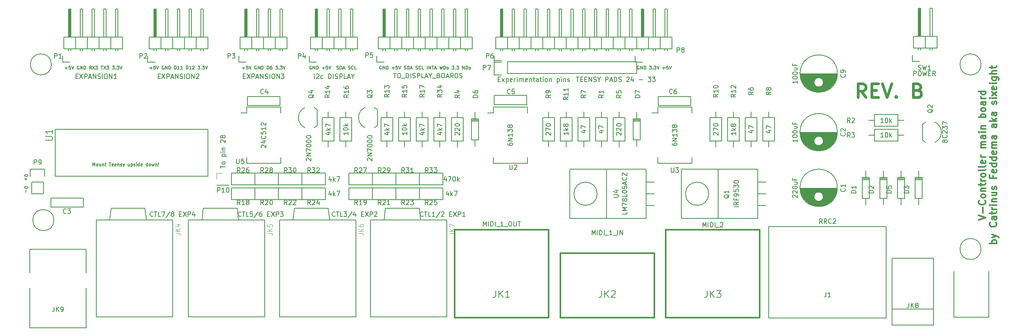
<source format=gbr>
G04 #@! TF.FileFunction,Legend,Top*
%FSLAX46Y46*%
G04 Gerber Fmt 4.6, Leading zero omitted, Abs format (unit mm)*
G04 Created by KiCad (PCBNEW 4.0.2-stable) date 23-3-2017 17:14:18*
%MOMM*%
G01*
G04 APERTURE LIST*
%ADD10C,0.100000*%
%ADD11C,0.140000*%
%ADD12C,0.600000*%
%ADD13C,0.300000*%
%ADD14C,0.150000*%
%ADD15C,0.203200*%
%ADD16C,0.120000*%
G04 APERTURE END LIST*
D10*
D11*
X43710003Y-106996667D02*
X43710003Y-106296667D01*
X43943336Y-106796667D01*
X44176669Y-106296667D01*
X44176669Y-106996667D01*
X44610003Y-106996667D02*
X44543336Y-106963333D01*
X44510003Y-106930000D01*
X44476669Y-106863333D01*
X44476669Y-106663333D01*
X44510003Y-106596667D01*
X44543336Y-106563333D01*
X44610003Y-106530000D01*
X44710003Y-106530000D01*
X44776669Y-106563333D01*
X44810003Y-106596667D01*
X44843336Y-106663333D01*
X44843336Y-106863333D01*
X44810003Y-106930000D01*
X44776669Y-106963333D01*
X44710003Y-106996667D01*
X44610003Y-106996667D01*
X45443336Y-106530000D02*
X45443336Y-106996667D01*
X45143336Y-106530000D02*
X45143336Y-106896667D01*
X45176669Y-106963333D01*
X45243336Y-106996667D01*
X45343336Y-106996667D01*
X45410002Y-106963333D01*
X45443336Y-106930000D01*
X45776669Y-106530000D02*
X45776669Y-106996667D01*
X45776669Y-106596667D02*
X45810002Y-106563333D01*
X45876669Y-106530000D01*
X45976669Y-106530000D01*
X46043335Y-106563333D01*
X46076669Y-106630000D01*
X46076669Y-106996667D01*
X46310002Y-106530000D02*
X46576668Y-106530000D01*
X46410002Y-106296667D02*
X46410002Y-106896667D01*
X46443335Y-106963333D01*
X46510002Y-106996667D01*
X46576668Y-106996667D01*
X47243335Y-106296667D02*
X47643335Y-106296667D01*
X47443335Y-106996667D02*
X47443335Y-106296667D01*
X48143334Y-106963333D02*
X48076668Y-106996667D01*
X47943334Y-106996667D01*
X47876668Y-106963333D01*
X47843334Y-106896667D01*
X47843334Y-106630000D01*
X47876668Y-106563333D01*
X47943334Y-106530000D01*
X48076668Y-106530000D01*
X48143334Y-106563333D01*
X48176668Y-106630000D01*
X48176668Y-106696667D01*
X47843334Y-106763333D01*
X48743334Y-106963333D02*
X48676668Y-106996667D01*
X48543334Y-106996667D01*
X48476668Y-106963333D01*
X48443334Y-106896667D01*
X48443334Y-106630000D01*
X48476668Y-106563333D01*
X48543334Y-106530000D01*
X48676668Y-106530000D01*
X48743334Y-106563333D01*
X48776668Y-106630000D01*
X48776668Y-106696667D01*
X48443334Y-106763333D01*
X49076668Y-106530000D02*
X49076668Y-106996667D01*
X49076668Y-106596667D02*
X49110001Y-106563333D01*
X49176668Y-106530000D01*
X49276668Y-106530000D01*
X49343334Y-106563333D01*
X49376668Y-106630000D01*
X49376668Y-106996667D01*
X49676667Y-106963333D02*
X49743334Y-106996667D01*
X49876667Y-106996667D01*
X49943334Y-106963333D01*
X49976667Y-106896667D01*
X49976667Y-106863333D01*
X49943334Y-106796667D01*
X49876667Y-106763333D01*
X49776667Y-106763333D01*
X49710001Y-106730000D01*
X49676667Y-106663333D01*
X49676667Y-106630000D01*
X49710001Y-106563333D01*
X49776667Y-106530000D01*
X49876667Y-106530000D01*
X49943334Y-106563333D01*
X50210001Y-106530000D02*
X50376668Y-106996667D01*
X50543334Y-106530000D02*
X50376668Y-106996667D01*
X50310001Y-107163333D01*
X50276668Y-107196667D01*
X50210001Y-107230000D01*
X51643334Y-106530000D02*
X51643334Y-106996667D01*
X51343334Y-106530000D02*
X51343334Y-106896667D01*
X51376667Y-106963333D01*
X51443334Y-106996667D01*
X51543334Y-106996667D01*
X51610000Y-106963333D01*
X51643334Y-106930000D01*
X51976667Y-106530000D02*
X51976667Y-107230000D01*
X51976667Y-106563333D02*
X52043333Y-106530000D01*
X52176667Y-106530000D01*
X52243333Y-106563333D01*
X52276667Y-106596667D01*
X52310000Y-106663333D01*
X52310000Y-106863333D01*
X52276667Y-106930000D01*
X52243333Y-106963333D01*
X52176667Y-106996667D01*
X52043333Y-106996667D01*
X51976667Y-106963333D01*
X52576666Y-106963333D02*
X52643333Y-106996667D01*
X52776666Y-106996667D01*
X52843333Y-106963333D01*
X52876666Y-106896667D01*
X52876666Y-106863333D01*
X52843333Y-106796667D01*
X52776666Y-106763333D01*
X52676666Y-106763333D01*
X52610000Y-106730000D01*
X52576666Y-106663333D01*
X52576666Y-106630000D01*
X52610000Y-106563333D01*
X52676666Y-106530000D01*
X52776666Y-106530000D01*
X52843333Y-106563333D01*
X53176667Y-106996667D02*
X53176667Y-106530000D01*
X53176667Y-106296667D02*
X53143333Y-106330000D01*
X53176667Y-106363333D01*
X53210000Y-106330000D01*
X53176667Y-106296667D01*
X53176667Y-106363333D01*
X53810000Y-106996667D02*
X53810000Y-106296667D01*
X53810000Y-106963333D02*
X53743333Y-106996667D01*
X53610000Y-106996667D01*
X53543333Y-106963333D01*
X53510000Y-106930000D01*
X53476666Y-106863333D01*
X53476666Y-106663333D01*
X53510000Y-106596667D01*
X53543333Y-106563333D01*
X53610000Y-106530000D01*
X53743333Y-106530000D01*
X53810000Y-106563333D01*
X54409999Y-106963333D02*
X54343333Y-106996667D01*
X54209999Y-106996667D01*
X54143333Y-106963333D01*
X54109999Y-106896667D01*
X54109999Y-106630000D01*
X54143333Y-106563333D01*
X54209999Y-106530000D01*
X54343333Y-106530000D01*
X54409999Y-106563333D01*
X54443333Y-106630000D01*
X54443333Y-106696667D01*
X54109999Y-106763333D01*
X55576666Y-106996667D02*
X55576666Y-106296667D01*
X55576666Y-106963333D02*
X55509999Y-106996667D01*
X55376666Y-106996667D01*
X55309999Y-106963333D01*
X55276666Y-106930000D01*
X55243332Y-106863333D01*
X55243332Y-106663333D01*
X55276666Y-106596667D01*
X55309999Y-106563333D01*
X55376666Y-106530000D01*
X55509999Y-106530000D01*
X55576666Y-106563333D01*
X56009999Y-106996667D02*
X55943332Y-106963333D01*
X55909999Y-106930000D01*
X55876665Y-106863333D01*
X55876665Y-106663333D01*
X55909999Y-106596667D01*
X55943332Y-106563333D01*
X56009999Y-106530000D01*
X56109999Y-106530000D01*
X56176665Y-106563333D01*
X56209999Y-106596667D01*
X56243332Y-106663333D01*
X56243332Y-106863333D01*
X56209999Y-106930000D01*
X56176665Y-106963333D01*
X56109999Y-106996667D01*
X56009999Y-106996667D01*
X56476665Y-106530000D02*
X56609998Y-106996667D01*
X56743332Y-106663333D01*
X56876665Y-106996667D01*
X57009998Y-106530000D01*
X57276665Y-106530000D02*
X57276665Y-106996667D01*
X57276665Y-106596667D02*
X57309998Y-106563333D01*
X57376665Y-106530000D01*
X57476665Y-106530000D01*
X57543331Y-106563333D01*
X57576665Y-106630000D01*
X57576665Y-106996667D01*
X57909998Y-106930000D02*
X57943331Y-106963333D01*
X57909998Y-106996667D01*
X57876664Y-106963333D01*
X57909998Y-106930000D01*
X57909998Y-106996667D01*
X57909998Y-106730000D02*
X57876664Y-106330000D01*
X57909998Y-106296667D01*
X57943331Y-106330000D01*
X57909998Y-106730000D01*
X57909998Y-106296667D01*
X28992233Y-108874167D02*
X29692233Y-108874167D01*
X29692233Y-109040833D01*
X29658900Y-109140833D01*
X29592233Y-109207500D01*
X29525567Y-109240833D01*
X29392233Y-109274167D01*
X29292233Y-109274167D01*
X29158900Y-109240833D01*
X29092233Y-109207500D01*
X29025567Y-109140833D01*
X28992233Y-109040833D01*
X28992233Y-108874167D01*
X29258900Y-109574167D02*
X29258900Y-110107500D01*
X28992233Y-109840833D02*
X29525567Y-109840833D01*
X28992233Y-111507500D02*
X29692233Y-111507500D01*
X29692233Y-111674166D01*
X29658900Y-111774166D01*
X29592233Y-111840833D01*
X29525567Y-111874166D01*
X29392233Y-111907500D01*
X29292233Y-111907500D01*
X29158900Y-111874166D01*
X29092233Y-111840833D01*
X29025567Y-111774166D01*
X28992233Y-111674166D01*
X28992233Y-111507500D01*
X29258900Y-112207500D02*
X29258900Y-112740833D01*
X91001667Y-85375000D02*
X90935001Y-85341667D01*
X90835001Y-85341667D01*
X90735001Y-85375000D01*
X90668334Y-85441667D01*
X90635001Y-85508333D01*
X90601667Y-85641667D01*
X90601667Y-85741667D01*
X90635001Y-85875000D01*
X90668334Y-85941667D01*
X90735001Y-86008333D01*
X90835001Y-86041667D01*
X90901667Y-86041667D01*
X91001667Y-86008333D01*
X91035001Y-85975000D01*
X91035001Y-85741667D01*
X90901667Y-85741667D01*
X91335001Y-86041667D02*
X91335001Y-85341667D01*
X91735001Y-86041667D01*
X91735001Y-85341667D01*
X92068334Y-86041667D02*
X92068334Y-85341667D01*
X92235000Y-85341667D01*
X92335000Y-85375000D01*
X92401667Y-85441667D01*
X92435000Y-85508333D01*
X92468334Y-85641667D01*
X92468334Y-85741667D01*
X92435000Y-85875000D01*
X92401667Y-85941667D01*
X92335000Y-86008333D01*
X92235000Y-86041667D01*
X92068334Y-86041667D01*
X93301667Y-85775000D02*
X93835000Y-85775000D01*
X93568333Y-86041667D02*
X93568333Y-85508333D01*
X94501667Y-85341667D02*
X94168334Y-85341667D01*
X94135000Y-85675000D01*
X94168334Y-85641667D01*
X94235000Y-85608333D01*
X94401667Y-85608333D01*
X94468334Y-85641667D01*
X94501667Y-85675000D01*
X94535000Y-85741667D01*
X94535000Y-85908333D01*
X94501667Y-85975000D01*
X94468334Y-86008333D01*
X94401667Y-86041667D01*
X94235000Y-86041667D01*
X94168334Y-86008333D01*
X94135000Y-85975000D01*
X94735001Y-85341667D02*
X94968334Y-86041667D01*
X95201667Y-85341667D01*
X96468333Y-86008333D02*
X96568333Y-86041667D01*
X96735000Y-86041667D01*
X96801667Y-86008333D01*
X96835000Y-85975000D01*
X96868333Y-85908333D01*
X96868333Y-85841667D01*
X96835000Y-85775000D01*
X96801667Y-85741667D01*
X96735000Y-85708333D01*
X96601667Y-85675000D01*
X96535000Y-85641667D01*
X96501667Y-85608333D01*
X96468333Y-85541667D01*
X96468333Y-85475000D01*
X96501667Y-85408333D01*
X96535000Y-85375000D01*
X96601667Y-85341667D01*
X96768333Y-85341667D01*
X96868333Y-85375000D01*
X97168334Y-86041667D02*
X97168334Y-85341667D01*
X97335000Y-85341667D01*
X97435000Y-85375000D01*
X97501667Y-85441667D01*
X97535000Y-85508333D01*
X97568334Y-85641667D01*
X97568334Y-85741667D01*
X97535000Y-85875000D01*
X97501667Y-85941667D01*
X97435000Y-86008333D01*
X97335000Y-86041667D01*
X97168334Y-86041667D01*
X97835000Y-85841667D02*
X98168334Y-85841667D01*
X97768334Y-86041667D02*
X98001667Y-85341667D01*
X98235000Y-86041667D01*
X98968333Y-86008333D02*
X99068333Y-86041667D01*
X99235000Y-86041667D01*
X99301667Y-86008333D01*
X99335000Y-85975000D01*
X99368333Y-85908333D01*
X99368333Y-85841667D01*
X99335000Y-85775000D01*
X99301667Y-85741667D01*
X99235000Y-85708333D01*
X99101667Y-85675000D01*
X99035000Y-85641667D01*
X99001667Y-85608333D01*
X98968333Y-85541667D01*
X98968333Y-85475000D01*
X99001667Y-85408333D01*
X99035000Y-85375000D01*
X99101667Y-85341667D01*
X99268333Y-85341667D01*
X99368333Y-85375000D01*
X100068334Y-85975000D02*
X100035000Y-86008333D01*
X99935000Y-86041667D01*
X99868334Y-86041667D01*
X99768334Y-86008333D01*
X99701667Y-85941667D01*
X99668334Y-85875000D01*
X99635000Y-85741667D01*
X99635000Y-85641667D01*
X99668334Y-85508333D01*
X99701667Y-85441667D01*
X99768334Y-85375000D01*
X99868334Y-85341667D01*
X99935000Y-85341667D01*
X100035000Y-85375000D01*
X100068334Y-85408333D01*
X100701667Y-86041667D02*
X100368334Y-86041667D01*
X100368334Y-85341667D01*
X161833333Y-85375000D02*
X161766667Y-85341667D01*
X161666667Y-85341667D01*
X161566667Y-85375000D01*
X161500000Y-85441667D01*
X161466667Y-85508333D01*
X161433333Y-85641667D01*
X161433333Y-85741667D01*
X161466667Y-85875000D01*
X161500000Y-85941667D01*
X161566667Y-86008333D01*
X161666667Y-86041667D01*
X161733333Y-86041667D01*
X161833333Y-86008333D01*
X161866667Y-85975000D01*
X161866667Y-85741667D01*
X161733333Y-85741667D01*
X162166667Y-86041667D02*
X162166667Y-85341667D01*
X162566667Y-86041667D01*
X162566667Y-85341667D01*
X162900000Y-86041667D02*
X162900000Y-85341667D01*
X163066666Y-85341667D01*
X163166666Y-85375000D01*
X163233333Y-85441667D01*
X163266666Y-85508333D01*
X163300000Y-85641667D01*
X163300000Y-85741667D01*
X163266666Y-85875000D01*
X163233333Y-85941667D01*
X163166666Y-86008333D01*
X163066666Y-86041667D01*
X162900000Y-86041667D01*
X164066666Y-85341667D02*
X164499999Y-85341667D01*
X164266666Y-85608333D01*
X164366666Y-85608333D01*
X164433333Y-85641667D01*
X164466666Y-85675000D01*
X164499999Y-85741667D01*
X164499999Y-85908333D01*
X164466666Y-85975000D01*
X164433333Y-86008333D01*
X164366666Y-86041667D01*
X164166666Y-86041667D01*
X164099999Y-86008333D01*
X164066666Y-85975000D01*
X164800000Y-85975000D02*
X164833333Y-86008333D01*
X164800000Y-86041667D01*
X164766666Y-86008333D01*
X164800000Y-85975000D01*
X164800000Y-86041667D01*
X165066666Y-85341667D02*
X165499999Y-85341667D01*
X165266666Y-85608333D01*
X165366666Y-85608333D01*
X165433333Y-85641667D01*
X165466666Y-85675000D01*
X165499999Y-85741667D01*
X165499999Y-85908333D01*
X165466666Y-85975000D01*
X165433333Y-86008333D01*
X165366666Y-86041667D01*
X165166666Y-86041667D01*
X165099999Y-86008333D01*
X165066666Y-85975000D01*
X165700000Y-85341667D02*
X165933333Y-86041667D01*
X166166666Y-85341667D01*
X166933333Y-85775000D02*
X167466666Y-85775000D01*
X167199999Y-86041667D02*
X167199999Y-85508333D01*
X168133333Y-85341667D02*
X167800000Y-85341667D01*
X167766666Y-85675000D01*
X167800000Y-85641667D01*
X167866666Y-85608333D01*
X168033333Y-85608333D01*
X168100000Y-85641667D01*
X168133333Y-85675000D01*
X168166666Y-85741667D01*
X168166666Y-85908333D01*
X168133333Y-85975000D01*
X168100000Y-86008333D01*
X168033333Y-86041667D01*
X167866666Y-86041667D01*
X167800000Y-86008333D01*
X167766666Y-85975000D01*
X168366667Y-85341667D02*
X168600000Y-86041667D01*
X168833333Y-85341667D01*
X106120001Y-85375000D02*
X106053335Y-85341667D01*
X105953335Y-85341667D01*
X105853335Y-85375000D01*
X105786668Y-85441667D01*
X105753335Y-85508333D01*
X105720001Y-85641667D01*
X105720001Y-85741667D01*
X105753335Y-85875000D01*
X105786668Y-85941667D01*
X105853335Y-86008333D01*
X105953335Y-86041667D01*
X106020001Y-86041667D01*
X106120001Y-86008333D01*
X106153335Y-85975000D01*
X106153335Y-85741667D01*
X106020001Y-85741667D01*
X106453335Y-86041667D02*
X106453335Y-85341667D01*
X106853335Y-86041667D01*
X106853335Y-85341667D01*
X107186668Y-86041667D02*
X107186668Y-85341667D01*
X107353334Y-85341667D01*
X107453334Y-85375000D01*
X107520001Y-85441667D01*
X107553334Y-85508333D01*
X107586668Y-85641667D01*
X107586668Y-85741667D01*
X107553334Y-85875000D01*
X107520001Y-85941667D01*
X107453334Y-86008333D01*
X107353334Y-86041667D01*
X107186668Y-86041667D01*
X108420001Y-85775000D02*
X108953334Y-85775000D01*
X108686667Y-86041667D02*
X108686667Y-85508333D01*
X109620001Y-85341667D02*
X109286668Y-85341667D01*
X109253334Y-85675000D01*
X109286668Y-85641667D01*
X109353334Y-85608333D01*
X109520001Y-85608333D01*
X109586668Y-85641667D01*
X109620001Y-85675000D01*
X109653334Y-85741667D01*
X109653334Y-85908333D01*
X109620001Y-85975000D01*
X109586668Y-86008333D01*
X109520001Y-86041667D01*
X109353334Y-86041667D01*
X109286668Y-86008333D01*
X109253334Y-85975000D01*
X109853335Y-85341667D02*
X110086668Y-86041667D01*
X110320001Y-85341667D01*
X111053334Y-86008333D02*
X111153334Y-86041667D01*
X111320001Y-86041667D01*
X111386668Y-86008333D01*
X111420001Y-85975000D01*
X111453334Y-85908333D01*
X111453334Y-85841667D01*
X111420001Y-85775000D01*
X111386668Y-85741667D01*
X111320001Y-85708333D01*
X111186668Y-85675000D01*
X111120001Y-85641667D01*
X111086668Y-85608333D01*
X111053334Y-85541667D01*
X111053334Y-85475000D01*
X111086668Y-85408333D01*
X111120001Y-85375000D01*
X111186668Y-85341667D01*
X111353334Y-85341667D01*
X111453334Y-85375000D01*
X111753335Y-86041667D02*
X111753335Y-85341667D01*
X111920001Y-85341667D01*
X112020001Y-85375000D01*
X112086668Y-85441667D01*
X112120001Y-85508333D01*
X112153335Y-85641667D01*
X112153335Y-85741667D01*
X112120001Y-85875000D01*
X112086668Y-85941667D01*
X112020001Y-86008333D01*
X111920001Y-86041667D01*
X111753335Y-86041667D01*
X112420001Y-85841667D02*
X112753335Y-85841667D01*
X112353335Y-86041667D02*
X112586668Y-85341667D01*
X112820001Y-86041667D01*
X113553334Y-86008333D02*
X113653334Y-86041667D01*
X113820001Y-86041667D01*
X113886668Y-86008333D01*
X113920001Y-85975000D01*
X113953334Y-85908333D01*
X113953334Y-85841667D01*
X113920001Y-85775000D01*
X113886668Y-85741667D01*
X113820001Y-85708333D01*
X113686668Y-85675000D01*
X113620001Y-85641667D01*
X113586668Y-85608333D01*
X113553334Y-85541667D01*
X113553334Y-85475000D01*
X113586668Y-85408333D01*
X113620001Y-85375000D01*
X113686668Y-85341667D01*
X113853334Y-85341667D01*
X113953334Y-85375000D01*
X114653335Y-85975000D02*
X114620001Y-86008333D01*
X114520001Y-86041667D01*
X114453335Y-86041667D01*
X114353335Y-86008333D01*
X114286668Y-85941667D01*
X114253335Y-85875000D01*
X114220001Y-85741667D01*
X114220001Y-85641667D01*
X114253335Y-85508333D01*
X114286668Y-85441667D01*
X114353335Y-85375000D01*
X114453335Y-85341667D01*
X114520001Y-85341667D01*
X114620001Y-85375000D01*
X114653335Y-85408333D01*
X115286668Y-86041667D02*
X114953335Y-86041667D01*
X114953335Y-85341667D01*
X116053335Y-86041667D02*
X116053335Y-85341667D01*
X116386668Y-86041667D02*
X116386668Y-85341667D01*
X116786668Y-86041667D01*
X116786668Y-85341667D01*
X117020001Y-85341667D02*
X117420001Y-85341667D01*
X117220001Y-86041667D02*
X117220001Y-85341667D01*
X117620000Y-85841667D02*
X117953334Y-85841667D01*
X117553334Y-86041667D02*
X117786667Y-85341667D01*
X118020000Y-86041667D01*
X118720000Y-85341667D02*
X118886667Y-86041667D01*
X119020000Y-85541667D01*
X119153333Y-86041667D01*
X119320000Y-85341667D01*
X119586667Y-86041667D02*
X119586667Y-85341667D01*
X119753333Y-85341667D01*
X119853333Y-85375000D01*
X119920000Y-85441667D01*
X119953333Y-85508333D01*
X119986667Y-85641667D01*
X119986667Y-85741667D01*
X119953333Y-85875000D01*
X119920000Y-85941667D01*
X119853333Y-86008333D01*
X119753333Y-86041667D01*
X119586667Y-86041667D01*
X120386667Y-86041667D02*
X120320000Y-86008333D01*
X120286667Y-85975000D01*
X120253333Y-85908333D01*
X120253333Y-85708333D01*
X120286667Y-85641667D01*
X120320000Y-85608333D01*
X120386667Y-85575000D01*
X120486667Y-85575000D01*
X120553333Y-85608333D01*
X120586667Y-85641667D01*
X120620000Y-85708333D01*
X120620000Y-85908333D01*
X120586667Y-85975000D01*
X120553333Y-86008333D01*
X120486667Y-86041667D01*
X120386667Y-86041667D01*
X121386666Y-85341667D02*
X121819999Y-85341667D01*
X121586666Y-85608333D01*
X121686666Y-85608333D01*
X121753333Y-85641667D01*
X121786666Y-85675000D01*
X121819999Y-85741667D01*
X121819999Y-85908333D01*
X121786666Y-85975000D01*
X121753333Y-86008333D01*
X121686666Y-86041667D01*
X121486666Y-86041667D01*
X121419999Y-86008333D01*
X121386666Y-85975000D01*
X122120000Y-85975000D02*
X122153333Y-86008333D01*
X122120000Y-86041667D01*
X122086666Y-86008333D01*
X122120000Y-85975000D01*
X122120000Y-86041667D01*
X122386666Y-85341667D02*
X122819999Y-85341667D01*
X122586666Y-85608333D01*
X122686666Y-85608333D01*
X122753333Y-85641667D01*
X122786666Y-85675000D01*
X122819999Y-85741667D01*
X122819999Y-85908333D01*
X122786666Y-85975000D01*
X122753333Y-86008333D01*
X122686666Y-86041667D01*
X122486666Y-86041667D01*
X122419999Y-86008333D01*
X122386666Y-85975000D01*
X123653333Y-86041667D02*
X123653333Y-85341667D01*
X124053333Y-86041667D01*
X124053333Y-85341667D01*
X124386666Y-86041667D02*
X124386666Y-85341667D01*
X124553332Y-85341667D01*
X124653332Y-85375000D01*
X124719999Y-85441667D01*
X124753332Y-85508333D01*
X124786666Y-85641667D01*
X124786666Y-85741667D01*
X124753332Y-85875000D01*
X124719999Y-85941667D01*
X124653332Y-86008333D01*
X124553332Y-86041667D01*
X124386666Y-86041667D01*
X125186666Y-86041667D02*
X125119999Y-86008333D01*
X125086666Y-85975000D01*
X125053332Y-85908333D01*
X125053332Y-85708333D01*
X125086666Y-85641667D01*
X125119999Y-85608333D01*
X125186666Y-85575000D01*
X125286666Y-85575000D01*
X125353332Y-85608333D01*
X125386666Y-85641667D01*
X125419999Y-85708333D01*
X125419999Y-85908333D01*
X125386666Y-85975000D01*
X125353332Y-86008333D01*
X125286666Y-86041667D01*
X125186666Y-86041667D01*
X76061667Y-85775000D02*
X76595000Y-85775000D01*
X76328333Y-86041667D02*
X76328333Y-85508333D01*
X77261667Y-85341667D02*
X76928334Y-85341667D01*
X76895000Y-85675000D01*
X76928334Y-85641667D01*
X76995000Y-85608333D01*
X77161667Y-85608333D01*
X77228334Y-85641667D01*
X77261667Y-85675000D01*
X77295000Y-85741667D01*
X77295000Y-85908333D01*
X77261667Y-85975000D01*
X77228334Y-86008333D01*
X77161667Y-86041667D01*
X76995000Y-86041667D01*
X76928334Y-86008333D01*
X76895000Y-85975000D01*
X77495001Y-85341667D02*
X77728334Y-86041667D01*
X77961667Y-85341667D01*
X79095000Y-85375000D02*
X79028334Y-85341667D01*
X78928334Y-85341667D01*
X78828334Y-85375000D01*
X78761667Y-85441667D01*
X78728334Y-85508333D01*
X78695000Y-85641667D01*
X78695000Y-85741667D01*
X78728334Y-85875000D01*
X78761667Y-85941667D01*
X78828334Y-86008333D01*
X78928334Y-86041667D01*
X78995000Y-86041667D01*
X79095000Y-86008333D01*
X79128334Y-85975000D01*
X79128334Y-85741667D01*
X78995000Y-85741667D01*
X79428334Y-86041667D02*
X79428334Y-85341667D01*
X79828334Y-86041667D01*
X79828334Y-85341667D01*
X80161667Y-86041667D02*
X80161667Y-85341667D01*
X80328333Y-85341667D01*
X80428333Y-85375000D01*
X80495000Y-85441667D01*
X80528333Y-85508333D01*
X80561667Y-85641667D01*
X80561667Y-85741667D01*
X80528333Y-85875000D01*
X80495000Y-85941667D01*
X80428333Y-86008333D01*
X80328333Y-86041667D01*
X80161667Y-86041667D01*
X81395000Y-86041667D02*
X81395000Y-85341667D01*
X81561666Y-85341667D01*
X81661666Y-85375000D01*
X81728333Y-85441667D01*
X81761666Y-85508333D01*
X81795000Y-85641667D01*
X81795000Y-85741667D01*
X81761666Y-85875000D01*
X81728333Y-85941667D01*
X81661666Y-86008333D01*
X81561666Y-86041667D01*
X81395000Y-86041667D01*
X82395000Y-85341667D02*
X82261666Y-85341667D01*
X82195000Y-85375000D01*
X82161666Y-85408333D01*
X82095000Y-85508333D01*
X82061666Y-85641667D01*
X82061666Y-85908333D01*
X82095000Y-85975000D01*
X82128333Y-86008333D01*
X82195000Y-86041667D01*
X82328333Y-86041667D01*
X82395000Y-86008333D01*
X82428333Y-85975000D01*
X82461666Y-85908333D01*
X82461666Y-85741667D01*
X82428333Y-85675000D01*
X82395000Y-85641667D01*
X82328333Y-85608333D01*
X82195000Y-85608333D01*
X82128333Y-85641667D01*
X82095000Y-85675000D01*
X82061666Y-85741667D01*
X83228333Y-85341667D02*
X83661666Y-85341667D01*
X83428333Y-85608333D01*
X83528333Y-85608333D01*
X83595000Y-85641667D01*
X83628333Y-85675000D01*
X83661666Y-85741667D01*
X83661666Y-85908333D01*
X83628333Y-85975000D01*
X83595000Y-86008333D01*
X83528333Y-86041667D01*
X83328333Y-86041667D01*
X83261666Y-86008333D01*
X83228333Y-85975000D01*
X83961667Y-85975000D02*
X83995000Y-86008333D01*
X83961667Y-86041667D01*
X83928333Y-86008333D01*
X83961667Y-85975000D01*
X83961667Y-86041667D01*
X84228333Y-85341667D02*
X84661666Y-85341667D01*
X84428333Y-85608333D01*
X84528333Y-85608333D01*
X84595000Y-85641667D01*
X84628333Y-85675000D01*
X84661666Y-85741667D01*
X84661666Y-85908333D01*
X84628333Y-85975000D01*
X84595000Y-86008333D01*
X84528333Y-86041667D01*
X84328333Y-86041667D01*
X84261666Y-86008333D01*
X84228333Y-85975000D01*
X84861667Y-85341667D02*
X85095000Y-86041667D01*
X85328333Y-85341667D01*
X56030000Y-85775000D02*
X56563333Y-85775000D01*
X56296666Y-86041667D02*
X56296666Y-85508333D01*
X57230000Y-85341667D02*
X56896667Y-85341667D01*
X56863333Y-85675000D01*
X56896667Y-85641667D01*
X56963333Y-85608333D01*
X57130000Y-85608333D01*
X57196667Y-85641667D01*
X57230000Y-85675000D01*
X57263333Y-85741667D01*
X57263333Y-85908333D01*
X57230000Y-85975000D01*
X57196667Y-86008333D01*
X57130000Y-86041667D01*
X56963333Y-86041667D01*
X56896667Y-86008333D01*
X56863333Y-85975000D01*
X57463334Y-85341667D02*
X57696667Y-86041667D01*
X57930000Y-85341667D01*
X59063333Y-85375000D02*
X58996667Y-85341667D01*
X58896667Y-85341667D01*
X58796667Y-85375000D01*
X58730000Y-85441667D01*
X58696667Y-85508333D01*
X58663333Y-85641667D01*
X58663333Y-85741667D01*
X58696667Y-85875000D01*
X58730000Y-85941667D01*
X58796667Y-86008333D01*
X58896667Y-86041667D01*
X58963333Y-86041667D01*
X59063333Y-86008333D01*
X59096667Y-85975000D01*
X59096667Y-85741667D01*
X58963333Y-85741667D01*
X59396667Y-86041667D02*
X59396667Y-85341667D01*
X59796667Y-86041667D01*
X59796667Y-85341667D01*
X60130000Y-86041667D02*
X60130000Y-85341667D01*
X60296666Y-85341667D01*
X60396666Y-85375000D01*
X60463333Y-85441667D01*
X60496666Y-85508333D01*
X60530000Y-85641667D01*
X60530000Y-85741667D01*
X60496666Y-85875000D01*
X60463333Y-85941667D01*
X60396666Y-86008333D01*
X60296666Y-86041667D01*
X60130000Y-86041667D01*
X61363333Y-86041667D02*
X61363333Y-85341667D01*
X61529999Y-85341667D01*
X61629999Y-85375000D01*
X61696666Y-85441667D01*
X61729999Y-85508333D01*
X61763333Y-85641667D01*
X61763333Y-85741667D01*
X61729999Y-85875000D01*
X61696666Y-85941667D01*
X61629999Y-86008333D01*
X61529999Y-86041667D01*
X61363333Y-86041667D01*
X62429999Y-86041667D02*
X62029999Y-86041667D01*
X62229999Y-86041667D02*
X62229999Y-85341667D01*
X62163333Y-85441667D01*
X62096666Y-85508333D01*
X62029999Y-85541667D01*
X63096666Y-86041667D02*
X62696666Y-86041667D01*
X62896666Y-86041667D02*
X62896666Y-85341667D01*
X62830000Y-85441667D01*
X62763333Y-85508333D01*
X62696666Y-85541667D01*
X63930000Y-86041667D02*
X63930000Y-85341667D01*
X64096666Y-85341667D01*
X64196666Y-85375000D01*
X64263333Y-85441667D01*
X64296666Y-85508333D01*
X64330000Y-85641667D01*
X64330000Y-85741667D01*
X64296666Y-85875000D01*
X64263333Y-85941667D01*
X64196666Y-86008333D01*
X64096666Y-86041667D01*
X63930000Y-86041667D01*
X64996666Y-86041667D02*
X64596666Y-86041667D01*
X64796666Y-86041667D02*
X64796666Y-85341667D01*
X64730000Y-85441667D01*
X64663333Y-85508333D01*
X64596666Y-85541667D01*
X65263333Y-85408333D02*
X65296667Y-85375000D01*
X65363333Y-85341667D01*
X65530000Y-85341667D01*
X65596667Y-85375000D01*
X65630000Y-85408333D01*
X65663333Y-85475000D01*
X65663333Y-85541667D01*
X65630000Y-85641667D01*
X65230000Y-86041667D01*
X65663333Y-86041667D01*
X66430000Y-85341667D02*
X66863333Y-85341667D01*
X66630000Y-85608333D01*
X66730000Y-85608333D01*
X66796667Y-85641667D01*
X66830000Y-85675000D01*
X66863333Y-85741667D01*
X66863333Y-85908333D01*
X66830000Y-85975000D01*
X66796667Y-86008333D01*
X66730000Y-86041667D01*
X66530000Y-86041667D01*
X66463333Y-86008333D01*
X66430000Y-85975000D01*
X67163334Y-85975000D02*
X67196667Y-86008333D01*
X67163334Y-86041667D01*
X67130000Y-86008333D01*
X67163334Y-85975000D01*
X67163334Y-86041667D01*
X67430000Y-85341667D02*
X67863333Y-85341667D01*
X67630000Y-85608333D01*
X67730000Y-85608333D01*
X67796667Y-85641667D01*
X67830000Y-85675000D01*
X67863333Y-85741667D01*
X67863333Y-85908333D01*
X67830000Y-85975000D01*
X67796667Y-86008333D01*
X67730000Y-86041667D01*
X67530000Y-86041667D01*
X67463333Y-86008333D01*
X67430000Y-85975000D01*
X68063334Y-85341667D02*
X68296667Y-86041667D01*
X68530000Y-85341667D01*
X37698334Y-85775000D02*
X38231667Y-85775000D01*
X37965000Y-86041667D02*
X37965000Y-85508333D01*
X38898334Y-85341667D02*
X38565001Y-85341667D01*
X38531667Y-85675000D01*
X38565001Y-85641667D01*
X38631667Y-85608333D01*
X38798334Y-85608333D01*
X38865001Y-85641667D01*
X38898334Y-85675000D01*
X38931667Y-85741667D01*
X38931667Y-85908333D01*
X38898334Y-85975000D01*
X38865001Y-86008333D01*
X38798334Y-86041667D01*
X38631667Y-86041667D01*
X38565001Y-86008333D01*
X38531667Y-85975000D01*
X39131668Y-85341667D02*
X39365001Y-86041667D01*
X39598334Y-85341667D01*
X40731667Y-85375000D02*
X40665001Y-85341667D01*
X40565001Y-85341667D01*
X40465001Y-85375000D01*
X40398334Y-85441667D01*
X40365001Y-85508333D01*
X40331667Y-85641667D01*
X40331667Y-85741667D01*
X40365001Y-85875000D01*
X40398334Y-85941667D01*
X40465001Y-86008333D01*
X40565001Y-86041667D01*
X40631667Y-86041667D01*
X40731667Y-86008333D01*
X40765001Y-85975000D01*
X40765001Y-85741667D01*
X40631667Y-85741667D01*
X41065001Y-86041667D02*
X41065001Y-85341667D01*
X41465001Y-86041667D01*
X41465001Y-85341667D01*
X41798334Y-86041667D02*
X41798334Y-85341667D01*
X41965000Y-85341667D01*
X42065000Y-85375000D01*
X42131667Y-85441667D01*
X42165000Y-85508333D01*
X42198334Y-85641667D01*
X42198334Y-85741667D01*
X42165000Y-85875000D01*
X42131667Y-85941667D01*
X42065000Y-86008333D01*
X41965000Y-86041667D01*
X41798334Y-86041667D01*
X43431667Y-86041667D02*
X43198333Y-85708333D01*
X43031667Y-86041667D02*
X43031667Y-85341667D01*
X43298333Y-85341667D01*
X43365000Y-85375000D01*
X43398333Y-85408333D01*
X43431667Y-85475000D01*
X43431667Y-85575000D01*
X43398333Y-85641667D01*
X43365000Y-85675000D01*
X43298333Y-85708333D01*
X43031667Y-85708333D01*
X43665000Y-85341667D02*
X44131667Y-86041667D01*
X44131667Y-85341667D02*
X43665000Y-86041667D01*
X44331667Y-85341667D02*
X44765000Y-85341667D01*
X44531667Y-85608333D01*
X44631667Y-85608333D01*
X44698334Y-85641667D01*
X44731667Y-85675000D01*
X44765000Y-85741667D01*
X44765000Y-85908333D01*
X44731667Y-85975000D01*
X44698334Y-86008333D01*
X44631667Y-86041667D01*
X44431667Y-86041667D01*
X44365000Y-86008333D01*
X44331667Y-85975000D01*
X45498334Y-85341667D02*
X45898334Y-85341667D01*
X45698334Y-86041667D02*
X45698334Y-85341667D01*
X46065000Y-85341667D02*
X46531667Y-86041667D01*
X46531667Y-85341667D02*
X46065000Y-86041667D01*
X46731667Y-85341667D02*
X47165000Y-85341667D01*
X46931667Y-85608333D01*
X47031667Y-85608333D01*
X47098334Y-85641667D01*
X47131667Y-85675000D01*
X47165000Y-85741667D01*
X47165000Y-85908333D01*
X47131667Y-85975000D01*
X47098334Y-86008333D01*
X47031667Y-86041667D01*
X46831667Y-86041667D01*
X46765000Y-86008333D01*
X46731667Y-85975000D01*
X47931667Y-85341667D02*
X48365000Y-85341667D01*
X48131667Y-85608333D01*
X48231667Y-85608333D01*
X48298334Y-85641667D01*
X48331667Y-85675000D01*
X48365000Y-85741667D01*
X48365000Y-85908333D01*
X48331667Y-85975000D01*
X48298334Y-86008333D01*
X48231667Y-86041667D01*
X48031667Y-86041667D01*
X47965000Y-86008333D01*
X47931667Y-85975000D01*
X48665001Y-85975000D02*
X48698334Y-86008333D01*
X48665001Y-86041667D01*
X48631667Y-86008333D01*
X48665001Y-85975000D01*
X48665001Y-86041667D01*
X48931667Y-85341667D02*
X49365000Y-85341667D01*
X49131667Y-85608333D01*
X49231667Y-85608333D01*
X49298334Y-85641667D01*
X49331667Y-85675000D01*
X49365000Y-85741667D01*
X49365000Y-85908333D01*
X49331667Y-85975000D01*
X49298334Y-86008333D01*
X49231667Y-86041667D01*
X49031667Y-86041667D01*
X48965000Y-86008333D01*
X48931667Y-85975000D01*
X49565001Y-85341667D02*
X49798334Y-86041667D01*
X50031667Y-85341667D01*
D12*
X210828571Y-92162143D02*
X209828571Y-90733571D01*
X209114286Y-92162143D02*
X209114286Y-89162143D01*
X210257143Y-89162143D01*
X210542857Y-89305000D01*
X210685714Y-89447857D01*
X210828571Y-89733571D01*
X210828571Y-90162143D01*
X210685714Y-90447857D01*
X210542857Y-90590714D01*
X210257143Y-90733571D01*
X209114286Y-90733571D01*
X212114286Y-90590714D02*
X213114286Y-90590714D01*
X213542857Y-92162143D02*
X212114286Y-92162143D01*
X212114286Y-89162143D01*
X213542857Y-89162143D01*
X214400000Y-89162143D02*
X215400000Y-92162143D01*
X216400000Y-89162143D01*
X217400001Y-91876429D02*
X217542858Y-92019286D01*
X217400001Y-92162143D01*
X217257144Y-92019286D01*
X217400001Y-91876429D01*
X217400001Y-92162143D01*
X222114286Y-90590714D02*
X222542857Y-90733571D01*
X222685714Y-90876429D01*
X222828571Y-91162143D01*
X222828571Y-91590714D01*
X222685714Y-91876429D01*
X222542857Y-92019286D01*
X222257143Y-92162143D01*
X221114286Y-92162143D01*
X221114286Y-89162143D01*
X222114286Y-89162143D01*
X222400000Y-89305000D01*
X222542857Y-89447857D01*
X222685714Y-89733571D01*
X222685714Y-90019286D01*
X222542857Y-90305000D01*
X222400000Y-90447857D01*
X222114286Y-90590714D01*
X221114286Y-90590714D01*
D13*
X235224571Y-118683714D02*
X236724571Y-118183714D01*
X235224571Y-117683714D01*
X236153143Y-117183714D02*
X236153143Y-116040857D01*
X236581714Y-114469428D02*
X236653143Y-114540857D01*
X236724571Y-114755143D01*
X236724571Y-114898000D01*
X236653143Y-115112285D01*
X236510286Y-115255143D01*
X236367429Y-115326571D01*
X236081714Y-115398000D01*
X235867429Y-115398000D01*
X235581714Y-115326571D01*
X235438857Y-115255143D01*
X235296000Y-115112285D01*
X235224571Y-114898000D01*
X235224571Y-114755143D01*
X235296000Y-114540857D01*
X235367429Y-114469428D01*
X236724571Y-113612285D02*
X236653143Y-113755143D01*
X236581714Y-113826571D01*
X236438857Y-113898000D01*
X236010286Y-113898000D01*
X235867429Y-113826571D01*
X235796000Y-113755143D01*
X235724571Y-113612285D01*
X235724571Y-113398000D01*
X235796000Y-113255143D01*
X235867429Y-113183714D01*
X236010286Y-113112285D01*
X236438857Y-113112285D01*
X236581714Y-113183714D01*
X236653143Y-113255143D01*
X236724571Y-113398000D01*
X236724571Y-113612285D01*
X235724571Y-112469428D02*
X236724571Y-112469428D01*
X235867429Y-112469428D02*
X235796000Y-112398000D01*
X235724571Y-112255142D01*
X235724571Y-112040857D01*
X235796000Y-111898000D01*
X235938857Y-111826571D01*
X236724571Y-111826571D01*
X235724571Y-111326571D02*
X235724571Y-110755142D01*
X235224571Y-111112285D02*
X236510286Y-111112285D01*
X236653143Y-111040857D01*
X236724571Y-110897999D01*
X236724571Y-110755142D01*
X236724571Y-110255142D02*
X235724571Y-110255142D01*
X236010286Y-110255142D02*
X235867429Y-110183714D01*
X235796000Y-110112285D01*
X235724571Y-109969428D01*
X235724571Y-109826571D01*
X236724571Y-109112285D02*
X236653143Y-109255143D01*
X236581714Y-109326571D01*
X236438857Y-109398000D01*
X236010286Y-109398000D01*
X235867429Y-109326571D01*
X235796000Y-109255143D01*
X235724571Y-109112285D01*
X235724571Y-108898000D01*
X235796000Y-108755143D01*
X235867429Y-108683714D01*
X236010286Y-108612285D01*
X236438857Y-108612285D01*
X236581714Y-108683714D01*
X236653143Y-108755143D01*
X236724571Y-108898000D01*
X236724571Y-109112285D01*
X236724571Y-107755142D02*
X236653143Y-107898000D01*
X236510286Y-107969428D01*
X235224571Y-107969428D01*
X236724571Y-106969428D02*
X236653143Y-107112286D01*
X236510286Y-107183714D01*
X235224571Y-107183714D01*
X236653143Y-105826572D02*
X236724571Y-105969429D01*
X236724571Y-106255143D01*
X236653143Y-106398000D01*
X236510286Y-106469429D01*
X235938857Y-106469429D01*
X235796000Y-106398000D01*
X235724571Y-106255143D01*
X235724571Y-105969429D01*
X235796000Y-105826572D01*
X235938857Y-105755143D01*
X236081714Y-105755143D01*
X236224571Y-106469429D01*
X236724571Y-105112286D02*
X235724571Y-105112286D01*
X236010286Y-105112286D02*
X235867429Y-105040858D01*
X235796000Y-104969429D01*
X235724571Y-104826572D01*
X235724571Y-104683715D01*
X236724571Y-103040858D02*
X235724571Y-103040858D01*
X235867429Y-103040858D02*
X235796000Y-102969430D01*
X235724571Y-102826572D01*
X235724571Y-102612287D01*
X235796000Y-102469430D01*
X235938857Y-102398001D01*
X236724571Y-102398001D01*
X235938857Y-102398001D02*
X235796000Y-102326572D01*
X235724571Y-102183715D01*
X235724571Y-101969430D01*
X235796000Y-101826572D01*
X235938857Y-101755144D01*
X236724571Y-101755144D01*
X236724571Y-100398001D02*
X235938857Y-100398001D01*
X235796000Y-100469430D01*
X235724571Y-100612287D01*
X235724571Y-100898001D01*
X235796000Y-101040858D01*
X236653143Y-100398001D02*
X236724571Y-100540858D01*
X236724571Y-100898001D01*
X236653143Y-101040858D01*
X236510286Y-101112287D01*
X236367429Y-101112287D01*
X236224571Y-101040858D01*
X236153143Y-100898001D01*
X236153143Y-100540858D01*
X236081714Y-100398001D01*
X236724571Y-99683715D02*
X235724571Y-99683715D01*
X235224571Y-99683715D02*
X235296000Y-99755144D01*
X235367429Y-99683715D01*
X235296000Y-99612287D01*
X235224571Y-99683715D01*
X235367429Y-99683715D01*
X235724571Y-98969429D02*
X236724571Y-98969429D01*
X235867429Y-98969429D02*
X235796000Y-98898001D01*
X235724571Y-98755143D01*
X235724571Y-98540858D01*
X235796000Y-98398001D01*
X235938857Y-98326572D01*
X236724571Y-98326572D01*
X236724571Y-96469429D02*
X235224571Y-96469429D01*
X235796000Y-96469429D02*
X235724571Y-96326572D01*
X235724571Y-96040858D01*
X235796000Y-95898001D01*
X235867429Y-95826572D01*
X236010286Y-95755143D01*
X236438857Y-95755143D01*
X236581714Y-95826572D01*
X236653143Y-95898001D01*
X236724571Y-96040858D01*
X236724571Y-96326572D01*
X236653143Y-96469429D01*
X236724571Y-94898000D02*
X236653143Y-95040858D01*
X236581714Y-95112286D01*
X236438857Y-95183715D01*
X236010286Y-95183715D01*
X235867429Y-95112286D01*
X235796000Y-95040858D01*
X235724571Y-94898000D01*
X235724571Y-94683715D01*
X235796000Y-94540858D01*
X235867429Y-94469429D01*
X236010286Y-94398000D01*
X236438857Y-94398000D01*
X236581714Y-94469429D01*
X236653143Y-94540858D01*
X236724571Y-94683715D01*
X236724571Y-94898000D01*
X236724571Y-93112286D02*
X235938857Y-93112286D01*
X235796000Y-93183715D01*
X235724571Y-93326572D01*
X235724571Y-93612286D01*
X235796000Y-93755143D01*
X236653143Y-93112286D02*
X236724571Y-93255143D01*
X236724571Y-93612286D01*
X236653143Y-93755143D01*
X236510286Y-93826572D01*
X236367429Y-93826572D01*
X236224571Y-93755143D01*
X236153143Y-93612286D01*
X236153143Y-93255143D01*
X236081714Y-93112286D01*
X236724571Y-92398000D02*
X235724571Y-92398000D01*
X236010286Y-92398000D02*
X235867429Y-92326572D01*
X235796000Y-92255143D01*
X235724571Y-92112286D01*
X235724571Y-91969429D01*
X236724571Y-90826572D02*
X235224571Y-90826572D01*
X236653143Y-90826572D02*
X236724571Y-90969429D01*
X236724571Y-91255143D01*
X236653143Y-91398001D01*
X236581714Y-91469429D01*
X236438857Y-91540858D01*
X236010286Y-91540858D01*
X235867429Y-91469429D01*
X235796000Y-91398001D01*
X235724571Y-91255143D01*
X235724571Y-90969429D01*
X235796000Y-90826572D01*
X239124571Y-123755143D02*
X237624571Y-123755143D01*
X238196000Y-123755143D02*
X238124571Y-123612286D01*
X238124571Y-123326572D01*
X238196000Y-123183715D01*
X238267429Y-123112286D01*
X238410286Y-123040857D01*
X238838857Y-123040857D01*
X238981714Y-123112286D01*
X239053143Y-123183715D01*
X239124571Y-123326572D01*
X239124571Y-123612286D01*
X239053143Y-123755143D01*
X238124571Y-122540857D02*
X239124571Y-122183714D01*
X238124571Y-121826572D02*
X239124571Y-122183714D01*
X239481714Y-122326572D01*
X239553143Y-122398000D01*
X239624571Y-122540857D01*
X238981714Y-119255143D02*
X239053143Y-119326572D01*
X239124571Y-119540858D01*
X239124571Y-119683715D01*
X239053143Y-119898000D01*
X238910286Y-120040858D01*
X238767429Y-120112286D01*
X238481714Y-120183715D01*
X238267429Y-120183715D01*
X237981714Y-120112286D01*
X237838857Y-120040858D01*
X237696000Y-119898000D01*
X237624571Y-119683715D01*
X237624571Y-119540858D01*
X237696000Y-119326572D01*
X237767429Y-119255143D01*
X239124571Y-117969429D02*
X238338857Y-117969429D01*
X238196000Y-118040858D01*
X238124571Y-118183715D01*
X238124571Y-118469429D01*
X238196000Y-118612286D01*
X239053143Y-117969429D02*
X239124571Y-118112286D01*
X239124571Y-118469429D01*
X239053143Y-118612286D01*
X238910286Y-118683715D01*
X238767429Y-118683715D01*
X238624571Y-118612286D01*
X238553143Y-118469429D01*
X238553143Y-118112286D01*
X238481714Y-117969429D01*
X238124571Y-117469429D02*
X238124571Y-116898000D01*
X237624571Y-117255143D02*
X238910286Y-117255143D01*
X239053143Y-117183715D01*
X239124571Y-117040857D01*
X239124571Y-116898000D01*
X239124571Y-116398000D02*
X238124571Y-116398000D01*
X238410286Y-116398000D02*
X238267429Y-116326572D01*
X238196000Y-116255143D01*
X238124571Y-116112286D01*
X238124571Y-115969429D01*
X239124571Y-115469429D02*
X238124571Y-115469429D01*
X237624571Y-115469429D02*
X237696000Y-115540858D01*
X237767429Y-115469429D01*
X237696000Y-115398001D01*
X237624571Y-115469429D01*
X237767429Y-115469429D01*
X238124571Y-114755143D02*
X239124571Y-114755143D01*
X238267429Y-114755143D02*
X238196000Y-114683715D01*
X238124571Y-114540857D01*
X238124571Y-114326572D01*
X238196000Y-114183715D01*
X238338857Y-114112286D01*
X239124571Y-114112286D01*
X238124571Y-112755143D02*
X239124571Y-112755143D01*
X238124571Y-113398000D02*
X238910286Y-113398000D01*
X239053143Y-113326572D01*
X239124571Y-113183714D01*
X239124571Y-112969429D01*
X239053143Y-112826572D01*
X238981714Y-112755143D01*
X239053143Y-112112286D02*
X239124571Y-111969429D01*
X239124571Y-111683714D01*
X239053143Y-111540857D01*
X238910286Y-111469429D01*
X238838857Y-111469429D01*
X238696000Y-111540857D01*
X238624571Y-111683714D01*
X238624571Y-111898000D01*
X238553143Y-112040857D01*
X238410286Y-112112286D01*
X238338857Y-112112286D01*
X238196000Y-112040857D01*
X238124571Y-111898000D01*
X238124571Y-111683714D01*
X238196000Y-111540857D01*
X238338857Y-109183714D02*
X238338857Y-109683714D01*
X239124571Y-109683714D02*
X237624571Y-109683714D01*
X237624571Y-108969428D01*
X239053143Y-107826572D02*
X239124571Y-107969429D01*
X239124571Y-108255143D01*
X239053143Y-108398000D01*
X238910286Y-108469429D01*
X238338857Y-108469429D01*
X238196000Y-108398000D01*
X238124571Y-108255143D01*
X238124571Y-107969429D01*
X238196000Y-107826572D01*
X238338857Y-107755143D01*
X238481714Y-107755143D01*
X238624571Y-108469429D01*
X239124571Y-106469429D02*
X237624571Y-106469429D01*
X239053143Y-106469429D02*
X239124571Y-106612286D01*
X239124571Y-106898000D01*
X239053143Y-107040858D01*
X238981714Y-107112286D01*
X238838857Y-107183715D01*
X238410286Y-107183715D01*
X238267429Y-107112286D01*
X238196000Y-107040858D01*
X238124571Y-106898000D01*
X238124571Y-106612286D01*
X238196000Y-106469429D01*
X239124571Y-105112286D02*
X237624571Y-105112286D01*
X239053143Y-105112286D02*
X239124571Y-105255143D01*
X239124571Y-105540857D01*
X239053143Y-105683715D01*
X238981714Y-105755143D01*
X238838857Y-105826572D01*
X238410286Y-105826572D01*
X238267429Y-105755143D01*
X238196000Y-105683715D01*
X238124571Y-105540857D01*
X238124571Y-105255143D01*
X238196000Y-105112286D01*
X239053143Y-103826572D02*
X239124571Y-103969429D01*
X239124571Y-104255143D01*
X239053143Y-104398000D01*
X238910286Y-104469429D01*
X238338857Y-104469429D01*
X238196000Y-104398000D01*
X238124571Y-104255143D01*
X238124571Y-103969429D01*
X238196000Y-103826572D01*
X238338857Y-103755143D01*
X238481714Y-103755143D01*
X238624571Y-104469429D01*
X239124571Y-103112286D02*
X238124571Y-103112286D01*
X238267429Y-103112286D02*
X238196000Y-103040858D01*
X238124571Y-102898000D01*
X238124571Y-102683715D01*
X238196000Y-102540858D01*
X238338857Y-102469429D01*
X239124571Y-102469429D01*
X238338857Y-102469429D02*
X238196000Y-102398000D01*
X238124571Y-102255143D01*
X238124571Y-102040858D01*
X238196000Y-101898000D01*
X238338857Y-101826572D01*
X239124571Y-101826572D01*
X239124571Y-100469429D02*
X238338857Y-100469429D01*
X238196000Y-100540858D01*
X238124571Y-100683715D01*
X238124571Y-100969429D01*
X238196000Y-101112286D01*
X239053143Y-100469429D02*
X239124571Y-100612286D01*
X239124571Y-100969429D01*
X239053143Y-101112286D01*
X238910286Y-101183715D01*
X238767429Y-101183715D01*
X238624571Y-101112286D01*
X238553143Y-100969429D01*
X238553143Y-100612286D01*
X238481714Y-100469429D01*
X239124571Y-97969429D02*
X238338857Y-97969429D01*
X238196000Y-98040858D01*
X238124571Y-98183715D01*
X238124571Y-98469429D01*
X238196000Y-98612286D01*
X239053143Y-97969429D02*
X239124571Y-98112286D01*
X239124571Y-98469429D01*
X239053143Y-98612286D01*
X238910286Y-98683715D01*
X238767429Y-98683715D01*
X238624571Y-98612286D01*
X238553143Y-98469429D01*
X238553143Y-98112286D01*
X238481714Y-97969429D01*
X239124571Y-97255143D02*
X237624571Y-97255143D01*
X238553143Y-97112286D02*
X239124571Y-96683715D01*
X238124571Y-96683715D02*
X238696000Y-97255143D01*
X239124571Y-95398000D02*
X238338857Y-95398000D01*
X238196000Y-95469429D01*
X238124571Y-95612286D01*
X238124571Y-95898000D01*
X238196000Y-96040857D01*
X239053143Y-95398000D02*
X239124571Y-95540857D01*
X239124571Y-95898000D01*
X239053143Y-96040857D01*
X238910286Y-96112286D01*
X238767429Y-96112286D01*
X238624571Y-96040857D01*
X238553143Y-95898000D01*
X238553143Y-95540857D01*
X238481714Y-95398000D01*
X239053143Y-93612286D02*
X239124571Y-93469429D01*
X239124571Y-93183714D01*
X239053143Y-93040857D01*
X238910286Y-92969429D01*
X238838857Y-92969429D01*
X238696000Y-93040857D01*
X238624571Y-93183714D01*
X238624571Y-93398000D01*
X238553143Y-93540857D01*
X238410286Y-93612286D01*
X238338857Y-93612286D01*
X238196000Y-93540857D01*
X238124571Y-93398000D01*
X238124571Y-93183714D01*
X238196000Y-93040857D01*
X239124571Y-92326571D02*
X238124571Y-92326571D01*
X237624571Y-92326571D02*
X237696000Y-92398000D01*
X237767429Y-92326571D01*
X237696000Y-92255143D01*
X237624571Y-92326571D01*
X237767429Y-92326571D01*
X239124571Y-91755142D02*
X238124571Y-90969428D01*
X238124571Y-91755142D02*
X239124571Y-90969428D01*
X239053143Y-89826571D02*
X239124571Y-89969428D01*
X239124571Y-90255142D01*
X239053143Y-90397999D01*
X238910286Y-90469428D01*
X238338857Y-90469428D01*
X238196000Y-90397999D01*
X238124571Y-90255142D01*
X238124571Y-89969428D01*
X238196000Y-89826571D01*
X238338857Y-89755142D01*
X238481714Y-89755142D01*
X238624571Y-90469428D01*
X239124571Y-89112285D02*
X238124571Y-89112285D01*
X237624571Y-89112285D02*
X237696000Y-89183714D01*
X237767429Y-89112285D01*
X237696000Y-89040857D01*
X237624571Y-89112285D01*
X237767429Y-89112285D01*
X238124571Y-87755142D02*
X239338857Y-87755142D01*
X239481714Y-87826571D01*
X239553143Y-87897999D01*
X239624571Y-88040856D01*
X239624571Y-88255142D01*
X239553143Y-88397999D01*
X239053143Y-87755142D02*
X239124571Y-87897999D01*
X239124571Y-88183713D01*
X239053143Y-88326571D01*
X238981714Y-88397999D01*
X238838857Y-88469428D01*
X238410286Y-88469428D01*
X238267429Y-88397999D01*
X238196000Y-88326571D01*
X238124571Y-88183713D01*
X238124571Y-87897999D01*
X238196000Y-87755142D01*
X239124571Y-87040856D02*
X237624571Y-87040856D01*
X239124571Y-86397999D02*
X238338857Y-86397999D01*
X238196000Y-86469428D01*
X238124571Y-86612285D01*
X238124571Y-86826570D01*
X238196000Y-86969428D01*
X238267429Y-87040856D01*
X238124571Y-85897999D02*
X238124571Y-85326570D01*
X237624571Y-85683713D02*
X238910286Y-85683713D01*
X239053143Y-85612285D01*
X239124571Y-85469427D01*
X239124571Y-85326570D01*
D14*
X216489120Y-137985500D02*
X225490880Y-137985500D01*
X216489120Y-141485620D02*
X225490880Y-141485620D01*
X225490880Y-141485620D02*
X225490880Y-126984760D01*
X225490880Y-126984760D02*
X216489120Y-126984760D01*
X216489120Y-126984760D02*
X216489120Y-141485620D01*
X75285000Y-84485000D02*
X76835000Y-84485000D01*
X75285000Y-83185000D02*
X75285000Y-84485000D01*
X76708000Y-78994000D02*
X76708000Y-73152000D01*
X76708000Y-73152000D02*
X76962000Y-73152000D01*
X76962000Y-73152000D02*
X76962000Y-78994000D01*
X76962000Y-78994000D02*
X76835000Y-78994000D01*
X76835000Y-78994000D02*
X76835000Y-73152000D01*
X76581000Y-81661000D02*
X76581000Y-82042000D01*
X77089000Y-81661000D02*
X77089000Y-82042000D01*
X79121000Y-81661000D02*
X79121000Y-82042000D01*
X79629000Y-81661000D02*
X79629000Y-82042000D01*
X81661000Y-81661000D02*
X81661000Y-82042000D01*
X82169000Y-81661000D02*
X82169000Y-82042000D01*
X84709000Y-81661000D02*
X84709000Y-82042000D01*
X84201000Y-81661000D02*
X84201000Y-82042000D01*
X75565000Y-81661000D02*
X75565000Y-79121000D01*
X78105000Y-81661000D02*
X78105000Y-79121000D01*
X78105000Y-81661000D02*
X80645000Y-81661000D01*
X80645000Y-81661000D02*
X80645000Y-79121000D01*
X79121000Y-79121000D02*
X79121000Y-73025000D01*
X79121000Y-73025000D02*
X79629000Y-73025000D01*
X79629000Y-73025000D02*
X79629000Y-79121000D01*
X80645000Y-79121000D02*
X78105000Y-79121000D01*
X78105000Y-79121000D02*
X75565000Y-79121000D01*
X77089000Y-73025000D02*
X77089000Y-79121000D01*
X76581000Y-73025000D02*
X77089000Y-73025000D01*
X76581000Y-79121000D02*
X76581000Y-73025000D01*
X78105000Y-81661000D02*
X78105000Y-79121000D01*
X75565000Y-81661000D02*
X78105000Y-81661000D01*
X83185000Y-81661000D02*
X83185000Y-79121000D01*
X83185000Y-81661000D02*
X85725000Y-81661000D01*
X85725000Y-81661000D02*
X85725000Y-79121000D01*
X84201000Y-79121000D02*
X84201000Y-73025000D01*
X84201000Y-73025000D02*
X84709000Y-73025000D01*
X84709000Y-73025000D02*
X84709000Y-79121000D01*
X85725000Y-79121000D02*
X83185000Y-79121000D01*
X83185000Y-79121000D02*
X80645000Y-79121000D01*
X82169000Y-73025000D02*
X82169000Y-79121000D01*
X81661000Y-73025000D02*
X82169000Y-73025000D01*
X81661000Y-79121000D02*
X81661000Y-73025000D01*
X83185000Y-81661000D02*
X83185000Y-79121000D01*
X80645000Y-81661000D02*
X83185000Y-81661000D01*
X80645000Y-81661000D02*
X80645000Y-79121000D01*
X37185000Y-84485000D02*
X38735000Y-84485000D01*
X37185000Y-83185000D02*
X37185000Y-84485000D01*
X38608000Y-78994000D02*
X38608000Y-73152000D01*
X38608000Y-73152000D02*
X38862000Y-73152000D01*
X38862000Y-73152000D02*
X38862000Y-78994000D01*
X38862000Y-78994000D02*
X38735000Y-78994000D01*
X38735000Y-78994000D02*
X38735000Y-73152000D01*
X38481000Y-81661000D02*
X38481000Y-82042000D01*
X38989000Y-81661000D02*
X38989000Y-82042000D01*
X41021000Y-81661000D02*
X41021000Y-82042000D01*
X41529000Y-81661000D02*
X41529000Y-82042000D01*
X43561000Y-81661000D02*
X43561000Y-82042000D01*
X44069000Y-81661000D02*
X44069000Y-82042000D01*
X46101000Y-81661000D02*
X46101000Y-82042000D01*
X46609000Y-81661000D02*
X46609000Y-82042000D01*
X49149000Y-81661000D02*
X49149000Y-82042000D01*
X48641000Y-81661000D02*
X48641000Y-82042000D01*
X40005000Y-79121000D02*
X37465000Y-79121000D01*
X38989000Y-73025000D02*
X38989000Y-79121000D01*
X38481000Y-73025000D02*
X38989000Y-73025000D01*
X38481000Y-79121000D02*
X38481000Y-73025000D01*
X40005000Y-81661000D02*
X40005000Y-79121000D01*
X37465000Y-81661000D02*
X40005000Y-81661000D01*
X37465000Y-81661000D02*
X37465000Y-79121000D01*
X42545000Y-81661000D02*
X42545000Y-79121000D01*
X42545000Y-81661000D02*
X45085000Y-81661000D01*
X45085000Y-81661000D02*
X45085000Y-79121000D01*
X43561000Y-79121000D02*
X43561000Y-73025000D01*
X43561000Y-73025000D02*
X44069000Y-73025000D01*
X44069000Y-73025000D02*
X44069000Y-79121000D01*
X45085000Y-79121000D02*
X42545000Y-79121000D01*
X42545000Y-79121000D02*
X40005000Y-79121000D01*
X41529000Y-73025000D02*
X41529000Y-79121000D01*
X41021000Y-73025000D02*
X41529000Y-73025000D01*
X41021000Y-79121000D02*
X41021000Y-73025000D01*
X42545000Y-81661000D02*
X42545000Y-79121000D01*
X40005000Y-81661000D02*
X42545000Y-81661000D01*
X40005000Y-81661000D02*
X40005000Y-79121000D01*
X47625000Y-81661000D02*
X47625000Y-79121000D01*
X47625000Y-81661000D02*
X50165000Y-81661000D01*
X50165000Y-81661000D02*
X50165000Y-79121000D01*
X48641000Y-79121000D02*
X48641000Y-73025000D01*
X48641000Y-73025000D02*
X49149000Y-73025000D01*
X49149000Y-73025000D02*
X49149000Y-79121000D01*
X50165000Y-79121000D02*
X47625000Y-79121000D01*
X47625000Y-79121000D02*
X45085000Y-79121000D01*
X46609000Y-73025000D02*
X46609000Y-79121000D01*
X46101000Y-73025000D02*
X46609000Y-73025000D01*
X46101000Y-79121000D02*
X46101000Y-73025000D01*
X47625000Y-81661000D02*
X47625000Y-79121000D01*
X45085000Y-81661000D02*
X47625000Y-81661000D01*
X45085000Y-81661000D02*
X45085000Y-79121000D01*
X55600000Y-84485000D02*
X57150000Y-84485000D01*
X55600000Y-83185000D02*
X55600000Y-84485000D01*
X57023000Y-78994000D02*
X57023000Y-73152000D01*
X57023000Y-73152000D02*
X57277000Y-73152000D01*
X57277000Y-73152000D02*
X57277000Y-78994000D01*
X57277000Y-78994000D02*
X57150000Y-78994000D01*
X57150000Y-78994000D02*
X57150000Y-73152000D01*
X56896000Y-81661000D02*
X56896000Y-82042000D01*
X57404000Y-81661000D02*
X57404000Y-82042000D01*
X59436000Y-81661000D02*
X59436000Y-82042000D01*
X59944000Y-81661000D02*
X59944000Y-82042000D01*
X61976000Y-81661000D02*
X61976000Y-82042000D01*
X62484000Y-81661000D02*
X62484000Y-82042000D01*
X64516000Y-81661000D02*
X64516000Y-82042000D01*
X65024000Y-81661000D02*
X65024000Y-82042000D01*
X67564000Y-81661000D02*
X67564000Y-82042000D01*
X67056000Y-81661000D02*
X67056000Y-82042000D01*
X58420000Y-79121000D02*
X55880000Y-79121000D01*
X57404000Y-73025000D02*
X57404000Y-79121000D01*
X56896000Y-73025000D02*
X57404000Y-73025000D01*
X56896000Y-79121000D02*
X56896000Y-73025000D01*
X58420000Y-81661000D02*
X58420000Y-79121000D01*
X55880000Y-81661000D02*
X58420000Y-81661000D01*
X55880000Y-81661000D02*
X55880000Y-79121000D01*
X60960000Y-81661000D02*
X60960000Y-79121000D01*
X60960000Y-81661000D02*
X63500000Y-81661000D01*
X63500000Y-81661000D02*
X63500000Y-79121000D01*
X61976000Y-79121000D02*
X61976000Y-73025000D01*
X61976000Y-73025000D02*
X62484000Y-73025000D01*
X62484000Y-73025000D02*
X62484000Y-79121000D01*
X63500000Y-79121000D02*
X60960000Y-79121000D01*
X60960000Y-79121000D02*
X58420000Y-79121000D01*
X59944000Y-73025000D02*
X59944000Y-79121000D01*
X59436000Y-73025000D02*
X59944000Y-73025000D01*
X59436000Y-79121000D02*
X59436000Y-73025000D01*
X60960000Y-81661000D02*
X60960000Y-79121000D01*
X58420000Y-81661000D02*
X60960000Y-81661000D01*
X58420000Y-81661000D02*
X58420000Y-79121000D01*
X66040000Y-81661000D02*
X66040000Y-79121000D01*
X66040000Y-81661000D02*
X68580000Y-81661000D01*
X68580000Y-81661000D02*
X68580000Y-79121000D01*
X67056000Y-79121000D02*
X67056000Y-73025000D01*
X67056000Y-73025000D02*
X67564000Y-73025000D01*
X67564000Y-73025000D02*
X67564000Y-79121000D01*
X68580000Y-79121000D02*
X66040000Y-79121000D01*
X66040000Y-79121000D02*
X63500000Y-79121000D01*
X65024000Y-73025000D02*
X65024000Y-79121000D01*
X64516000Y-73025000D02*
X65024000Y-73025000D01*
X64516000Y-79121000D02*
X64516000Y-73025000D01*
X66040000Y-81661000D02*
X66040000Y-79121000D01*
X63500000Y-81661000D02*
X66040000Y-81661000D01*
X63500000Y-81661000D02*
X63500000Y-79121000D01*
X105130000Y-84485000D02*
X106680000Y-84485000D01*
X105130000Y-83185000D02*
X105130000Y-84485000D01*
X106553000Y-78994000D02*
X106553000Y-73152000D01*
X106553000Y-73152000D02*
X106807000Y-73152000D01*
X106807000Y-73152000D02*
X106807000Y-78994000D01*
X106807000Y-78994000D02*
X106680000Y-78994000D01*
X106680000Y-78994000D02*
X106680000Y-73152000D01*
X124206000Y-81661000D02*
X124206000Y-82042000D01*
X124714000Y-81661000D02*
X124714000Y-82042000D01*
X106426000Y-81661000D02*
X106426000Y-82042000D01*
X106934000Y-81661000D02*
X106934000Y-82042000D01*
X108966000Y-81661000D02*
X108966000Y-82042000D01*
X109474000Y-81661000D02*
X109474000Y-82042000D01*
X111506000Y-81661000D02*
X111506000Y-82042000D01*
X112014000Y-81661000D02*
X112014000Y-82042000D01*
X122174000Y-81661000D02*
X122174000Y-82042000D01*
X121666000Y-81661000D02*
X121666000Y-82042000D01*
X119634000Y-81661000D02*
X119634000Y-82042000D01*
X119126000Y-81661000D02*
X119126000Y-82042000D01*
X117094000Y-81661000D02*
X117094000Y-82042000D01*
X116586000Y-81661000D02*
X116586000Y-82042000D01*
X114554000Y-81661000D02*
X114554000Y-82042000D01*
X114046000Y-81661000D02*
X114046000Y-82042000D01*
X120650000Y-81661000D02*
X120650000Y-79121000D01*
X120650000Y-81661000D02*
X123190000Y-81661000D01*
X123190000Y-81661000D02*
X123190000Y-79121000D01*
X121666000Y-79121000D02*
X121666000Y-73025000D01*
X121666000Y-73025000D02*
X122174000Y-73025000D01*
X122174000Y-73025000D02*
X122174000Y-79121000D01*
X123190000Y-79121000D02*
X120650000Y-79121000D01*
X125730000Y-79121000D02*
X123190000Y-79121000D01*
X124714000Y-73025000D02*
X124714000Y-79121000D01*
X124206000Y-73025000D02*
X124714000Y-73025000D01*
X124206000Y-79121000D02*
X124206000Y-73025000D01*
X123190000Y-81661000D02*
X125730000Y-81661000D01*
X123190000Y-81661000D02*
X123190000Y-79121000D01*
X125730000Y-81661000D02*
X125730000Y-79121000D01*
X105410000Y-81661000D02*
X105410000Y-79121000D01*
X107950000Y-81661000D02*
X107950000Y-79121000D01*
X107950000Y-81661000D02*
X110490000Y-81661000D01*
X110490000Y-81661000D02*
X110490000Y-79121000D01*
X108966000Y-79121000D02*
X108966000Y-73025000D01*
X108966000Y-73025000D02*
X109474000Y-73025000D01*
X109474000Y-73025000D02*
X109474000Y-79121000D01*
X110490000Y-79121000D02*
X107950000Y-79121000D01*
X107950000Y-79121000D02*
X105410000Y-79121000D01*
X106934000Y-73025000D02*
X106934000Y-79121000D01*
X106426000Y-73025000D02*
X106934000Y-73025000D01*
X106426000Y-79121000D02*
X106426000Y-73025000D01*
X107950000Y-81661000D02*
X107950000Y-79121000D01*
X105410000Y-81661000D02*
X107950000Y-81661000D01*
X115570000Y-81661000D02*
X115570000Y-79121000D01*
X115570000Y-81661000D02*
X118110000Y-81661000D01*
X118110000Y-81661000D02*
X118110000Y-79121000D01*
X116586000Y-79121000D02*
X116586000Y-73025000D01*
X116586000Y-73025000D02*
X117094000Y-73025000D01*
X117094000Y-73025000D02*
X117094000Y-79121000D01*
X118110000Y-79121000D02*
X115570000Y-79121000D01*
X120650000Y-79121000D02*
X118110000Y-79121000D01*
X119634000Y-73025000D02*
X119634000Y-79121000D01*
X119126000Y-73025000D02*
X119634000Y-73025000D01*
X119126000Y-79121000D02*
X119126000Y-73025000D01*
X120650000Y-81661000D02*
X120650000Y-79121000D01*
X118110000Y-81661000D02*
X120650000Y-81661000D01*
X118110000Y-81661000D02*
X118110000Y-79121000D01*
X113030000Y-81661000D02*
X113030000Y-79121000D01*
X113030000Y-81661000D02*
X115570000Y-81661000D01*
X115570000Y-81661000D02*
X115570000Y-79121000D01*
X114046000Y-79121000D02*
X114046000Y-73025000D01*
X114046000Y-73025000D02*
X114554000Y-73025000D01*
X114554000Y-73025000D02*
X114554000Y-79121000D01*
X115570000Y-79121000D02*
X113030000Y-79121000D01*
X113030000Y-79121000D02*
X110490000Y-79121000D01*
X112014000Y-73025000D02*
X112014000Y-79121000D01*
X111506000Y-73025000D02*
X112014000Y-73025000D01*
X111506000Y-79121000D02*
X111506000Y-73025000D01*
X113030000Y-81661000D02*
X113030000Y-79121000D01*
X110490000Y-81661000D02*
X113030000Y-81661000D01*
X110490000Y-81661000D02*
X110490000Y-79121000D01*
X30099000Y-133411000D02*
X30099000Y-142047000D01*
X30099000Y-125029000D02*
X30099000Y-130109000D01*
X42291000Y-133411000D02*
X42291000Y-142047000D01*
X42291000Y-125029000D02*
X42291000Y-130109000D01*
X42291000Y-142047000D02*
X30099000Y-142047000D01*
X30099000Y-125029000D02*
X42291000Y-125029000D01*
X154940000Y-96520000D02*
X154940000Y-101600000D01*
X154940000Y-101600000D02*
X152400000Y-101600000D01*
X152400000Y-101600000D02*
X152400000Y-96520000D01*
X152400000Y-96520000D02*
X154940000Y-96520000D01*
X153670000Y-96520000D02*
X153670000Y-95250000D01*
X153670000Y-101600000D02*
X153670000Y-102870000D01*
X212725000Y-95885000D02*
X217805000Y-95885000D01*
X217805000Y-95885000D02*
X217805000Y-98425000D01*
X217805000Y-98425000D02*
X212725000Y-98425000D01*
X212725000Y-98425000D02*
X212725000Y-95885000D01*
X212725000Y-97155000D02*
X211455000Y-97155000D01*
X217805000Y-97155000D02*
X219075000Y-97155000D01*
X212725000Y-99060000D02*
X217805000Y-99060000D01*
X217805000Y-99060000D02*
X217805000Y-101600000D01*
X217805000Y-101600000D02*
X212725000Y-101600000D01*
X212725000Y-101600000D02*
X212725000Y-99060000D01*
X212725000Y-100330000D02*
X211455000Y-100330000D01*
X217805000Y-100330000D02*
X219075000Y-100330000D01*
X123825000Y-96520000D02*
X123825000Y-101600000D01*
X123825000Y-101600000D02*
X121285000Y-101600000D01*
X121285000Y-101600000D02*
X121285000Y-96520000D01*
X121285000Y-96520000D02*
X123825000Y-96520000D01*
X122555000Y-96520000D02*
X122555000Y-95250000D01*
X122555000Y-101600000D02*
X122555000Y-102870000D01*
X158760000Y-96520000D02*
X158760000Y-101600000D01*
X158760000Y-101600000D02*
X156220000Y-101600000D01*
X156220000Y-101600000D02*
X156220000Y-96520000D01*
X156220000Y-96520000D02*
X158760000Y-96520000D01*
X157490000Y-96520000D02*
X157490000Y-95250000D01*
X157490000Y-101600000D02*
X157490000Y-102870000D01*
X187325000Y-96520000D02*
X187325000Y-101600000D01*
X187325000Y-101600000D02*
X184785000Y-101600000D01*
X184785000Y-101600000D02*
X184785000Y-96520000D01*
X184785000Y-96520000D02*
X187325000Y-96520000D01*
X186055000Y-96520000D02*
X186055000Y-95250000D01*
X186055000Y-101600000D02*
X186055000Y-102870000D01*
X151130000Y-96520000D02*
X151130000Y-101600000D01*
X151130000Y-101600000D02*
X148590000Y-101600000D01*
X148590000Y-101600000D02*
X148590000Y-96520000D01*
X148590000Y-96520000D02*
X151130000Y-96520000D01*
X149860000Y-96520000D02*
X149860000Y-95250000D01*
X149860000Y-101600000D02*
X149860000Y-102870000D01*
X191135000Y-96520000D02*
X191135000Y-101600000D01*
X191135000Y-101600000D02*
X188595000Y-101600000D01*
X188595000Y-101600000D02*
X188595000Y-96520000D01*
X188595000Y-96520000D02*
X191135000Y-96520000D01*
X189865000Y-96520000D02*
X189865000Y-95250000D01*
X189865000Y-101600000D02*
X189865000Y-102870000D01*
X143510000Y-96520000D02*
X143510000Y-101600000D01*
X143510000Y-101600000D02*
X140970000Y-101600000D01*
X140970000Y-101600000D02*
X140970000Y-96520000D01*
X140970000Y-96520000D02*
X143510000Y-96520000D01*
X142240000Y-96520000D02*
X142240000Y-95250000D01*
X142240000Y-101600000D02*
X142240000Y-102870000D01*
X179705000Y-96520000D02*
X179705000Y-101600000D01*
X179705000Y-101600000D02*
X177165000Y-101600000D01*
X177165000Y-101600000D02*
X177165000Y-96520000D01*
X177165000Y-96520000D02*
X179705000Y-96520000D01*
X178435000Y-96520000D02*
X178435000Y-95250000D01*
X178435000Y-101600000D02*
X178435000Y-102870000D01*
X147320000Y-96520000D02*
X147320000Y-101600000D01*
X147320000Y-101600000D02*
X144780000Y-101600000D01*
X144780000Y-101600000D02*
X144780000Y-96520000D01*
X144780000Y-96520000D02*
X147320000Y-96520000D01*
X146050000Y-96520000D02*
X146050000Y-95250000D01*
X146050000Y-101600000D02*
X146050000Y-102870000D01*
X183515000Y-96520000D02*
X183515000Y-101600000D01*
X183515000Y-101600000D02*
X180975000Y-101600000D01*
X180975000Y-101600000D02*
X180975000Y-96520000D01*
X180975000Y-96520000D02*
X183515000Y-96520000D01*
X182245000Y-96520000D02*
X182245000Y-95250000D01*
X182245000Y-101600000D02*
X182245000Y-102870000D01*
X108585000Y-96520000D02*
X108585000Y-101600000D01*
X108585000Y-101600000D02*
X106045000Y-101600000D01*
X106045000Y-101600000D02*
X106045000Y-96520000D01*
X106045000Y-96520000D02*
X108585000Y-96520000D01*
X107315000Y-96520000D02*
X107315000Y-95250000D01*
X107315000Y-101600000D02*
X107315000Y-102870000D01*
X95885000Y-96520000D02*
X95885000Y-101600000D01*
X95885000Y-101600000D02*
X93345000Y-101600000D01*
X93345000Y-101600000D02*
X93345000Y-96520000D01*
X93345000Y-96520000D02*
X95885000Y-96520000D01*
X94615000Y-96520000D02*
X94615000Y-95250000D01*
X94615000Y-101600000D02*
X94615000Y-102870000D01*
X109855000Y-101600000D02*
X109855000Y-96520000D01*
X109855000Y-96520000D02*
X112395000Y-96520000D01*
X112395000Y-96520000D02*
X112395000Y-101600000D01*
X112395000Y-101600000D02*
X109855000Y-101600000D01*
X111125000Y-101600000D02*
X111125000Y-102870000D01*
X111125000Y-96520000D02*
X111125000Y-95250000D01*
X97155000Y-101600000D02*
X97155000Y-96520000D01*
X97155000Y-96520000D02*
X99695000Y-96520000D01*
X99695000Y-96520000D02*
X99695000Y-101600000D01*
X99695000Y-101600000D02*
X97155000Y-101600000D01*
X98425000Y-101600000D02*
X98425000Y-102870000D01*
X98425000Y-96520000D02*
X98425000Y-95250000D01*
X116205000Y-96520000D02*
X116205000Y-101600000D01*
X116205000Y-101600000D02*
X113665000Y-101600000D01*
X113665000Y-101600000D02*
X113665000Y-96520000D01*
X113665000Y-96520000D02*
X116205000Y-96520000D01*
X114935000Y-96520000D02*
X114935000Y-95250000D01*
X114935000Y-101600000D02*
X114935000Y-102870000D01*
X130310000Y-94225000D02*
X130310000Y-95495000D01*
X137660000Y-94225000D02*
X137660000Y-95495000D01*
X137660000Y-106435000D02*
X137660000Y-105165000D01*
X130310000Y-106435000D02*
X130310000Y-105165000D01*
X130310000Y-94225000D02*
X137660000Y-94225000D01*
X130310000Y-106435000D02*
X137660000Y-106435000D01*
X130310000Y-95495000D02*
X129025000Y-95495000D01*
X165870000Y-94225000D02*
X165870000Y-95495000D01*
X173220000Y-94225000D02*
X173220000Y-95495000D01*
X173220000Y-106435000D02*
X173220000Y-105165000D01*
X165870000Y-106435000D02*
X165870000Y-105165000D01*
X165870000Y-94225000D02*
X173220000Y-94225000D01*
X165870000Y-106435000D02*
X173220000Y-106435000D01*
X165870000Y-95495000D02*
X164585000Y-95495000D01*
X76970000Y-94225000D02*
X76970000Y-95495000D01*
X84320000Y-94225000D02*
X84320000Y-95495000D01*
X84320000Y-106435000D02*
X84320000Y-105165000D01*
X76970000Y-106435000D02*
X76970000Y-105165000D01*
X76970000Y-94225000D02*
X84320000Y-94225000D01*
X76970000Y-106435000D02*
X84320000Y-106435000D01*
X76970000Y-95495000D02*
X75685000Y-95495000D01*
D15*
X120280000Y-139700000D02*
X103770000Y-139700100D01*
X103770000Y-139700100D02*
X103770000Y-118745100D01*
X103770000Y-118745100D02*
X106362500Y-118745000D01*
X106362500Y-118745000D02*
X106680000Y-118745000D01*
X106680000Y-118745000D02*
X114617500Y-118745000D01*
X114617500Y-118745000D02*
X120280000Y-118745000D01*
X120280000Y-118745000D02*
X120280000Y-139700000D01*
X114617500Y-118745000D02*
X114300000Y-116205000D01*
X114300000Y-116205000D02*
X106997500Y-116205000D01*
X106997500Y-116205000D02*
X106680000Y-118745000D01*
X100595000Y-139700000D02*
X84085000Y-139700100D01*
X84085000Y-139700100D02*
X84085000Y-118745100D01*
X84085000Y-118745100D02*
X86677500Y-118745000D01*
X86677500Y-118745000D02*
X86995000Y-118745000D01*
X86995000Y-118745000D02*
X94932500Y-118745000D01*
X94932500Y-118745000D02*
X100595000Y-118745000D01*
X100595000Y-118745000D02*
X100595000Y-139700000D01*
X94932500Y-118745000D02*
X94615000Y-116205000D01*
X94615000Y-116205000D02*
X87312500Y-116205000D01*
X87312500Y-116205000D02*
X86995000Y-118745000D01*
X80910000Y-139700000D02*
X64400000Y-139700100D01*
X64400000Y-139700100D02*
X64400000Y-118745100D01*
X64400000Y-118745100D02*
X66992500Y-118745000D01*
X66992500Y-118745000D02*
X67310000Y-118745000D01*
X67310000Y-118745000D02*
X75247500Y-118745000D01*
X75247500Y-118745000D02*
X80910000Y-118745000D01*
X80910000Y-118745000D02*
X80910000Y-139700000D01*
X75247500Y-118745000D02*
X74930000Y-116205000D01*
X74930000Y-116205000D02*
X67627500Y-116205000D01*
X67627500Y-116205000D02*
X67310000Y-118745000D01*
X60960000Y-139700000D02*
X44450000Y-139700100D01*
X44450000Y-139700100D02*
X44450000Y-118745100D01*
X44450000Y-118745100D02*
X47042500Y-118745000D01*
X47042500Y-118745000D02*
X47360000Y-118745000D01*
X47360000Y-118745000D02*
X55297500Y-118745000D01*
X55297500Y-118745000D02*
X60960000Y-118745000D01*
X60960000Y-118745000D02*
X60960000Y-139700000D01*
X55297500Y-118745000D02*
X54980000Y-116205000D01*
X54980000Y-116205000D02*
X47677500Y-116205000D01*
X47677500Y-116205000D02*
X47360000Y-118745000D01*
D14*
X34786000Y-85000000D02*
G75*
G03X34786000Y-85000000I-2286000J0D01*
G01*
X235776000Y-125000000D02*
G75*
G03X235776000Y-125000000I-2286000J0D01*
G01*
X235776000Y-85000000D02*
G75*
G03X235776000Y-85000000I-2286000J0D01*
G01*
X35306000Y-118745000D02*
G75*
G03X35306000Y-118745000I-2286000J0D01*
G01*
X176885472Y-113030000D02*
G75*
G03X176885472Y-113030000I-2514472J0D01*
G01*
X187452000Y-115570000D02*
X189230000Y-115570000D01*
X187452000Y-113030000D02*
X189230000Y-113030000D01*
X187452000Y-110490000D02*
X189230000Y-110490000D01*
X178943000Y-107696000D02*
X170942000Y-107696000D01*
X170942000Y-107696000D02*
X170942000Y-118364000D01*
X170942000Y-118364000D02*
X178943000Y-118364000D01*
X187452000Y-107696000D02*
X178943000Y-107696000D01*
X178943000Y-107696000D02*
X178943000Y-118364000D01*
X178943000Y-118364000D02*
X187452000Y-118364000D01*
X187452000Y-113030000D02*
X187452000Y-118364000D01*
X187452000Y-113030000D02*
X187452000Y-107696000D01*
X152755472Y-113030000D02*
G75*
G03X152755472Y-113030000I-2514472J0D01*
G01*
X163322000Y-115570000D02*
X165100000Y-115570000D01*
X163322000Y-113030000D02*
X165100000Y-113030000D01*
X163322000Y-110490000D02*
X165100000Y-110490000D01*
X154813000Y-107696000D02*
X146812000Y-107696000D01*
X146812000Y-107696000D02*
X146812000Y-118364000D01*
X146812000Y-118364000D02*
X154813000Y-118364000D01*
X163322000Y-107696000D02*
X154813000Y-107696000D01*
X154813000Y-107696000D02*
X154813000Y-118364000D01*
X154813000Y-118364000D02*
X163322000Y-118364000D01*
X163322000Y-113030000D02*
X163322000Y-118364000D01*
X163322000Y-113030000D02*
X163322000Y-107696000D01*
X223793010Y-97507305D02*
G75*
G03X223090000Y-97995000I996990J-2187695D01*
G01*
X223793010Y-101882695D02*
G75*
G02X223090000Y-101395000I996990J2187695D01*
G01*
X223090000Y-97995000D02*
X223090000Y-101395000D01*
X225783127Y-97510121D02*
G75*
G02X227190000Y-99695000I-993127J-2184879D01*
G01*
X225783127Y-101879879D02*
G75*
G03X227190000Y-99695000I-993127J2184879D01*
G01*
X104566990Y-98707695D02*
G75*
G03X105270000Y-98220000I-996990J2187695D01*
G01*
X104566990Y-94332305D02*
G75*
G02X105270000Y-94820000I-996990J-2187695D01*
G01*
X105270000Y-98220000D02*
X105270000Y-94820000D01*
X102576873Y-98704879D02*
G75*
G02X101170000Y-96520000I993127J2184879D01*
G01*
X102576873Y-94335121D02*
G75*
G03X101170000Y-96520000I993127J-2184879D01*
G01*
X91566990Y-98707695D02*
G75*
G03X92270000Y-98220000I-996990J2187695D01*
G01*
X91566990Y-94332305D02*
G75*
G02X92270000Y-94820000I-996990J-2187695D01*
G01*
X92270000Y-98220000D02*
X92270000Y-94820000D01*
X89576873Y-98704879D02*
G75*
G02X88170000Y-96520000I993127J2184879D01*
G01*
X89576873Y-94335121D02*
G75*
G03X88170000Y-96520000I993127J-2184879D01*
G01*
X130530000Y-84485000D02*
X132080000Y-84485000D01*
X130530000Y-83185000D02*
X130530000Y-84485000D01*
X131953000Y-78994000D02*
X131953000Y-73152000D01*
X131953000Y-73152000D02*
X132207000Y-73152000D01*
X132207000Y-73152000D02*
X132207000Y-78994000D01*
X132207000Y-78994000D02*
X132080000Y-78994000D01*
X132080000Y-78994000D02*
X132080000Y-73152000D01*
X149606000Y-81661000D02*
X149606000Y-82042000D01*
X150114000Y-81661000D02*
X150114000Y-82042000D01*
X152146000Y-81661000D02*
X152146000Y-82042000D01*
X152654000Y-81661000D02*
X152654000Y-82042000D01*
X154686000Y-81661000D02*
X154686000Y-82042000D01*
X155194000Y-81661000D02*
X155194000Y-82042000D01*
X157226000Y-81661000D02*
X157226000Y-82042000D01*
X157734000Y-81661000D02*
X157734000Y-82042000D01*
X160274000Y-81661000D02*
X160274000Y-82042000D01*
X159766000Y-81661000D02*
X159766000Y-82042000D01*
X131826000Y-81661000D02*
X131826000Y-82042000D01*
X132334000Y-81661000D02*
X132334000Y-82042000D01*
X134366000Y-81661000D02*
X134366000Y-82042000D01*
X134874000Y-81661000D02*
X134874000Y-82042000D01*
X136906000Y-81661000D02*
X136906000Y-82042000D01*
X137414000Y-81661000D02*
X137414000Y-82042000D01*
X147574000Y-81661000D02*
X147574000Y-82042000D01*
X147066000Y-81661000D02*
X147066000Y-82042000D01*
X145034000Y-81661000D02*
X145034000Y-82042000D01*
X144526000Y-81661000D02*
X144526000Y-82042000D01*
X142494000Y-81661000D02*
X142494000Y-82042000D01*
X141986000Y-81661000D02*
X141986000Y-82042000D01*
X139954000Y-81661000D02*
X139954000Y-82042000D01*
X139446000Y-81661000D02*
X139446000Y-82042000D01*
X146050000Y-81661000D02*
X146050000Y-79121000D01*
X146050000Y-81661000D02*
X148590000Y-81661000D01*
X148590000Y-81661000D02*
X148590000Y-79121000D01*
X147066000Y-79121000D02*
X147066000Y-73025000D01*
X147066000Y-73025000D02*
X147574000Y-73025000D01*
X147574000Y-73025000D02*
X147574000Y-79121000D01*
X148590000Y-79121000D02*
X146050000Y-79121000D01*
X151130000Y-79121000D02*
X148590000Y-79121000D01*
X150114000Y-73025000D02*
X150114000Y-79121000D01*
X149606000Y-73025000D02*
X150114000Y-73025000D01*
X149606000Y-79121000D02*
X149606000Y-73025000D01*
X151130000Y-81661000D02*
X151130000Y-79121000D01*
X148590000Y-81661000D02*
X151130000Y-81661000D01*
X148590000Y-81661000D02*
X148590000Y-79121000D01*
X153670000Y-81661000D02*
X153670000Y-79121000D01*
X153670000Y-81661000D02*
X156210000Y-81661000D01*
X156210000Y-81661000D02*
X156210000Y-79121000D01*
X154686000Y-79121000D02*
X154686000Y-73025000D01*
X154686000Y-73025000D02*
X155194000Y-73025000D01*
X155194000Y-73025000D02*
X155194000Y-79121000D01*
X156210000Y-79121000D02*
X153670000Y-79121000D01*
X153670000Y-79121000D02*
X151130000Y-79121000D01*
X152654000Y-73025000D02*
X152654000Y-79121000D01*
X152146000Y-73025000D02*
X152654000Y-73025000D01*
X152146000Y-79121000D02*
X152146000Y-73025000D01*
X153670000Y-81661000D02*
X153670000Y-79121000D01*
X151130000Y-81661000D02*
X153670000Y-81661000D01*
X151130000Y-81661000D02*
X151130000Y-79121000D01*
X158750000Y-81661000D02*
X158750000Y-79121000D01*
X158750000Y-81661000D02*
X161290000Y-81661000D01*
X161290000Y-81661000D02*
X161290000Y-79121000D01*
X159766000Y-79121000D02*
X159766000Y-73025000D01*
X159766000Y-73025000D02*
X160274000Y-73025000D01*
X160274000Y-73025000D02*
X160274000Y-79121000D01*
X161290000Y-79121000D02*
X158750000Y-79121000D01*
X158750000Y-79121000D02*
X156210000Y-79121000D01*
X157734000Y-73025000D02*
X157734000Y-79121000D01*
X157226000Y-73025000D02*
X157734000Y-73025000D01*
X157226000Y-79121000D02*
X157226000Y-73025000D01*
X158750000Y-81661000D02*
X158750000Y-79121000D01*
X156210000Y-81661000D02*
X158750000Y-81661000D01*
X156210000Y-81661000D02*
X156210000Y-79121000D01*
X130810000Y-81661000D02*
X130810000Y-79121000D01*
X133350000Y-81661000D02*
X133350000Y-79121000D01*
X133350000Y-81661000D02*
X135890000Y-81661000D01*
X135890000Y-81661000D02*
X135890000Y-79121000D01*
X134366000Y-79121000D02*
X134366000Y-73025000D01*
X134366000Y-73025000D02*
X134874000Y-73025000D01*
X134874000Y-73025000D02*
X134874000Y-79121000D01*
X135890000Y-79121000D02*
X133350000Y-79121000D01*
X133350000Y-79121000D02*
X130810000Y-79121000D01*
X132334000Y-73025000D02*
X132334000Y-79121000D01*
X131826000Y-73025000D02*
X132334000Y-73025000D01*
X131826000Y-79121000D02*
X131826000Y-73025000D01*
X133350000Y-81661000D02*
X133350000Y-79121000D01*
X130810000Y-81661000D02*
X133350000Y-81661000D01*
X140970000Y-81661000D02*
X140970000Y-79121000D01*
X140970000Y-81661000D02*
X143510000Y-81661000D01*
X143510000Y-81661000D02*
X143510000Y-79121000D01*
X141986000Y-79121000D02*
X141986000Y-73025000D01*
X141986000Y-73025000D02*
X142494000Y-73025000D01*
X142494000Y-73025000D02*
X142494000Y-79121000D01*
X143510000Y-79121000D02*
X140970000Y-79121000D01*
X146050000Y-79121000D02*
X143510000Y-79121000D01*
X145034000Y-73025000D02*
X145034000Y-79121000D01*
X144526000Y-73025000D02*
X145034000Y-73025000D01*
X144526000Y-79121000D02*
X144526000Y-73025000D01*
X146050000Y-81661000D02*
X146050000Y-79121000D01*
X143510000Y-81661000D02*
X146050000Y-81661000D01*
X143510000Y-81661000D02*
X143510000Y-79121000D01*
X138430000Y-81661000D02*
X138430000Y-79121000D01*
X138430000Y-81661000D02*
X140970000Y-81661000D01*
X140970000Y-81661000D02*
X140970000Y-79121000D01*
X139446000Y-79121000D02*
X139446000Y-73025000D01*
X139446000Y-73025000D02*
X139954000Y-73025000D01*
X139954000Y-73025000D02*
X139954000Y-79121000D01*
X140970000Y-79121000D02*
X138430000Y-79121000D01*
X138430000Y-79121000D02*
X135890000Y-79121000D01*
X137414000Y-73025000D02*
X137414000Y-79121000D01*
X136906000Y-73025000D02*
X137414000Y-73025000D01*
X136906000Y-79121000D02*
X136906000Y-73025000D01*
X138430000Y-81661000D02*
X138430000Y-79121000D01*
X135890000Y-81661000D02*
X138430000Y-81661000D01*
X135890000Y-81661000D02*
X135890000Y-79121000D01*
X133350000Y-84455000D02*
X161290000Y-84455000D01*
X161290000Y-84455000D02*
X161290000Y-86995000D01*
X161290000Y-86995000D02*
X133350000Y-86995000D01*
X130530000Y-84175000D02*
X132080000Y-84175000D01*
X133350000Y-84455000D02*
X133350000Y-86995000D01*
X132080000Y-87275000D02*
X130530000Y-87275000D01*
X130530000Y-87275000D02*
X130530000Y-84175000D01*
X161010000Y-84485000D02*
X162560000Y-84485000D01*
X161010000Y-83185000D02*
X161010000Y-84485000D01*
X162433000Y-78994000D02*
X162433000Y-73152000D01*
X162433000Y-73152000D02*
X162687000Y-73152000D01*
X162687000Y-73152000D02*
X162687000Y-78994000D01*
X162687000Y-78994000D02*
X162560000Y-78994000D01*
X162560000Y-78994000D02*
X162560000Y-73152000D01*
X162306000Y-81661000D02*
X162306000Y-82042000D01*
X162814000Y-81661000D02*
X162814000Y-82042000D01*
X164846000Y-81661000D02*
X164846000Y-82042000D01*
X165354000Y-81661000D02*
X165354000Y-82042000D01*
X167386000Y-81661000D02*
X167386000Y-82042000D01*
X167894000Y-81661000D02*
X167894000Y-82042000D01*
X163830000Y-79121000D02*
X161290000Y-79121000D01*
X162814000Y-73025000D02*
X162814000Y-79121000D01*
X162306000Y-73025000D02*
X162814000Y-73025000D01*
X162306000Y-79121000D02*
X162306000Y-73025000D01*
X163830000Y-81661000D02*
X163830000Y-79121000D01*
X161290000Y-81661000D02*
X163830000Y-81661000D01*
X161290000Y-81661000D02*
X161290000Y-79121000D01*
X166370000Y-81661000D02*
X166370000Y-79121000D01*
X166370000Y-81661000D02*
X168910000Y-81661000D01*
X167386000Y-79121000D02*
X167386000Y-73025000D01*
X167386000Y-73025000D02*
X167894000Y-73025000D01*
X167894000Y-73025000D02*
X167894000Y-79121000D01*
X168910000Y-79121000D02*
X166370000Y-79121000D01*
X166370000Y-79121000D02*
X163830000Y-79121000D01*
X165354000Y-73025000D02*
X165354000Y-79121000D01*
X164846000Y-73025000D02*
X165354000Y-73025000D01*
X164846000Y-79121000D02*
X164846000Y-73025000D01*
X166370000Y-81661000D02*
X166370000Y-79121000D01*
X163830000Y-81661000D02*
X166370000Y-81661000D01*
X163830000Y-81661000D02*
X163830000Y-79121000D01*
X168910000Y-81661000D02*
X168910000Y-79121000D01*
X237420000Y-139790000D02*
X237420000Y-129790000D01*
X229920000Y-139790000D02*
X237420000Y-139790000D01*
X229920000Y-129790000D02*
X229920000Y-139790000D01*
D13*
X144790000Y-125940000D02*
X165110000Y-125940000D01*
X144790000Y-125940000D02*
X144790000Y-139910000D01*
X165110000Y-125940000D02*
X144790000Y-125940000D01*
X165110000Y-139910000D02*
X165110000Y-125940000D01*
X165110000Y-125940000D02*
X165110000Y-139910000D01*
X144790000Y-139910000D02*
X165110000Y-139910000D01*
X167611900Y-120865900D02*
X187931900Y-120865900D01*
X167611900Y-120865900D02*
X167611900Y-139915900D01*
X187931900Y-139915900D02*
X187931900Y-120865900D01*
X187931900Y-125945900D02*
X187931900Y-139915900D01*
X167611900Y-139915900D02*
X187931900Y-139915900D01*
X121930000Y-120860000D02*
X142250000Y-120860000D01*
X121930000Y-120860000D02*
X121930000Y-139910000D01*
X142250000Y-139910000D02*
X142250000Y-120860000D01*
X142250000Y-125940000D02*
X142250000Y-139910000D01*
X121930000Y-139910000D02*
X142250000Y-139910000D01*
D14*
X220910000Y-84300000D02*
X222460000Y-84300000D01*
X220910000Y-83000000D02*
X220910000Y-84300000D01*
X222333000Y-78809000D02*
X222333000Y-72967000D01*
X222333000Y-72967000D02*
X222587000Y-72967000D01*
X222587000Y-72967000D02*
X222587000Y-78809000D01*
X222587000Y-78809000D02*
X222460000Y-78809000D01*
X222460000Y-78809000D02*
X222460000Y-72967000D01*
X222206000Y-81476000D02*
X222206000Y-81857000D01*
X222714000Y-81476000D02*
X222714000Y-81857000D01*
X224746000Y-81476000D02*
X224746000Y-81857000D01*
X225254000Y-81476000D02*
X225254000Y-81857000D01*
X221190000Y-81476000D02*
X221190000Y-78936000D01*
X223730000Y-81476000D02*
X223730000Y-78936000D01*
X223730000Y-81476000D02*
X226270000Y-81476000D01*
X226270000Y-81476000D02*
X226270000Y-78936000D01*
X224746000Y-78936000D02*
X224746000Y-72840000D01*
X224746000Y-72840000D02*
X225254000Y-72840000D01*
X225254000Y-72840000D02*
X225254000Y-78936000D01*
X226270000Y-78936000D02*
X223730000Y-78936000D01*
X223730000Y-78936000D02*
X221190000Y-78936000D01*
X222714000Y-72840000D02*
X222714000Y-78936000D01*
X222206000Y-72840000D02*
X222714000Y-72840000D01*
X222206000Y-78936000D02*
X222206000Y-72840000D01*
X223730000Y-81476000D02*
X223730000Y-78936000D01*
X221190000Y-81476000D02*
X223730000Y-81476000D01*
X90525000Y-84485000D02*
X92075000Y-84485000D01*
X90525000Y-83185000D02*
X90525000Y-84485000D01*
X91948000Y-78994000D02*
X91948000Y-73152000D01*
X91948000Y-73152000D02*
X92202000Y-73152000D01*
X92202000Y-73152000D02*
X92202000Y-78994000D01*
X92202000Y-78994000D02*
X92075000Y-78994000D01*
X92075000Y-78994000D02*
X92075000Y-73152000D01*
X91821000Y-81661000D02*
X91821000Y-82042000D01*
X92329000Y-81661000D02*
X92329000Y-82042000D01*
X94361000Y-81661000D02*
X94361000Y-82042000D01*
X94869000Y-81661000D02*
X94869000Y-82042000D01*
X96901000Y-81661000D02*
X96901000Y-82042000D01*
X97409000Y-81661000D02*
X97409000Y-82042000D01*
X99949000Y-81661000D02*
X99949000Y-82042000D01*
X99441000Y-81661000D02*
X99441000Y-82042000D01*
X90805000Y-81661000D02*
X90805000Y-79121000D01*
X93345000Y-81661000D02*
X93345000Y-79121000D01*
X93345000Y-81661000D02*
X95885000Y-81661000D01*
X95885000Y-81661000D02*
X95885000Y-79121000D01*
X94361000Y-79121000D02*
X94361000Y-73025000D01*
X94361000Y-73025000D02*
X94869000Y-73025000D01*
X94869000Y-73025000D02*
X94869000Y-79121000D01*
X95885000Y-79121000D02*
X93345000Y-79121000D01*
X93345000Y-79121000D02*
X90805000Y-79121000D01*
X92329000Y-73025000D02*
X92329000Y-79121000D01*
X91821000Y-73025000D02*
X92329000Y-73025000D01*
X91821000Y-79121000D02*
X91821000Y-73025000D01*
X93345000Y-81661000D02*
X93345000Y-79121000D01*
X90805000Y-81661000D02*
X93345000Y-81661000D01*
X98425000Y-81661000D02*
X98425000Y-79121000D01*
X98425000Y-81661000D02*
X100965000Y-81661000D01*
X100965000Y-81661000D02*
X100965000Y-79121000D01*
X99441000Y-79121000D02*
X99441000Y-73025000D01*
X99441000Y-73025000D02*
X99949000Y-73025000D01*
X99949000Y-73025000D02*
X99949000Y-79121000D01*
X100965000Y-79121000D02*
X98425000Y-79121000D01*
X98425000Y-79121000D02*
X95885000Y-79121000D01*
X97409000Y-73025000D02*
X97409000Y-79121000D01*
X96901000Y-73025000D02*
X97409000Y-73025000D01*
X96901000Y-79121000D02*
X96901000Y-73025000D01*
X98425000Y-81661000D02*
X98425000Y-79121000D01*
X95885000Y-81661000D02*
X98425000Y-81661000D01*
X95885000Y-81661000D02*
X95885000Y-79121000D01*
X73670000Y-114300000D02*
X73670000Y-111760000D01*
X78750000Y-114300000D02*
X73670000Y-114300000D01*
X78750000Y-111760000D02*
X78750000Y-114300000D01*
X73670000Y-111760000D02*
X78750000Y-111760000D01*
X99070000Y-114300000D02*
X99070000Y-111760000D01*
X104150000Y-114300000D02*
X99070000Y-114300000D01*
X104150000Y-111760000D02*
X104150000Y-114300000D01*
X99070000Y-111760000D02*
X104150000Y-111760000D01*
X78750000Y-114300000D02*
X78750000Y-111760000D01*
X83830000Y-114300000D02*
X78750000Y-114300000D01*
X83830000Y-111760000D02*
X83830000Y-114300000D01*
X78750000Y-111760000D02*
X83830000Y-111760000D01*
X104150000Y-114300000D02*
X104150000Y-111760000D01*
X109230000Y-114300000D02*
X104150000Y-114300000D01*
X109230000Y-111760000D02*
X109230000Y-114300000D01*
X104150000Y-111760000D02*
X109230000Y-111760000D01*
X83830000Y-114300000D02*
X83830000Y-111760000D01*
X88910000Y-114300000D02*
X83830000Y-114300000D01*
X88910000Y-111760000D02*
X88910000Y-114300000D01*
X83830000Y-111760000D02*
X88910000Y-111760000D01*
X109230000Y-114300000D02*
X109230000Y-111760000D01*
X114310000Y-114300000D02*
X109230000Y-114300000D01*
X114310000Y-111760000D02*
X114310000Y-114300000D01*
X109230000Y-111760000D02*
X114310000Y-111760000D01*
X88910000Y-114300000D02*
X88910000Y-111760000D01*
X93990000Y-114300000D02*
X88910000Y-114300000D01*
X93990000Y-111760000D02*
X93990000Y-114300000D01*
X88910000Y-111760000D02*
X93990000Y-111760000D01*
X114310000Y-114300000D02*
X114310000Y-111760000D01*
X119390000Y-114300000D02*
X114310000Y-114300000D01*
X119390000Y-111760000D02*
X119390000Y-114300000D01*
X114310000Y-111760000D02*
X119390000Y-111760000D01*
X73670000Y-111125000D02*
X73670000Y-108585000D01*
X78750000Y-111125000D02*
X73670000Y-111125000D01*
X78750000Y-108585000D02*
X78750000Y-111125000D01*
X73670000Y-108585000D02*
X78750000Y-108585000D01*
X99070000Y-111125000D02*
X99070000Y-108585000D01*
X104150000Y-111125000D02*
X99070000Y-111125000D01*
X104150000Y-108585000D02*
X104150000Y-111125000D01*
X99070000Y-108585000D02*
X104150000Y-108585000D01*
X78750000Y-111125000D02*
X78750000Y-108585000D01*
X83830000Y-111125000D02*
X78750000Y-111125000D01*
X83830000Y-108585000D02*
X83830000Y-111125000D01*
X78750000Y-108585000D02*
X83830000Y-108585000D01*
X104150000Y-111125000D02*
X104150000Y-108585000D01*
X109230000Y-111125000D02*
X104150000Y-111125000D01*
X109230000Y-108585000D02*
X109230000Y-111125000D01*
X104150000Y-108585000D02*
X109230000Y-108585000D01*
X83830000Y-111125000D02*
X83830000Y-108585000D01*
X88910000Y-111125000D02*
X83830000Y-111125000D01*
X88910000Y-108585000D02*
X88910000Y-111125000D01*
X83830000Y-108585000D02*
X88910000Y-108585000D01*
X109230000Y-111125000D02*
X109230000Y-108585000D01*
X114310000Y-111125000D02*
X109230000Y-111125000D01*
X114310000Y-108585000D02*
X114310000Y-111125000D01*
X109230000Y-108585000D02*
X114310000Y-108585000D01*
X88910000Y-111125000D02*
X88910000Y-108585000D01*
X93990000Y-111125000D02*
X88910000Y-111125000D01*
X93990000Y-108585000D02*
X93990000Y-111125000D01*
X88910000Y-108585000D02*
X93990000Y-108585000D01*
X114310000Y-111125000D02*
X114310000Y-108585000D01*
X119390000Y-111125000D02*
X114310000Y-111125000D01*
X119390000Y-108585000D02*
X119390000Y-111125000D01*
X114310000Y-108585000D02*
X119390000Y-108585000D01*
X120015000Y-96520000D02*
X120015000Y-101600000D01*
X120015000Y-101600000D02*
X117475000Y-101600000D01*
X117475000Y-101600000D02*
X117475000Y-96520000D01*
X117475000Y-96520000D02*
X120015000Y-96520000D01*
X118745000Y-96520000D02*
X118745000Y-95250000D01*
X118745000Y-101600000D02*
X118745000Y-102870000D01*
X68580000Y-109220000D02*
X35560000Y-109220000D01*
X35560000Y-109220000D02*
X35560000Y-99060000D01*
X35560000Y-99060000D02*
X68580000Y-99060000D01*
X68580000Y-99060000D02*
X68580000Y-109220000D01*
X33030000Y-110490000D02*
X33030000Y-113030000D01*
X33310000Y-107670000D02*
X33310000Y-109220000D01*
X33030000Y-110490000D02*
X30490000Y-110490000D01*
X30210000Y-109220000D02*
X30210000Y-107670000D01*
X30210000Y-107670000D02*
X33310000Y-107670000D01*
X30490000Y-110490000D02*
X30490000Y-113030000D01*
X30490000Y-113030000D02*
X33030000Y-113030000D01*
X189875000Y-120167400D02*
X189875000Y-139852400D01*
X215275000Y-120167400D02*
X189875000Y-120167400D01*
X215275000Y-139979400D02*
X215275000Y-120167400D01*
X189875000Y-139979400D02*
X215275000Y-139979400D01*
X204669000Y-87065000D02*
X196671000Y-87065000D01*
X204664000Y-87205000D02*
X196676000Y-87205000D01*
X204654000Y-87345000D02*
X196686000Y-87345000D01*
X204639000Y-87485000D02*
X196701000Y-87485000D01*
X204619000Y-87625000D02*
X196721000Y-87625000D01*
X204594000Y-87765000D02*
X196746000Y-87765000D01*
X204564000Y-87905000D02*
X200843000Y-87905000D01*
X200497000Y-87905000D02*
X196776000Y-87905000D01*
X204528000Y-88045000D02*
X201205000Y-88045000D01*
X200135000Y-88045000D02*
X196812000Y-88045000D01*
X204487000Y-88185000D02*
X201379000Y-88185000D01*
X199961000Y-88185000D02*
X196853000Y-88185000D01*
X204441000Y-88325000D02*
X201495000Y-88325000D01*
X199845000Y-88325000D02*
X196899000Y-88325000D01*
X204388000Y-88465000D02*
X201575000Y-88465000D01*
X199765000Y-88465000D02*
X196952000Y-88465000D01*
X204329000Y-88605000D02*
X201629000Y-88605000D01*
X199711000Y-88605000D02*
X197011000Y-88605000D01*
X204264000Y-88745000D02*
X201659000Y-88745000D01*
X199681000Y-88745000D02*
X197076000Y-88745000D01*
X204193000Y-88885000D02*
X201670000Y-88885000D01*
X199670000Y-88885000D02*
X197147000Y-88885000D01*
X204114000Y-89025000D02*
X201661000Y-89025000D01*
X199679000Y-89025000D02*
X197226000Y-89025000D01*
X204027000Y-89165000D02*
X201631000Y-89165000D01*
X199709000Y-89165000D02*
X197313000Y-89165000D01*
X203932000Y-89305000D02*
X201580000Y-89305000D01*
X199760000Y-89305000D02*
X197408000Y-89305000D01*
X203828000Y-89445000D02*
X201502000Y-89445000D01*
X199838000Y-89445000D02*
X197512000Y-89445000D01*
X203714000Y-89585000D02*
X201389000Y-89585000D01*
X199951000Y-89585000D02*
X197626000Y-89585000D01*
X203589000Y-89725000D02*
X201220000Y-89725000D01*
X200120000Y-89725000D02*
X197751000Y-89725000D01*
X203451000Y-89865000D02*
X200892000Y-89865000D01*
X200448000Y-89865000D02*
X197889000Y-89865000D01*
X203299000Y-90005000D02*
X198041000Y-90005000D01*
X203129000Y-90145000D02*
X198211000Y-90145000D01*
X202938000Y-90285000D02*
X198402000Y-90285000D01*
X202720000Y-90425000D02*
X198620000Y-90425000D01*
X202464000Y-90565000D02*
X198876000Y-90565000D01*
X202153000Y-90705000D02*
X199187000Y-90705000D01*
X201737000Y-90845000D02*
X199603000Y-90845000D01*
X200870000Y-90985000D02*
X200470000Y-90985000D01*
X201670000Y-88890000D02*
G75*
G03X201670000Y-88890000I-1000000J0D01*
G01*
X204707500Y-86990000D02*
G75*
G03X204707500Y-86990000I-4037500J0D01*
G01*
X204659000Y-99765000D02*
X196661000Y-99765000D01*
X204654000Y-99905000D02*
X196666000Y-99905000D01*
X204644000Y-100045000D02*
X196676000Y-100045000D01*
X204629000Y-100185000D02*
X196691000Y-100185000D01*
X204609000Y-100325000D02*
X196711000Y-100325000D01*
X204584000Y-100465000D02*
X196736000Y-100465000D01*
X204554000Y-100605000D02*
X200833000Y-100605000D01*
X200487000Y-100605000D02*
X196766000Y-100605000D01*
X204518000Y-100745000D02*
X201195000Y-100745000D01*
X200125000Y-100745000D02*
X196802000Y-100745000D01*
X204477000Y-100885000D02*
X201369000Y-100885000D01*
X199951000Y-100885000D02*
X196843000Y-100885000D01*
X204431000Y-101025000D02*
X201485000Y-101025000D01*
X199835000Y-101025000D02*
X196889000Y-101025000D01*
X204378000Y-101165000D02*
X201565000Y-101165000D01*
X199755000Y-101165000D02*
X196942000Y-101165000D01*
X204319000Y-101305000D02*
X201619000Y-101305000D01*
X199701000Y-101305000D02*
X197001000Y-101305000D01*
X204254000Y-101445000D02*
X201649000Y-101445000D01*
X199671000Y-101445000D02*
X197066000Y-101445000D01*
X204183000Y-101585000D02*
X201660000Y-101585000D01*
X199660000Y-101585000D02*
X197137000Y-101585000D01*
X204104000Y-101725000D02*
X201651000Y-101725000D01*
X199669000Y-101725000D02*
X197216000Y-101725000D01*
X204017000Y-101865000D02*
X201621000Y-101865000D01*
X199699000Y-101865000D02*
X197303000Y-101865000D01*
X203922000Y-102005000D02*
X201570000Y-102005000D01*
X199750000Y-102005000D02*
X197398000Y-102005000D01*
X203818000Y-102145000D02*
X201492000Y-102145000D01*
X199828000Y-102145000D02*
X197502000Y-102145000D01*
X203704000Y-102285000D02*
X201379000Y-102285000D01*
X199941000Y-102285000D02*
X197616000Y-102285000D01*
X203579000Y-102425000D02*
X201210000Y-102425000D01*
X200110000Y-102425000D02*
X197741000Y-102425000D01*
X203441000Y-102565000D02*
X200882000Y-102565000D01*
X200438000Y-102565000D02*
X197879000Y-102565000D01*
X203289000Y-102705000D02*
X198031000Y-102705000D01*
X203119000Y-102845000D02*
X198201000Y-102845000D01*
X202928000Y-102985000D02*
X198392000Y-102985000D01*
X202710000Y-103125000D02*
X198610000Y-103125000D01*
X202454000Y-103265000D02*
X198866000Y-103265000D01*
X202143000Y-103405000D02*
X199177000Y-103405000D01*
X201727000Y-103545000D02*
X199593000Y-103545000D01*
X200860000Y-103685000D02*
X200460000Y-103685000D01*
X201660000Y-101590000D02*
G75*
G03X201660000Y-101590000I-1000000J0D01*
G01*
X204697500Y-99690000D02*
G75*
G03X204697500Y-99690000I-4037500J0D01*
G01*
X204659000Y-111830000D02*
X196661000Y-111830000D01*
X204654000Y-111970000D02*
X196666000Y-111970000D01*
X204644000Y-112110000D02*
X196676000Y-112110000D01*
X204629000Y-112250000D02*
X196691000Y-112250000D01*
X204609000Y-112390000D02*
X196711000Y-112390000D01*
X204584000Y-112530000D02*
X196736000Y-112530000D01*
X204554000Y-112670000D02*
X200833000Y-112670000D01*
X200487000Y-112670000D02*
X196766000Y-112670000D01*
X204518000Y-112810000D02*
X201195000Y-112810000D01*
X200125000Y-112810000D02*
X196802000Y-112810000D01*
X204477000Y-112950000D02*
X201369000Y-112950000D01*
X199951000Y-112950000D02*
X196843000Y-112950000D01*
X204431000Y-113090000D02*
X201485000Y-113090000D01*
X199835000Y-113090000D02*
X196889000Y-113090000D01*
X204378000Y-113230000D02*
X201565000Y-113230000D01*
X199755000Y-113230000D02*
X196942000Y-113230000D01*
X204319000Y-113370000D02*
X201619000Y-113370000D01*
X199701000Y-113370000D02*
X197001000Y-113370000D01*
X204254000Y-113510000D02*
X201649000Y-113510000D01*
X199671000Y-113510000D02*
X197066000Y-113510000D01*
X204183000Y-113650000D02*
X201660000Y-113650000D01*
X199660000Y-113650000D02*
X197137000Y-113650000D01*
X204104000Y-113790000D02*
X201651000Y-113790000D01*
X199669000Y-113790000D02*
X197216000Y-113790000D01*
X204017000Y-113930000D02*
X201621000Y-113930000D01*
X199699000Y-113930000D02*
X197303000Y-113930000D01*
X203922000Y-114070000D02*
X201570000Y-114070000D01*
X199750000Y-114070000D02*
X197398000Y-114070000D01*
X203818000Y-114210000D02*
X201492000Y-114210000D01*
X199828000Y-114210000D02*
X197502000Y-114210000D01*
X203704000Y-114350000D02*
X201379000Y-114350000D01*
X199941000Y-114350000D02*
X197616000Y-114350000D01*
X203579000Y-114490000D02*
X201210000Y-114490000D01*
X200110000Y-114490000D02*
X197741000Y-114490000D01*
X203441000Y-114630000D02*
X200882000Y-114630000D01*
X200438000Y-114630000D02*
X197879000Y-114630000D01*
X203289000Y-114770000D02*
X198031000Y-114770000D01*
X203119000Y-114910000D02*
X198201000Y-114910000D01*
X202928000Y-115050000D02*
X198392000Y-115050000D01*
X202710000Y-115190000D02*
X198610000Y-115190000D01*
X202454000Y-115330000D02*
X198866000Y-115330000D01*
X202143000Y-115470000D02*
X199177000Y-115470000D01*
X201727000Y-115610000D02*
X199593000Y-115610000D01*
X200860000Y-115750000D02*
X200460000Y-115750000D01*
X201660000Y-113655000D02*
G75*
G03X201660000Y-113655000I-1000000J0D01*
G01*
X204697500Y-111755000D02*
G75*
G03X204697500Y-111755000I-4037500J0D01*
G01*
X210820000Y-114046520D02*
X210820000Y-115443520D01*
X210820000Y-109601520D02*
X210820000Y-108077520D01*
X211582000Y-109982520D02*
X210058000Y-109982520D01*
X211582000Y-109728520D02*
X210058000Y-109728520D01*
X210820000Y-109474520D02*
X210058000Y-109474520D01*
X210058000Y-109474520D02*
X210058000Y-114046520D01*
X210058000Y-114046520D02*
X211582000Y-114046520D01*
X211582000Y-114046520D02*
X211582000Y-109474520D01*
X211582000Y-109474520D02*
X210820000Y-109474520D01*
X214630000Y-114046000D02*
X214630000Y-115443000D01*
X214630000Y-109601000D02*
X214630000Y-108077000D01*
X215392000Y-109982000D02*
X213868000Y-109982000D01*
X215392000Y-109728000D02*
X213868000Y-109728000D01*
X214630000Y-109474000D02*
X213868000Y-109474000D01*
X213868000Y-109474000D02*
X213868000Y-114046000D01*
X213868000Y-114046000D02*
X215392000Y-114046000D01*
X215392000Y-114046000D02*
X215392000Y-109474000D01*
X215392000Y-109474000D02*
X214630000Y-109474000D01*
X218445080Y-114047040D02*
X218445080Y-115444040D01*
X218445080Y-109602040D02*
X218445080Y-108078040D01*
X219207080Y-109983040D02*
X217683080Y-109983040D01*
X219207080Y-109729040D02*
X217683080Y-109729040D01*
X218445080Y-109475040D02*
X217683080Y-109475040D01*
X217683080Y-109475040D02*
X217683080Y-114047040D01*
X217683080Y-114047040D02*
X219207080Y-114047040D01*
X219207080Y-114047040D02*
X219207080Y-109475040D01*
X219207080Y-109475040D02*
X218445080Y-109475040D01*
X222250000Y-114046000D02*
X222250000Y-115443000D01*
X222250000Y-109601000D02*
X222250000Y-108077000D01*
X223012000Y-109982000D02*
X221488000Y-109982000D01*
X223012000Y-109728000D02*
X221488000Y-109728000D01*
X222250000Y-109474000D02*
X221488000Y-109474000D01*
X221488000Y-109474000D02*
X221488000Y-114046000D01*
X221488000Y-114046000D02*
X223012000Y-114046000D01*
X223012000Y-114046000D02*
X223012000Y-109474000D01*
X223012000Y-109474000D02*
X222250000Y-109474000D01*
X126367540Y-101346520D02*
X126367540Y-102743520D01*
X126367540Y-96901520D02*
X126367540Y-95377520D01*
X127129540Y-97282520D02*
X125605540Y-97282520D01*
X127129540Y-97028520D02*
X125605540Y-97028520D01*
X126367540Y-96774520D02*
X125605540Y-96774520D01*
X125605540Y-96774520D02*
X125605540Y-101346520D01*
X125605540Y-101346520D02*
X127129540Y-101346520D01*
X127129540Y-101346520D02*
X127129540Y-96774520D01*
X127129540Y-96774520D02*
X126367540Y-96774520D01*
X161300000Y-101346000D02*
X161300000Y-102743000D01*
X161300000Y-96901000D02*
X161300000Y-95377000D01*
X162062000Y-97282000D02*
X160538000Y-97282000D01*
X162062000Y-97028000D02*
X160538000Y-97028000D01*
X161300000Y-96774000D02*
X160538000Y-96774000D01*
X160538000Y-96774000D02*
X160538000Y-101346000D01*
X160538000Y-101346000D02*
X162062000Y-101346000D01*
X162062000Y-101346000D02*
X162062000Y-96774000D01*
X162062000Y-96774000D02*
X161300000Y-96774000D01*
X34650000Y-113935000D02*
X41650000Y-113935000D01*
X41650000Y-113935000D02*
X41650000Y-115935000D01*
X41650000Y-115935000D02*
X34650000Y-115935000D01*
X34650000Y-115935000D02*
X34650000Y-113935000D01*
X84185000Y-93920000D02*
X77185000Y-93920000D01*
X77185000Y-93920000D02*
X77185000Y-91920000D01*
X77185000Y-91920000D02*
X84185000Y-91920000D01*
X84185000Y-91920000D02*
X84185000Y-93920000D01*
X137535000Y-93710000D02*
X130535000Y-93710000D01*
X130535000Y-93710000D02*
X130535000Y-91710000D01*
X130535000Y-91710000D02*
X137535000Y-91710000D01*
X137535000Y-91710000D02*
X137535000Y-93710000D01*
X173005000Y-93920000D02*
X166005000Y-93920000D01*
X166005000Y-93920000D02*
X166005000Y-91920000D01*
X166005000Y-91920000D02*
X173005000Y-91920000D01*
X173005000Y-91920000D02*
X173005000Y-93920000D01*
D16*
X70435000Y-111125000D02*
X70435000Y-111185000D01*
X70435000Y-111185000D02*
X73095000Y-111185000D01*
X73095000Y-111185000D02*
X73095000Y-111125000D01*
X73095000Y-111125000D02*
X70435000Y-111125000D01*
X70435000Y-109855000D02*
X70435000Y-108525000D01*
X70435000Y-108525000D02*
X71765000Y-108525000D01*
D14*
X220156667Y-136709361D02*
X220156667Y-137423647D01*
X220109047Y-137566504D01*
X220013809Y-137661742D01*
X219870952Y-137709361D01*
X219775714Y-137709361D01*
X220632857Y-137709361D02*
X220632857Y-136709361D01*
X221204286Y-137709361D02*
X220775714Y-137137932D01*
X221204286Y-136709361D02*
X220632857Y-137280790D01*
X221775714Y-137137932D02*
X221680476Y-137090313D01*
X221632857Y-137042694D01*
X221585238Y-136947456D01*
X221585238Y-136899837D01*
X221632857Y-136804599D01*
X221680476Y-136756980D01*
X221775714Y-136709361D01*
X221966191Y-136709361D01*
X222061429Y-136756980D01*
X222109048Y-136804599D01*
X222156667Y-136899837D01*
X222156667Y-136947456D01*
X222109048Y-137042694D01*
X222061429Y-137090313D01*
X221966191Y-137137932D01*
X221775714Y-137137932D01*
X221680476Y-137185551D01*
X221632857Y-137233170D01*
X221585238Y-137328409D01*
X221585238Y-137518885D01*
X221632857Y-137614123D01*
X221680476Y-137661742D01*
X221775714Y-137709361D01*
X221966191Y-137709361D01*
X222061429Y-137661742D01*
X222109048Y-137614123D01*
X222156667Y-137518885D01*
X222156667Y-137328409D01*
X222109048Y-137233170D01*
X222061429Y-137185551D01*
X221966191Y-137137932D01*
X72921905Y-83637381D02*
X72921905Y-82637381D01*
X73302858Y-82637381D01*
X73398096Y-82685000D01*
X73445715Y-82732619D01*
X73493334Y-82827857D01*
X73493334Y-82970714D01*
X73445715Y-83065952D01*
X73398096Y-83113571D01*
X73302858Y-83161190D01*
X72921905Y-83161190D01*
X73826667Y-82637381D02*
X74445715Y-82637381D01*
X74112381Y-83018333D01*
X74255239Y-83018333D01*
X74350477Y-83065952D01*
X74398096Y-83113571D01*
X74445715Y-83208810D01*
X74445715Y-83446905D01*
X74398096Y-83542143D01*
X74350477Y-83589762D01*
X74255239Y-83637381D01*
X73969524Y-83637381D01*
X73874286Y-83589762D01*
X73826667Y-83542143D01*
X76264048Y-87558571D02*
X76597382Y-87558571D01*
X76740239Y-88082381D02*
X76264048Y-88082381D01*
X76264048Y-87082381D01*
X76740239Y-87082381D01*
X77073572Y-87082381D02*
X77740239Y-88082381D01*
X77740239Y-87082381D02*
X77073572Y-88082381D01*
X78121191Y-88082381D02*
X78121191Y-87082381D01*
X78502144Y-87082381D01*
X78597382Y-87130000D01*
X78645001Y-87177619D01*
X78692620Y-87272857D01*
X78692620Y-87415714D01*
X78645001Y-87510952D01*
X78597382Y-87558571D01*
X78502144Y-87606190D01*
X78121191Y-87606190D01*
X79073572Y-87796667D02*
X79549763Y-87796667D01*
X78978334Y-88082381D02*
X79311667Y-87082381D01*
X79645001Y-88082381D01*
X79978334Y-88082381D02*
X79978334Y-87082381D01*
X80549763Y-88082381D01*
X80549763Y-87082381D01*
X80978334Y-88034762D02*
X81121191Y-88082381D01*
X81359287Y-88082381D01*
X81454525Y-88034762D01*
X81502144Y-87987143D01*
X81549763Y-87891905D01*
X81549763Y-87796667D01*
X81502144Y-87701429D01*
X81454525Y-87653810D01*
X81359287Y-87606190D01*
X81168810Y-87558571D01*
X81073572Y-87510952D01*
X81025953Y-87463333D01*
X80978334Y-87368095D01*
X80978334Y-87272857D01*
X81025953Y-87177619D01*
X81073572Y-87130000D01*
X81168810Y-87082381D01*
X81406906Y-87082381D01*
X81549763Y-87130000D01*
X81978334Y-88082381D02*
X81978334Y-87082381D01*
X82645000Y-87082381D02*
X82835477Y-87082381D01*
X82930715Y-87130000D01*
X83025953Y-87225238D01*
X83073572Y-87415714D01*
X83073572Y-87749048D01*
X83025953Y-87939524D01*
X82930715Y-88034762D01*
X82835477Y-88082381D01*
X82645000Y-88082381D01*
X82549762Y-88034762D01*
X82454524Y-87939524D01*
X82406905Y-87749048D01*
X82406905Y-87415714D01*
X82454524Y-87225238D01*
X82549762Y-87130000D01*
X82645000Y-87082381D01*
X83502143Y-88082381D02*
X83502143Y-87082381D01*
X84073572Y-88082381D01*
X84073572Y-87082381D01*
X84454524Y-87082381D02*
X85073572Y-87082381D01*
X84740238Y-87463333D01*
X84883096Y-87463333D01*
X84978334Y-87510952D01*
X85025953Y-87558571D01*
X85073572Y-87653810D01*
X85073572Y-87891905D01*
X85025953Y-87987143D01*
X84978334Y-88034762D01*
X84883096Y-88082381D01*
X84597381Y-88082381D01*
X84502143Y-88034762D01*
X84454524Y-87987143D01*
X35456905Y-83637381D02*
X35456905Y-82637381D01*
X35837858Y-82637381D01*
X35933096Y-82685000D01*
X35980715Y-82732619D01*
X36028334Y-82827857D01*
X36028334Y-82970714D01*
X35980715Y-83065952D01*
X35933096Y-83113571D01*
X35837858Y-83161190D01*
X35456905Y-83161190D01*
X36980715Y-83637381D02*
X36409286Y-83637381D01*
X36695000Y-83637381D02*
X36695000Y-82637381D01*
X36599762Y-82780238D01*
X36504524Y-82875476D01*
X36409286Y-82923095D01*
X40069048Y-87558571D02*
X40402382Y-87558571D01*
X40545239Y-88082381D02*
X40069048Y-88082381D01*
X40069048Y-87082381D01*
X40545239Y-87082381D01*
X40878572Y-87082381D02*
X41545239Y-88082381D01*
X41545239Y-87082381D02*
X40878572Y-88082381D01*
X41926191Y-88082381D02*
X41926191Y-87082381D01*
X42307144Y-87082381D01*
X42402382Y-87130000D01*
X42450001Y-87177619D01*
X42497620Y-87272857D01*
X42497620Y-87415714D01*
X42450001Y-87510952D01*
X42402382Y-87558571D01*
X42307144Y-87606190D01*
X41926191Y-87606190D01*
X42878572Y-87796667D02*
X43354763Y-87796667D01*
X42783334Y-88082381D02*
X43116667Y-87082381D01*
X43450001Y-88082381D01*
X43783334Y-88082381D02*
X43783334Y-87082381D01*
X44354763Y-88082381D01*
X44354763Y-87082381D01*
X44783334Y-88034762D02*
X44926191Y-88082381D01*
X45164287Y-88082381D01*
X45259525Y-88034762D01*
X45307144Y-87987143D01*
X45354763Y-87891905D01*
X45354763Y-87796667D01*
X45307144Y-87701429D01*
X45259525Y-87653810D01*
X45164287Y-87606190D01*
X44973810Y-87558571D01*
X44878572Y-87510952D01*
X44830953Y-87463333D01*
X44783334Y-87368095D01*
X44783334Y-87272857D01*
X44830953Y-87177619D01*
X44878572Y-87130000D01*
X44973810Y-87082381D01*
X45211906Y-87082381D01*
X45354763Y-87130000D01*
X45783334Y-88082381D02*
X45783334Y-87082381D01*
X46450000Y-87082381D02*
X46640477Y-87082381D01*
X46735715Y-87130000D01*
X46830953Y-87225238D01*
X46878572Y-87415714D01*
X46878572Y-87749048D01*
X46830953Y-87939524D01*
X46735715Y-88034762D01*
X46640477Y-88082381D01*
X46450000Y-88082381D01*
X46354762Y-88034762D01*
X46259524Y-87939524D01*
X46211905Y-87749048D01*
X46211905Y-87415714D01*
X46259524Y-87225238D01*
X46354762Y-87130000D01*
X46450000Y-87082381D01*
X47307143Y-88082381D02*
X47307143Y-87082381D01*
X47878572Y-88082381D01*
X47878572Y-87082381D01*
X48878572Y-88082381D02*
X48307143Y-88082381D01*
X48592857Y-88082381D02*
X48592857Y-87082381D01*
X48497619Y-87225238D01*
X48402381Y-87320476D01*
X48307143Y-87368095D01*
X53871905Y-83637381D02*
X53871905Y-82637381D01*
X54252858Y-82637381D01*
X54348096Y-82685000D01*
X54395715Y-82732619D01*
X54443334Y-82827857D01*
X54443334Y-82970714D01*
X54395715Y-83065952D01*
X54348096Y-83113571D01*
X54252858Y-83161190D01*
X53871905Y-83161190D01*
X54824286Y-82732619D02*
X54871905Y-82685000D01*
X54967143Y-82637381D01*
X55205239Y-82637381D01*
X55300477Y-82685000D01*
X55348096Y-82732619D01*
X55395715Y-82827857D01*
X55395715Y-82923095D01*
X55348096Y-83065952D01*
X54776667Y-83637381D01*
X55395715Y-83637381D01*
X57849048Y-87558571D02*
X58182382Y-87558571D01*
X58325239Y-88082381D02*
X57849048Y-88082381D01*
X57849048Y-87082381D01*
X58325239Y-87082381D01*
X58658572Y-87082381D02*
X59325239Y-88082381D01*
X59325239Y-87082381D02*
X58658572Y-88082381D01*
X59706191Y-88082381D02*
X59706191Y-87082381D01*
X60087144Y-87082381D01*
X60182382Y-87130000D01*
X60230001Y-87177619D01*
X60277620Y-87272857D01*
X60277620Y-87415714D01*
X60230001Y-87510952D01*
X60182382Y-87558571D01*
X60087144Y-87606190D01*
X59706191Y-87606190D01*
X60658572Y-87796667D02*
X61134763Y-87796667D01*
X60563334Y-88082381D02*
X60896667Y-87082381D01*
X61230001Y-88082381D01*
X61563334Y-88082381D02*
X61563334Y-87082381D01*
X62134763Y-88082381D01*
X62134763Y-87082381D01*
X62563334Y-88034762D02*
X62706191Y-88082381D01*
X62944287Y-88082381D01*
X63039525Y-88034762D01*
X63087144Y-87987143D01*
X63134763Y-87891905D01*
X63134763Y-87796667D01*
X63087144Y-87701429D01*
X63039525Y-87653810D01*
X62944287Y-87606190D01*
X62753810Y-87558571D01*
X62658572Y-87510952D01*
X62610953Y-87463333D01*
X62563334Y-87368095D01*
X62563334Y-87272857D01*
X62610953Y-87177619D01*
X62658572Y-87130000D01*
X62753810Y-87082381D01*
X62991906Y-87082381D01*
X63134763Y-87130000D01*
X63563334Y-88082381D02*
X63563334Y-87082381D01*
X64230000Y-87082381D02*
X64420477Y-87082381D01*
X64515715Y-87130000D01*
X64610953Y-87225238D01*
X64658572Y-87415714D01*
X64658572Y-87749048D01*
X64610953Y-87939524D01*
X64515715Y-88034762D01*
X64420477Y-88082381D01*
X64230000Y-88082381D01*
X64134762Y-88034762D01*
X64039524Y-87939524D01*
X63991905Y-87749048D01*
X63991905Y-87415714D01*
X64039524Y-87225238D01*
X64134762Y-87130000D01*
X64230000Y-87082381D01*
X65087143Y-88082381D02*
X65087143Y-87082381D01*
X65658572Y-88082381D01*
X65658572Y-87082381D01*
X66087143Y-87177619D02*
X66134762Y-87130000D01*
X66230000Y-87082381D01*
X66468096Y-87082381D01*
X66563334Y-87130000D01*
X66610953Y-87177619D01*
X66658572Y-87272857D01*
X66658572Y-87368095D01*
X66610953Y-87510952D01*
X66039524Y-88082381D01*
X66658572Y-88082381D01*
X102766905Y-83477381D02*
X102766905Y-82477381D01*
X103147858Y-82477381D01*
X103243096Y-82525000D01*
X103290715Y-82572619D01*
X103338334Y-82667857D01*
X103338334Y-82810714D01*
X103290715Y-82905952D01*
X103243096Y-82953571D01*
X103147858Y-83001190D01*
X102766905Y-83001190D01*
X104243096Y-82477381D02*
X103766905Y-82477381D01*
X103719286Y-82953571D01*
X103766905Y-82905952D01*
X103862143Y-82858333D01*
X104100239Y-82858333D01*
X104195477Y-82905952D01*
X104243096Y-82953571D01*
X104290715Y-83048810D01*
X104290715Y-83286905D01*
X104243096Y-83382143D01*
X104195477Y-83429762D01*
X104100239Y-83477381D01*
X103862143Y-83477381D01*
X103766905Y-83429762D01*
X103719286Y-83382143D01*
X108728809Y-86922381D02*
X109300238Y-86922381D01*
X109014523Y-87922381D02*
X109014523Y-86922381D01*
X109824047Y-86922381D02*
X110014524Y-86922381D01*
X110109762Y-86970000D01*
X110205000Y-87065238D01*
X110252619Y-87255714D01*
X110252619Y-87589048D01*
X110205000Y-87779524D01*
X110109762Y-87874762D01*
X110014524Y-87922381D01*
X109824047Y-87922381D01*
X109728809Y-87874762D01*
X109633571Y-87779524D01*
X109585952Y-87589048D01*
X109585952Y-87255714D01*
X109633571Y-87065238D01*
X109728809Y-86970000D01*
X109824047Y-86922381D01*
X110443095Y-88017619D02*
X111205000Y-88017619D01*
X111443095Y-87922381D02*
X111443095Y-86922381D01*
X111681190Y-86922381D01*
X111824048Y-86970000D01*
X111919286Y-87065238D01*
X111966905Y-87160476D01*
X112014524Y-87350952D01*
X112014524Y-87493810D01*
X111966905Y-87684286D01*
X111919286Y-87779524D01*
X111824048Y-87874762D01*
X111681190Y-87922381D01*
X111443095Y-87922381D01*
X112443095Y-87922381D02*
X112443095Y-86922381D01*
X112871666Y-87874762D02*
X113014523Y-87922381D01*
X113252619Y-87922381D01*
X113347857Y-87874762D01*
X113395476Y-87827143D01*
X113443095Y-87731905D01*
X113443095Y-87636667D01*
X113395476Y-87541429D01*
X113347857Y-87493810D01*
X113252619Y-87446190D01*
X113062142Y-87398571D01*
X112966904Y-87350952D01*
X112919285Y-87303333D01*
X112871666Y-87208095D01*
X112871666Y-87112857D01*
X112919285Y-87017619D01*
X112966904Y-86970000D01*
X113062142Y-86922381D01*
X113300238Y-86922381D01*
X113443095Y-86970000D01*
X113871666Y-87922381D02*
X113871666Y-86922381D01*
X114252619Y-86922381D01*
X114347857Y-86970000D01*
X114395476Y-87017619D01*
X114443095Y-87112857D01*
X114443095Y-87255714D01*
X114395476Y-87350952D01*
X114347857Y-87398571D01*
X114252619Y-87446190D01*
X113871666Y-87446190D01*
X115347857Y-87922381D02*
X114871666Y-87922381D01*
X114871666Y-86922381D01*
X115633571Y-87636667D02*
X116109762Y-87636667D01*
X115538333Y-87922381D02*
X115871666Y-86922381D01*
X116205000Y-87922381D01*
X116728809Y-87446190D02*
X116728809Y-87922381D01*
X116395476Y-86922381D02*
X116728809Y-87446190D01*
X117062143Y-86922381D01*
X117157381Y-88017619D02*
X117919286Y-88017619D01*
X118490715Y-87398571D02*
X118633572Y-87446190D01*
X118681191Y-87493810D01*
X118728810Y-87589048D01*
X118728810Y-87731905D01*
X118681191Y-87827143D01*
X118633572Y-87874762D01*
X118538334Y-87922381D01*
X118157381Y-87922381D01*
X118157381Y-86922381D01*
X118490715Y-86922381D01*
X118585953Y-86970000D01*
X118633572Y-87017619D01*
X118681191Y-87112857D01*
X118681191Y-87208095D01*
X118633572Y-87303333D01*
X118585953Y-87350952D01*
X118490715Y-87398571D01*
X118157381Y-87398571D01*
X119347857Y-86922381D02*
X119538334Y-86922381D01*
X119633572Y-86970000D01*
X119728810Y-87065238D01*
X119776429Y-87255714D01*
X119776429Y-87589048D01*
X119728810Y-87779524D01*
X119633572Y-87874762D01*
X119538334Y-87922381D01*
X119347857Y-87922381D01*
X119252619Y-87874762D01*
X119157381Y-87779524D01*
X119109762Y-87589048D01*
X119109762Y-87255714D01*
X119157381Y-87065238D01*
X119252619Y-86970000D01*
X119347857Y-86922381D01*
X120157381Y-87636667D02*
X120633572Y-87636667D01*
X120062143Y-87922381D02*
X120395476Y-86922381D01*
X120728810Y-87922381D01*
X121633572Y-87922381D02*
X121300238Y-87446190D01*
X121062143Y-87922381D02*
X121062143Y-86922381D01*
X121443096Y-86922381D01*
X121538334Y-86970000D01*
X121585953Y-87017619D01*
X121633572Y-87112857D01*
X121633572Y-87255714D01*
X121585953Y-87350952D01*
X121538334Y-87398571D01*
X121443096Y-87446190D01*
X121062143Y-87446190D01*
X122062143Y-87922381D02*
X122062143Y-86922381D01*
X122300238Y-86922381D01*
X122443096Y-86970000D01*
X122538334Y-87065238D01*
X122585953Y-87160476D01*
X122633572Y-87350952D01*
X122633572Y-87493810D01*
X122585953Y-87684286D01*
X122538334Y-87779524D01*
X122443096Y-87874762D01*
X122300238Y-87922381D01*
X122062143Y-87922381D01*
X123014524Y-87874762D02*
X123157381Y-87922381D01*
X123395477Y-87922381D01*
X123490715Y-87874762D01*
X123538334Y-87827143D01*
X123585953Y-87731905D01*
X123585953Y-87636667D01*
X123538334Y-87541429D01*
X123490715Y-87493810D01*
X123395477Y-87446190D01*
X123205000Y-87398571D01*
X123109762Y-87350952D01*
X123062143Y-87303333D01*
X123014524Y-87208095D01*
X123014524Y-87112857D01*
X123062143Y-87017619D01*
X123109762Y-86970000D01*
X123205000Y-86922381D01*
X123443096Y-86922381D01*
X123585953Y-86970000D01*
X35361667Y-137562381D02*
X35361667Y-138276667D01*
X35314047Y-138419524D01*
X35218809Y-138514762D01*
X35075952Y-138562381D01*
X34980714Y-138562381D01*
X35837857Y-138562381D02*
X35837857Y-137562381D01*
X36409286Y-138562381D02*
X35980714Y-137990952D01*
X36409286Y-137562381D02*
X35837857Y-138133810D01*
X36885476Y-138562381D02*
X37075952Y-138562381D01*
X37171191Y-138514762D01*
X37218810Y-138467143D01*
X37314048Y-138324286D01*
X37361667Y-138133810D01*
X37361667Y-137752857D01*
X37314048Y-137657619D01*
X37266429Y-137610000D01*
X37171191Y-137562381D01*
X36980714Y-137562381D01*
X36885476Y-137610000D01*
X36837857Y-137657619D01*
X36790238Y-137752857D01*
X36790238Y-137990952D01*
X36837857Y-138086190D01*
X36885476Y-138133810D01*
X36980714Y-138181429D01*
X37171191Y-138181429D01*
X37266429Y-138133810D01*
X37314048Y-138086190D01*
X37361667Y-137990952D01*
X154122381Y-91606666D02*
X153646190Y-91940000D01*
X154122381Y-92178095D02*
X153122381Y-92178095D01*
X153122381Y-91797142D01*
X153170000Y-91701904D01*
X153217619Y-91654285D01*
X153312857Y-91606666D01*
X153455714Y-91606666D01*
X153550952Y-91654285D01*
X153598571Y-91701904D01*
X153646190Y-91797142D01*
X153646190Y-92178095D01*
X154122381Y-90654285D02*
X154122381Y-91225714D01*
X154122381Y-90940000D02*
X153122381Y-90940000D01*
X153265238Y-91035238D01*
X153360476Y-91130476D01*
X153408095Y-91225714D01*
X153455714Y-99345714D02*
X154122381Y-99345714D01*
X153074762Y-99583810D02*
X153789048Y-99821905D01*
X153789048Y-99202857D01*
X153122381Y-98917143D02*
X153122381Y-98250476D01*
X154122381Y-98679048D01*
X207478334Y-97607381D02*
X207145000Y-97131190D01*
X206906905Y-97607381D02*
X206906905Y-96607381D01*
X207287858Y-96607381D01*
X207383096Y-96655000D01*
X207430715Y-96702619D01*
X207478334Y-96797857D01*
X207478334Y-96940714D01*
X207430715Y-97035952D01*
X207383096Y-97083571D01*
X207287858Y-97131190D01*
X206906905Y-97131190D01*
X207859286Y-96702619D02*
X207906905Y-96655000D01*
X208002143Y-96607381D01*
X208240239Y-96607381D01*
X208335477Y-96655000D01*
X208383096Y-96702619D01*
X208430715Y-96797857D01*
X208430715Y-96893095D01*
X208383096Y-97035952D01*
X207811667Y-97607381D01*
X208430715Y-97607381D01*
X214669762Y-97607381D02*
X214098333Y-97607381D01*
X214384047Y-97607381D02*
X214384047Y-96607381D01*
X214288809Y-96750238D01*
X214193571Y-96845476D01*
X214098333Y-96893095D01*
X215288809Y-96607381D02*
X215384048Y-96607381D01*
X215479286Y-96655000D01*
X215526905Y-96702619D01*
X215574524Y-96797857D01*
X215622143Y-96988333D01*
X215622143Y-97226429D01*
X215574524Y-97416905D01*
X215526905Y-97512143D01*
X215479286Y-97559762D01*
X215384048Y-97607381D01*
X215288809Y-97607381D01*
X215193571Y-97559762D01*
X215145952Y-97512143D01*
X215098333Y-97416905D01*
X215050714Y-97226429D01*
X215050714Y-96988333D01*
X215098333Y-96797857D01*
X215145952Y-96702619D01*
X215193571Y-96655000D01*
X215288809Y-96607381D01*
X216050714Y-97607381D02*
X216050714Y-96607381D01*
X216145952Y-97226429D02*
X216431667Y-97607381D01*
X216431667Y-96940714D02*
X216050714Y-97321667D01*
X207478334Y-100782381D02*
X207145000Y-100306190D01*
X206906905Y-100782381D02*
X206906905Y-99782381D01*
X207287858Y-99782381D01*
X207383096Y-99830000D01*
X207430715Y-99877619D01*
X207478334Y-99972857D01*
X207478334Y-100115714D01*
X207430715Y-100210952D01*
X207383096Y-100258571D01*
X207287858Y-100306190D01*
X206906905Y-100306190D01*
X207811667Y-99782381D02*
X208430715Y-99782381D01*
X208097381Y-100163333D01*
X208240239Y-100163333D01*
X208335477Y-100210952D01*
X208383096Y-100258571D01*
X208430715Y-100353810D01*
X208430715Y-100591905D01*
X208383096Y-100687143D01*
X208335477Y-100734762D01*
X208240239Y-100782381D01*
X207954524Y-100782381D01*
X207859286Y-100734762D01*
X207811667Y-100687143D01*
X214669762Y-100782381D02*
X214098333Y-100782381D01*
X214384047Y-100782381D02*
X214384047Y-99782381D01*
X214288809Y-99925238D01*
X214193571Y-100020476D01*
X214098333Y-100068095D01*
X215288809Y-99782381D02*
X215384048Y-99782381D01*
X215479286Y-99830000D01*
X215526905Y-99877619D01*
X215574524Y-99972857D01*
X215622143Y-100163333D01*
X215622143Y-100401429D01*
X215574524Y-100591905D01*
X215526905Y-100687143D01*
X215479286Y-100734762D01*
X215384048Y-100782381D01*
X215288809Y-100782381D01*
X215193571Y-100734762D01*
X215145952Y-100687143D01*
X215098333Y-100591905D01*
X215050714Y-100401429D01*
X215050714Y-100163333D01*
X215098333Y-99972857D01*
X215145952Y-99877619D01*
X215193571Y-99830000D01*
X215288809Y-99782381D01*
X216050714Y-100782381D02*
X216050714Y-99782381D01*
X216145952Y-100401429D02*
X216431667Y-100782381D01*
X216431667Y-100115714D02*
X216050714Y-100496667D01*
X123007381Y-91606666D02*
X122531190Y-91940000D01*
X123007381Y-92178095D02*
X122007381Y-92178095D01*
X122007381Y-91797142D01*
X122055000Y-91701904D01*
X122102619Y-91654285D01*
X122197857Y-91606666D01*
X122340714Y-91606666D01*
X122435952Y-91654285D01*
X122483571Y-91701904D01*
X122531190Y-91797142D01*
X122531190Y-92178095D01*
X122340714Y-90749523D02*
X123007381Y-90749523D01*
X121959762Y-90987619D02*
X122674048Y-91225714D01*
X122674048Y-90606666D01*
X122102619Y-100298095D02*
X122055000Y-100250476D01*
X122007381Y-100155238D01*
X122007381Y-99917142D01*
X122055000Y-99821904D01*
X122102619Y-99774285D01*
X122197857Y-99726666D01*
X122293095Y-99726666D01*
X122435952Y-99774285D01*
X123007381Y-100345714D01*
X123007381Y-99726666D01*
X122102619Y-99345714D02*
X122055000Y-99298095D01*
X122007381Y-99202857D01*
X122007381Y-98964761D01*
X122055000Y-98869523D01*
X122102619Y-98821904D01*
X122197857Y-98774285D01*
X122293095Y-98774285D01*
X122435952Y-98821904D01*
X123007381Y-99393333D01*
X123007381Y-98774285D01*
X122007381Y-98155238D02*
X122007381Y-98059999D01*
X122055000Y-97964761D01*
X122102619Y-97917142D01*
X122197857Y-97869523D01*
X122388333Y-97821904D01*
X122626429Y-97821904D01*
X122816905Y-97869523D01*
X122912143Y-97917142D01*
X122959762Y-97964761D01*
X123007381Y-98059999D01*
X123007381Y-98155238D01*
X122959762Y-98250476D01*
X122912143Y-98298095D01*
X122816905Y-98345714D01*
X122626429Y-98393333D01*
X122388333Y-98393333D01*
X122197857Y-98345714D01*
X122102619Y-98298095D01*
X122055000Y-98250476D01*
X122007381Y-98155238D01*
X157942381Y-91606666D02*
X157466190Y-91940000D01*
X157942381Y-92178095D02*
X156942381Y-92178095D01*
X156942381Y-91797142D01*
X156990000Y-91701904D01*
X157037619Y-91654285D01*
X157132857Y-91606666D01*
X157275714Y-91606666D01*
X157370952Y-91654285D01*
X157418571Y-91701904D01*
X157466190Y-91797142D01*
X157466190Y-92178095D01*
X156942381Y-90701904D02*
X156942381Y-91178095D01*
X157418571Y-91225714D01*
X157370952Y-91178095D01*
X157323333Y-91082857D01*
X157323333Y-90844761D01*
X157370952Y-90749523D01*
X157418571Y-90701904D01*
X157513810Y-90654285D01*
X157751905Y-90654285D01*
X157847143Y-90701904D01*
X157894762Y-90749523D01*
X157942381Y-90844761D01*
X157942381Y-91082857D01*
X157894762Y-91178095D01*
X157847143Y-91225714D01*
X157037619Y-100298095D02*
X156990000Y-100250476D01*
X156942381Y-100155238D01*
X156942381Y-99917142D01*
X156990000Y-99821904D01*
X157037619Y-99774285D01*
X157132857Y-99726666D01*
X157228095Y-99726666D01*
X157370952Y-99774285D01*
X157942381Y-100345714D01*
X157942381Y-99726666D01*
X157037619Y-99345714D02*
X156990000Y-99298095D01*
X156942381Y-99202857D01*
X156942381Y-98964761D01*
X156990000Y-98869523D01*
X157037619Y-98821904D01*
X157132857Y-98774285D01*
X157228095Y-98774285D01*
X157370952Y-98821904D01*
X157942381Y-99393333D01*
X157942381Y-98774285D01*
X156942381Y-98155238D02*
X156942381Y-98059999D01*
X156990000Y-97964761D01*
X157037619Y-97917142D01*
X157132857Y-97869523D01*
X157323333Y-97821904D01*
X157561429Y-97821904D01*
X157751905Y-97869523D01*
X157847143Y-97917142D01*
X157894762Y-97964761D01*
X157942381Y-98059999D01*
X157942381Y-98155238D01*
X157894762Y-98250476D01*
X157847143Y-98298095D01*
X157751905Y-98345714D01*
X157561429Y-98393333D01*
X157323333Y-98393333D01*
X157132857Y-98345714D01*
X157037619Y-98298095D01*
X156990000Y-98250476D01*
X156942381Y-98155238D01*
X186507381Y-90971666D02*
X186031190Y-91305000D01*
X186507381Y-91543095D02*
X185507381Y-91543095D01*
X185507381Y-91162142D01*
X185555000Y-91066904D01*
X185602619Y-91019285D01*
X185697857Y-90971666D01*
X185840714Y-90971666D01*
X185935952Y-91019285D01*
X185983571Y-91066904D01*
X186031190Y-91162142D01*
X186031190Y-91543095D01*
X185507381Y-90114523D02*
X185507381Y-90305000D01*
X185555000Y-90400238D01*
X185602619Y-90447857D01*
X185745476Y-90543095D01*
X185935952Y-90590714D01*
X186316905Y-90590714D01*
X186412143Y-90543095D01*
X186459762Y-90495476D01*
X186507381Y-90400238D01*
X186507381Y-90209761D01*
X186459762Y-90114523D01*
X186412143Y-90066904D01*
X186316905Y-90019285D01*
X186078810Y-90019285D01*
X185983571Y-90066904D01*
X185935952Y-90114523D01*
X185888333Y-90209761D01*
X185888333Y-90400238D01*
X185935952Y-90495476D01*
X185983571Y-90543095D01*
X186078810Y-90590714D01*
X185840714Y-99345714D02*
X186507381Y-99345714D01*
X185459762Y-99583810D02*
X186174048Y-99821905D01*
X186174048Y-99202857D01*
X185507381Y-98917143D02*
X185507381Y-98250476D01*
X186507381Y-98679048D01*
X150312381Y-91606666D02*
X149836190Y-91940000D01*
X150312381Y-92178095D02*
X149312381Y-92178095D01*
X149312381Y-91797142D01*
X149360000Y-91701904D01*
X149407619Y-91654285D01*
X149502857Y-91606666D01*
X149645714Y-91606666D01*
X149740952Y-91654285D01*
X149788571Y-91701904D01*
X149836190Y-91797142D01*
X149836190Y-92178095D01*
X149312381Y-91273333D02*
X149312381Y-90606666D01*
X150312381Y-91035238D01*
X149645714Y-99345714D02*
X150312381Y-99345714D01*
X149264762Y-99583810D02*
X149979048Y-99821905D01*
X149979048Y-99202857D01*
X149312381Y-98917143D02*
X149312381Y-98250476D01*
X150312381Y-98679048D01*
X190317381Y-90971666D02*
X189841190Y-91305000D01*
X190317381Y-91543095D02*
X189317381Y-91543095D01*
X189317381Y-91162142D01*
X189365000Y-91066904D01*
X189412619Y-91019285D01*
X189507857Y-90971666D01*
X189650714Y-90971666D01*
X189745952Y-91019285D01*
X189793571Y-91066904D01*
X189841190Y-91162142D01*
X189841190Y-91543095D01*
X189745952Y-90400238D02*
X189698333Y-90495476D01*
X189650714Y-90543095D01*
X189555476Y-90590714D01*
X189507857Y-90590714D01*
X189412619Y-90543095D01*
X189365000Y-90495476D01*
X189317381Y-90400238D01*
X189317381Y-90209761D01*
X189365000Y-90114523D01*
X189412619Y-90066904D01*
X189507857Y-90019285D01*
X189555476Y-90019285D01*
X189650714Y-90066904D01*
X189698333Y-90114523D01*
X189745952Y-90209761D01*
X189745952Y-90400238D01*
X189793571Y-90495476D01*
X189841190Y-90543095D01*
X189936429Y-90590714D01*
X190126905Y-90590714D01*
X190222143Y-90543095D01*
X190269762Y-90495476D01*
X190317381Y-90400238D01*
X190317381Y-90209761D01*
X190269762Y-90114523D01*
X190222143Y-90066904D01*
X190126905Y-90019285D01*
X189936429Y-90019285D01*
X189841190Y-90066904D01*
X189793571Y-90114523D01*
X189745952Y-90209761D01*
X189650714Y-99345714D02*
X190317381Y-99345714D01*
X189269762Y-99583810D02*
X189984048Y-99821905D01*
X189984048Y-99202857D01*
X189317381Y-98917143D02*
X189317381Y-98250476D01*
X190317381Y-98679048D01*
X142692381Y-91606666D02*
X142216190Y-91940000D01*
X142692381Y-92178095D02*
X141692381Y-92178095D01*
X141692381Y-91797142D01*
X141740000Y-91701904D01*
X141787619Y-91654285D01*
X141882857Y-91606666D01*
X142025714Y-91606666D01*
X142120952Y-91654285D01*
X142168571Y-91701904D01*
X142216190Y-91797142D01*
X142216190Y-92178095D01*
X142692381Y-91130476D02*
X142692381Y-90940000D01*
X142644762Y-90844761D01*
X142597143Y-90797142D01*
X142454286Y-90701904D01*
X142263810Y-90654285D01*
X141882857Y-90654285D01*
X141787619Y-90701904D01*
X141740000Y-90749523D01*
X141692381Y-90844761D01*
X141692381Y-91035238D01*
X141740000Y-91130476D01*
X141787619Y-91178095D01*
X141882857Y-91225714D01*
X142120952Y-91225714D01*
X142216190Y-91178095D01*
X142263810Y-91130476D01*
X142311429Y-91035238D01*
X142311429Y-90844761D01*
X142263810Y-90749523D01*
X142216190Y-90701904D01*
X142120952Y-90654285D01*
X141787619Y-100298095D02*
X141740000Y-100250476D01*
X141692381Y-100155238D01*
X141692381Y-99917142D01*
X141740000Y-99821904D01*
X141787619Y-99774285D01*
X141882857Y-99726666D01*
X141978095Y-99726666D01*
X142120952Y-99774285D01*
X142692381Y-100345714D01*
X142692381Y-99726666D01*
X141692381Y-99393333D02*
X141692381Y-98726666D01*
X142692381Y-99155238D01*
X141692381Y-98155238D02*
X141692381Y-98059999D01*
X141740000Y-97964761D01*
X141787619Y-97917142D01*
X141882857Y-97869523D01*
X142073333Y-97821904D01*
X142311429Y-97821904D01*
X142501905Y-97869523D01*
X142597143Y-97917142D01*
X142644762Y-97964761D01*
X142692381Y-98059999D01*
X142692381Y-98155238D01*
X142644762Y-98250476D01*
X142597143Y-98298095D01*
X142501905Y-98345714D01*
X142311429Y-98393333D01*
X142073333Y-98393333D01*
X141882857Y-98345714D01*
X141787619Y-98298095D01*
X141740000Y-98250476D01*
X141692381Y-98155238D01*
X178887381Y-91447857D02*
X178411190Y-91781191D01*
X178887381Y-92019286D02*
X177887381Y-92019286D01*
X177887381Y-91638333D01*
X177935000Y-91543095D01*
X177982619Y-91495476D01*
X178077857Y-91447857D01*
X178220714Y-91447857D01*
X178315952Y-91495476D01*
X178363571Y-91543095D01*
X178411190Y-91638333D01*
X178411190Y-92019286D01*
X178887381Y-90495476D02*
X178887381Y-91066905D01*
X178887381Y-90781191D02*
X177887381Y-90781191D01*
X178030238Y-90876429D01*
X178125476Y-90971667D01*
X178173095Y-91066905D01*
X177887381Y-89876429D02*
X177887381Y-89781190D01*
X177935000Y-89685952D01*
X177982619Y-89638333D01*
X178077857Y-89590714D01*
X178268333Y-89543095D01*
X178506429Y-89543095D01*
X178696905Y-89590714D01*
X178792143Y-89638333D01*
X178839762Y-89685952D01*
X178887381Y-89781190D01*
X178887381Y-89876429D01*
X178839762Y-89971667D01*
X178792143Y-90019286D01*
X178696905Y-90066905D01*
X178506429Y-90114524D01*
X178268333Y-90114524D01*
X178077857Y-90066905D01*
X177982619Y-90019286D01*
X177935000Y-89971667D01*
X177887381Y-89876429D01*
X177982619Y-100298095D02*
X177935000Y-100250476D01*
X177887381Y-100155238D01*
X177887381Y-99917142D01*
X177935000Y-99821904D01*
X177982619Y-99774285D01*
X178077857Y-99726666D01*
X178173095Y-99726666D01*
X178315952Y-99774285D01*
X178887381Y-100345714D01*
X178887381Y-99726666D01*
X177887381Y-99393333D02*
X177887381Y-98726666D01*
X178887381Y-99155238D01*
X177887381Y-98155238D02*
X177887381Y-98059999D01*
X177935000Y-97964761D01*
X177982619Y-97917142D01*
X178077857Y-97869523D01*
X178268333Y-97821904D01*
X178506429Y-97821904D01*
X178696905Y-97869523D01*
X178792143Y-97917142D01*
X178839762Y-97964761D01*
X178887381Y-98059999D01*
X178887381Y-98155238D01*
X178839762Y-98250476D01*
X178792143Y-98298095D01*
X178696905Y-98345714D01*
X178506429Y-98393333D01*
X178268333Y-98393333D01*
X178077857Y-98345714D01*
X177982619Y-98298095D01*
X177935000Y-98250476D01*
X177887381Y-98155238D01*
X146502381Y-92082857D02*
X146026190Y-92416191D01*
X146502381Y-92654286D02*
X145502381Y-92654286D01*
X145502381Y-92273333D01*
X145550000Y-92178095D01*
X145597619Y-92130476D01*
X145692857Y-92082857D01*
X145835714Y-92082857D01*
X145930952Y-92130476D01*
X145978571Y-92178095D01*
X146026190Y-92273333D01*
X146026190Y-92654286D01*
X146502381Y-91130476D02*
X146502381Y-91701905D01*
X146502381Y-91416191D02*
X145502381Y-91416191D01*
X145645238Y-91511429D01*
X145740476Y-91606667D01*
X145788095Y-91701905D01*
X146502381Y-90178095D02*
X146502381Y-90749524D01*
X146502381Y-90463810D02*
X145502381Y-90463810D01*
X145645238Y-90559048D01*
X145740476Y-90654286D01*
X145788095Y-90749524D01*
X146502381Y-99655238D02*
X146502381Y-100226667D01*
X146502381Y-99940953D02*
X145502381Y-99940953D01*
X145645238Y-100036191D01*
X145740476Y-100131429D01*
X145788095Y-100226667D01*
X146502381Y-99226667D02*
X145502381Y-99226667D01*
X146121429Y-99131429D02*
X146502381Y-98845714D01*
X145835714Y-98845714D02*
X146216667Y-99226667D01*
X145930952Y-98274286D02*
X145883333Y-98369524D01*
X145835714Y-98417143D01*
X145740476Y-98464762D01*
X145692857Y-98464762D01*
X145597619Y-98417143D01*
X145550000Y-98369524D01*
X145502381Y-98274286D01*
X145502381Y-98083809D01*
X145550000Y-97988571D01*
X145597619Y-97940952D01*
X145692857Y-97893333D01*
X145740476Y-97893333D01*
X145835714Y-97940952D01*
X145883333Y-97988571D01*
X145930952Y-98083809D01*
X145930952Y-98274286D01*
X145978571Y-98369524D01*
X146026190Y-98417143D01*
X146121429Y-98464762D01*
X146311905Y-98464762D01*
X146407143Y-98417143D01*
X146454762Y-98369524D01*
X146502381Y-98274286D01*
X146502381Y-98083809D01*
X146454762Y-97988571D01*
X146407143Y-97940952D01*
X146311905Y-97893333D01*
X146121429Y-97893333D01*
X146026190Y-97940952D01*
X145978571Y-97988571D01*
X145930952Y-98083809D01*
X182697381Y-91447857D02*
X182221190Y-91781191D01*
X182697381Y-92019286D02*
X181697381Y-92019286D01*
X181697381Y-91638333D01*
X181745000Y-91543095D01*
X181792619Y-91495476D01*
X181887857Y-91447857D01*
X182030714Y-91447857D01*
X182125952Y-91495476D01*
X182173571Y-91543095D01*
X182221190Y-91638333D01*
X182221190Y-92019286D01*
X182697381Y-90495476D02*
X182697381Y-91066905D01*
X182697381Y-90781191D02*
X181697381Y-90781191D01*
X181840238Y-90876429D01*
X181935476Y-90971667D01*
X181983095Y-91066905D01*
X181792619Y-90114524D02*
X181745000Y-90066905D01*
X181697381Y-89971667D01*
X181697381Y-89733571D01*
X181745000Y-89638333D01*
X181792619Y-89590714D01*
X181887857Y-89543095D01*
X181983095Y-89543095D01*
X182125952Y-89590714D01*
X182697381Y-90162143D01*
X182697381Y-89543095D01*
X182697381Y-99655238D02*
X182697381Y-100226667D01*
X182697381Y-99940953D02*
X181697381Y-99940953D01*
X181840238Y-100036191D01*
X181935476Y-100131429D01*
X181983095Y-100226667D01*
X182697381Y-99226667D02*
X181697381Y-99226667D01*
X182316429Y-99131429D02*
X182697381Y-98845714D01*
X182030714Y-98845714D02*
X182411667Y-99226667D01*
X182125952Y-98274286D02*
X182078333Y-98369524D01*
X182030714Y-98417143D01*
X181935476Y-98464762D01*
X181887857Y-98464762D01*
X181792619Y-98417143D01*
X181745000Y-98369524D01*
X181697381Y-98274286D01*
X181697381Y-98083809D01*
X181745000Y-97988571D01*
X181792619Y-97940952D01*
X181887857Y-97893333D01*
X181935476Y-97893333D01*
X182030714Y-97940952D01*
X182078333Y-97988571D01*
X182125952Y-98083809D01*
X182125952Y-98274286D01*
X182173571Y-98369524D01*
X182221190Y-98417143D01*
X182316429Y-98464762D01*
X182506905Y-98464762D01*
X182602143Y-98417143D01*
X182649762Y-98369524D01*
X182697381Y-98274286D01*
X182697381Y-98083809D01*
X182649762Y-97988571D01*
X182602143Y-97940952D01*
X182506905Y-97893333D01*
X182316429Y-97893333D01*
X182221190Y-97940952D01*
X182173571Y-97988571D01*
X182125952Y-98083809D01*
X107767381Y-91447857D02*
X107291190Y-91781191D01*
X107767381Y-92019286D02*
X106767381Y-92019286D01*
X106767381Y-91638333D01*
X106815000Y-91543095D01*
X106862619Y-91495476D01*
X106957857Y-91447857D01*
X107100714Y-91447857D01*
X107195952Y-91495476D01*
X107243571Y-91543095D01*
X107291190Y-91638333D01*
X107291190Y-92019286D01*
X107767381Y-90495476D02*
X107767381Y-91066905D01*
X107767381Y-90781191D02*
X106767381Y-90781191D01*
X106910238Y-90876429D01*
X107005476Y-90971667D01*
X107053095Y-91066905D01*
X106767381Y-90162143D02*
X106767381Y-89543095D01*
X107148333Y-89876429D01*
X107148333Y-89733571D01*
X107195952Y-89638333D01*
X107243571Y-89590714D01*
X107338810Y-89543095D01*
X107576905Y-89543095D01*
X107672143Y-89590714D01*
X107719762Y-89638333D01*
X107767381Y-89733571D01*
X107767381Y-90019286D01*
X107719762Y-90114524D01*
X107672143Y-90162143D01*
X107100714Y-99750476D02*
X107767381Y-99750476D01*
X106719762Y-99988572D02*
X107434048Y-100226667D01*
X107434048Y-99607619D01*
X107767381Y-99226667D02*
X106767381Y-99226667D01*
X107386429Y-99131429D02*
X107767381Y-98845714D01*
X107100714Y-98845714D02*
X107481667Y-99226667D01*
X106767381Y-98512381D02*
X106767381Y-97845714D01*
X107767381Y-98274286D01*
X94950381Y-91574857D02*
X94474190Y-91908191D01*
X94950381Y-92146286D02*
X93950381Y-92146286D01*
X93950381Y-91765333D01*
X93998000Y-91670095D01*
X94045619Y-91622476D01*
X94140857Y-91574857D01*
X94283714Y-91574857D01*
X94378952Y-91622476D01*
X94426571Y-91670095D01*
X94474190Y-91765333D01*
X94474190Y-92146286D01*
X94950381Y-90622476D02*
X94950381Y-91193905D01*
X94950381Y-90908191D02*
X93950381Y-90908191D01*
X94093238Y-91003429D01*
X94188476Y-91098667D01*
X94236095Y-91193905D01*
X94283714Y-89765333D02*
X94950381Y-89765333D01*
X93902762Y-90003429D02*
X94617048Y-90241524D01*
X94617048Y-89622476D01*
X94400714Y-99750476D02*
X95067381Y-99750476D01*
X94019762Y-99988572D02*
X94734048Y-100226667D01*
X94734048Y-99607619D01*
X95067381Y-99226667D02*
X94067381Y-99226667D01*
X94686429Y-99131429D02*
X95067381Y-98845714D01*
X94400714Y-98845714D02*
X94781667Y-99226667D01*
X94067381Y-98512381D02*
X94067381Y-97845714D01*
X95067381Y-98274286D01*
X111577381Y-91447857D02*
X111101190Y-91781191D01*
X111577381Y-92019286D02*
X110577381Y-92019286D01*
X110577381Y-91638333D01*
X110625000Y-91543095D01*
X110672619Y-91495476D01*
X110767857Y-91447857D01*
X110910714Y-91447857D01*
X111005952Y-91495476D01*
X111053571Y-91543095D01*
X111101190Y-91638333D01*
X111101190Y-92019286D01*
X111577381Y-90495476D02*
X111577381Y-91066905D01*
X111577381Y-90781191D02*
X110577381Y-90781191D01*
X110720238Y-90876429D01*
X110815476Y-90971667D01*
X110863095Y-91066905D01*
X110577381Y-89590714D02*
X110577381Y-90066905D01*
X111053571Y-90114524D01*
X111005952Y-90066905D01*
X110958333Y-89971667D01*
X110958333Y-89733571D01*
X111005952Y-89638333D01*
X111053571Y-89590714D01*
X111148810Y-89543095D01*
X111386905Y-89543095D01*
X111482143Y-89590714D01*
X111529762Y-89638333D01*
X111577381Y-89733571D01*
X111577381Y-89971667D01*
X111529762Y-90066905D01*
X111482143Y-90114524D01*
X111577381Y-99655238D02*
X111577381Y-100226667D01*
X111577381Y-99940953D02*
X110577381Y-99940953D01*
X110720238Y-100036191D01*
X110815476Y-100131429D01*
X110863095Y-100226667D01*
X110577381Y-99036191D02*
X110577381Y-98940952D01*
X110625000Y-98845714D01*
X110672619Y-98798095D01*
X110767857Y-98750476D01*
X110958333Y-98702857D01*
X111196429Y-98702857D01*
X111386905Y-98750476D01*
X111482143Y-98798095D01*
X111529762Y-98845714D01*
X111577381Y-98940952D01*
X111577381Y-99036191D01*
X111529762Y-99131429D01*
X111482143Y-99179048D01*
X111386905Y-99226667D01*
X111196429Y-99274286D01*
X110958333Y-99274286D01*
X110767857Y-99226667D01*
X110672619Y-99179048D01*
X110625000Y-99131429D01*
X110577381Y-99036191D01*
X111577381Y-98274286D02*
X110577381Y-98274286D01*
X111196429Y-98179048D02*
X111577381Y-97893333D01*
X110910714Y-97893333D02*
X111291667Y-98274286D01*
X99014381Y-91574857D02*
X98538190Y-91908191D01*
X99014381Y-92146286D02*
X98014381Y-92146286D01*
X98014381Y-91765333D01*
X98062000Y-91670095D01*
X98109619Y-91622476D01*
X98204857Y-91574857D01*
X98347714Y-91574857D01*
X98442952Y-91622476D01*
X98490571Y-91670095D01*
X98538190Y-91765333D01*
X98538190Y-92146286D01*
X99014381Y-90622476D02*
X99014381Y-91193905D01*
X99014381Y-90908191D02*
X98014381Y-90908191D01*
X98157238Y-91003429D01*
X98252476Y-91098667D01*
X98300095Y-91193905D01*
X98014381Y-89765333D02*
X98014381Y-89955810D01*
X98062000Y-90051048D01*
X98109619Y-90098667D01*
X98252476Y-90193905D01*
X98442952Y-90241524D01*
X98823905Y-90241524D01*
X98919143Y-90193905D01*
X98966762Y-90146286D01*
X99014381Y-90051048D01*
X99014381Y-89860571D01*
X98966762Y-89765333D01*
X98919143Y-89717714D01*
X98823905Y-89670095D01*
X98585810Y-89670095D01*
X98490571Y-89717714D01*
X98442952Y-89765333D01*
X98395333Y-89860571D01*
X98395333Y-90051048D01*
X98442952Y-90146286D01*
X98490571Y-90193905D01*
X98585810Y-90241524D01*
X98877381Y-99655238D02*
X98877381Y-100226667D01*
X98877381Y-99940953D02*
X97877381Y-99940953D01*
X98020238Y-100036191D01*
X98115476Y-100131429D01*
X98163095Y-100226667D01*
X97877381Y-99036191D02*
X97877381Y-98940952D01*
X97925000Y-98845714D01*
X97972619Y-98798095D01*
X98067857Y-98750476D01*
X98258333Y-98702857D01*
X98496429Y-98702857D01*
X98686905Y-98750476D01*
X98782143Y-98798095D01*
X98829762Y-98845714D01*
X98877381Y-98940952D01*
X98877381Y-99036191D01*
X98829762Y-99131429D01*
X98782143Y-99179048D01*
X98686905Y-99226667D01*
X98496429Y-99274286D01*
X98258333Y-99274286D01*
X98067857Y-99226667D01*
X97972619Y-99179048D01*
X97925000Y-99131429D01*
X97877381Y-99036191D01*
X98877381Y-98274286D02*
X97877381Y-98274286D01*
X98496429Y-98179048D02*
X98877381Y-97893333D01*
X98210714Y-97893333D02*
X98591667Y-98274286D01*
X115387381Y-91447857D02*
X114911190Y-91781191D01*
X115387381Y-92019286D02*
X114387381Y-92019286D01*
X114387381Y-91638333D01*
X114435000Y-91543095D01*
X114482619Y-91495476D01*
X114577857Y-91447857D01*
X114720714Y-91447857D01*
X114815952Y-91495476D01*
X114863571Y-91543095D01*
X114911190Y-91638333D01*
X114911190Y-92019286D01*
X115387381Y-90495476D02*
X115387381Y-91066905D01*
X115387381Y-90781191D02*
X114387381Y-90781191D01*
X114530238Y-90876429D01*
X114625476Y-90971667D01*
X114673095Y-91066905D01*
X114387381Y-90162143D02*
X114387381Y-89495476D01*
X115387381Y-89924048D01*
X114720714Y-99750476D02*
X115387381Y-99750476D01*
X114339762Y-99988572D02*
X115054048Y-100226667D01*
X115054048Y-99607619D01*
X115387381Y-99226667D02*
X114387381Y-99226667D01*
X115006429Y-99131429D02*
X115387381Y-98845714D01*
X114720714Y-98845714D02*
X115101667Y-99226667D01*
X114387381Y-98512381D02*
X114387381Y-97845714D01*
X115387381Y-98274286D01*
X133858095Y-106767381D02*
X133858095Y-107576905D01*
X133905714Y-107672143D01*
X133953333Y-107719762D01*
X134048571Y-107767381D01*
X134239048Y-107767381D01*
X134334286Y-107719762D01*
X134381905Y-107672143D01*
X134429524Y-107576905D01*
X134429524Y-106767381D01*
X134858095Y-106862619D02*
X134905714Y-106815000D01*
X135000952Y-106767381D01*
X135239048Y-106767381D01*
X135334286Y-106815000D01*
X135381905Y-106862619D01*
X135429524Y-106957857D01*
X135429524Y-107053095D01*
X135381905Y-107195952D01*
X134810476Y-107767381D01*
X135429524Y-107767381D01*
X133437381Y-102091904D02*
X133437381Y-102282381D01*
X133485000Y-102377619D01*
X133532619Y-102425238D01*
X133675476Y-102520476D01*
X133865952Y-102568095D01*
X134246905Y-102568095D01*
X134342143Y-102520476D01*
X134389762Y-102472857D01*
X134437381Y-102377619D01*
X134437381Y-102187142D01*
X134389762Y-102091904D01*
X134342143Y-102044285D01*
X134246905Y-101996666D01*
X134008810Y-101996666D01*
X133913571Y-102044285D01*
X133865952Y-102091904D01*
X133818333Y-102187142D01*
X133818333Y-102377619D01*
X133865952Y-102472857D01*
X133913571Y-102520476D01*
X134008810Y-102568095D01*
X134437381Y-101568095D02*
X133437381Y-101568095D01*
X134437381Y-100996666D01*
X133437381Y-100996666D01*
X134437381Y-99996666D02*
X134437381Y-100568095D01*
X134437381Y-100282381D02*
X133437381Y-100282381D01*
X133580238Y-100377619D01*
X133675476Y-100472857D01*
X133723095Y-100568095D01*
X133437381Y-99663333D02*
X133437381Y-99044285D01*
X133818333Y-99377619D01*
X133818333Y-99234761D01*
X133865952Y-99139523D01*
X133913571Y-99091904D01*
X134008810Y-99044285D01*
X134246905Y-99044285D01*
X134342143Y-99091904D01*
X134389762Y-99139523D01*
X134437381Y-99234761D01*
X134437381Y-99520476D01*
X134389762Y-99615714D01*
X134342143Y-99663333D01*
X133865952Y-98472857D02*
X133818333Y-98568095D01*
X133770714Y-98615714D01*
X133675476Y-98663333D01*
X133627857Y-98663333D01*
X133532619Y-98615714D01*
X133485000Y-98568095D01*
X133437381Y-98472857D01*
X133437381Y-98282380D01*
X133485000Y-98187142D01*
X133532619Y-98139523D01*
X133627857Y-98091904D01*
X133675476Y-98091904D01*
X133770714Y-98139523D01*
X133818333Y-98187142D01*
X133865952Y-98282380D01*
X133865952Y-98472857D01*
X133913571Y-98568095D01*
X133961190Y-98615714D01*
X134056429Y-98663333D01*
X134246905Y-98663333D01*
X134342143Y-98615714D01*
X134389762Y-98568095D01*
X134437381Y-98472857D01*
X134437381Y-98282380D01*
X134389762Y-98187142D01*
X134342143Y-98139523D01*
X134246905Y-98091904D01*
X134056429Y-98091904D01*
X133961190Y-98139523D01*
X133913571Y-98187142D01*
X133865952Y-98282380D01*
X168783095Y-107402381D02*
X168783095Y-108211905D01*
X168830714Y-108307143D01*
X168878333Y-108354762D01*
X168973571Y-108402381D01*
X169164048Y-108402381D01*
X169259286Y-108354762D01*
X169306905Y-108307143D01*
X169354524Y-108211905D01*
X169354524Y-107402381D01*
X169735476Y-107402381D02*
X170354524Y-107402381D01*
X170021190Y-107783333D01*
X170164048Y-107783333D01*
X170259286Y-107830952D01*
X170306905Y-107878571D01*
X170354524Y-107973810D01*
X170354524Y-108211905D01*
X170306905Y-108307143D01*
X170259286Y-108354762D01*
X170164048Y-108402381D01*
X169878333Y-108402381D01*
X169783095Y-108354762D01*
X169735476Y-108307143D01*
X168997381Y-102091904D02*
X168997381Y-102282381D01*
X169045000Y-102377619D01*
X169092619Y-102425238D01*
X169235476Y-102520476D01*
X169425952Y-102568095D01*
X169806905Y-102568095D01*
X169902143Y-102520476D01*
X169949762Y-102472857D01*
X169997381Y-102377619D01*
X169997381Y-102187142D01*
X169949762Y-102091904D01*
X169902143Y-102044285D01*
X169806905Y-101996666D01*
X169568810Y-101996666D01*
X169473571Y-102044285D01*
X169425952Y-102091904D01*
X169378333Y-102187142D01*
X169378333Y-102377619D01*
X169425952Y-102472857D01*
X169473571Y-102520476D01*
X169568810Y-102568095D01*
X169997381Y-101568095D02*
X168997381Y-101568095D01*
X169997381Y-100996666D01*
X168997381Y-100996666D01*
X169997381Y-99996666D02*
X169997381Y-100568095D01*
X169997381Y-100282381D02*
X168997381Y-100282381D01*
X169140238Y-100377619D01*
X169235476Y-100472857D01*
X169283095Y-100568095D01*
X168997381Y-99663333D02*
X168997381Y-99044285D01*
X169378333Y-99377619D01*
X169378333Y-99234761D01*
X169425952Y-99139523D01*
X169473571Y-99091904D01*
X169568810Y-99044285D01*
X169806905Y-99044285D01*
X169902143Y-99091904D01*
X169949762Y-99139523D01*
X169997381Y-99234761D01*
X169997381Y-99520476D01*
X169949762Y-99615714D01*
X169902143Y-99663333D01*
X169425952Y-98472857D02*
X169378333Y-98568095D01*
X169330714Y-98615714D01*
X169235476Y-98663333D01*
X169187857Y-98663333D01*
X169092619Y-98615714D01*
X169045000Y-98568095D01*
X168997381Y-98472857D01*
X168997381Y-98282380D01*
X169045000Y-98187142D01*
X169092619Y-98139523D01*
X169187857Y-98091904D01*
X169235476Y-98091904D01*
X169330714Y-98139523D01*
X169378333Y-98187142D01*
X169425952Y-98282380D01*
X169425952Y-98472857D01*
X169473571Y-98568095D01*
X169521190Y-98615714D01*
X169616429Y-98663333D01*
X169806905Y-98663333D01*
X169902143Y-98615714D01*
X169949762Y-98568095D01*
X169997381Y-98472857D01*
X169997381Y-98282380D01*
X169949762Y-98187142D01*
X169902143Y-98139523D01*
X169806905Y-98091904D01*
X169616429Y-98091904D01*
X169521190Y-98139523D01*
X169473571Y-98187142D01*
X169425952Y-98282380D01*
X74813095Y-105497381D02*
X74813095Y-106306905D01*
X74860714Y-106402143D01*
X74908333Y-106449762D01*
X75003571Y-106497381D01*
X75194048Y-106497381D01*
X75289286Y-106449762D01*
X75336905Y-106402143D01*
X75384524Y-106306905D01*
X75384524Y-105497381D01*
X76336905Y-105497381D02*
X75860714Y-105497381D01*
X75813095Y-105973571D01*
X75860714Y-105925952D01*
X75955952Y-105878333D01*
X76194048Y-105878333D01*
X76289286Y-105925952D01*
X76336905Y-105973571D01*
X76384524Y-106068810D01*
X76384524Y-106306905D01*
X76336905Y-106402143D01*
X76289286Y-106449762D01*
X76194048Y-106497381D01*
X75955952Y-106497381D01*
X75860714Y-106449762D01*
X75813095Y-106402143D01*
X80192619Y-103020476D02*
X80145000Y-102972857D01*
X80097381Y-102877619D01*
X80097381Y-102639523D01*
X80145000Y-102544285D01*
X80192619Y-102496666D01*
X80287857Y-102449047D01*
X80383095Y-102449047D01*
X80525952Y-102496666D01*
X81097381Y-103068095D01*
X81097381Y-102449047D01*
X80430714Y-101591904D02*
X81097381Y-101591904D01*
X80049762Y-101830000D02*
X80764048Y-102068095D01*
X80764048Y-101449047D01*
X81002143Y-100496666D02*
X81049762Y-100544285D01*
X81097381Y-100687142D01*
X81097381Y-100782380D01*
X81049762Y-100925238D01*
X80954524Y-101020476D01*
X80859286Y-101068095D01*
X80668810Y-101115714D01*
X80525952Y-101115714D01*
X80335476Y-101068095D01*
X80240238Y-101020476D01*
X80145000Y-100925238D01*
X80097381Y-100782380D01*
X80097381Y-100687142D01*
X80145000Y-100544285D01*
X80192619Y-100496666D01*
X80097381Y-99591904D02*
X80097381Y-100068095D01*
X80573571Y-100115714D01*
X80525952Y-100068095D01*
X80478333Y-99972857D01*
X80478333Y-99734761D01*
X80525952Y-99639523D01*
X80573571Y-99591904D01*
X80668810Y-99544285D01*
X80906905Y-99544285D01*
X81002143Y-99591904D01*
X81049762Y-99639523D01*
X81097381Y-99734761D01*
X81097381Y-99972857D01*
X81049762Y-100068095D01*
X81002143Y-100115714D01*
X81097381Y-98591904D02*
X81097381Y-99163333D01*
X81097381Y-98877619D02*
X80097381Y-98877619D01*
X80240238Y-98972857D01*
X80335476Y-99068095D01*
X80383095Y-99163333D01*
X80192619Y-98210952D02*
X80145000Y-98163333D01*
X80097381Y-98068095D01*
X80097381Y-97829999D01*
X80145000Y-97734761D01*
X80192619Y-97687142D01*
X80287857Y-97639523D01*
X80383095Y-97639523D01*
X80525952Y-97687142D01*
X81097381Y-98258571D01*
X81097381Y-97639523D01*
D10*
X120875381Y-121610333D02*
X121589667Y-121610333D01*
X121732524Y-121657953D01*
X121827762Y-121753191D01*
X121875381Y-121896048D01*
X121875381Y-121991286D01*
X121875381Y-121134143D02*
X120875381Y-121134143D01*
X121875381Y-120562714D02*
X121303952Y-120991286D01*
X120875381Y-120562714D02*
X121446810Y-121134143D01*
X120875381Y-120229381D02*
X120875381Y-119562714D01*
X121875381Y-119991286D01*
D14*
X115141905Y-117847143D02*
X115094286Y-117894762D01*
X114951429Y-117942381D01*
X114856191Y-117942381D01*
X114713333Y-117894762D01*
X114618095Y-117799524D01*
X114570476Y-117704286D01*
X114522857Y-117513810D01*
X114522857Y-117370952D01*
X114570476Y-117180476D01*
X114618095Y-117085238D01*
X114713333Y-116990000D01*
X114856191Y-116942381D01*
X114951429Y-116942381D01*
X115094286Y-116990000D01*
X115141905Y-117037619D01*
X115427619Y-116942381D02*
X115999048Y-116942381D01*
X115713333Y-117942381D02*
X115713333Y-116942381D01*
X116808572Y-117942381D02*
X116332381Y-117942381D01*
X116332381Y-116942381D01*
X117665715Y-117942381D02*
X117094286Y-117942381D01*
X117380000Y-117942381D02*
X117380000Y-116942381D01*
X117284762Y-117085238D01*
X117189524Y-117180476D01*
X117094286Y-117228095D01*
X118808572Y-116894762D02*
X117951429Y-118180476D01*
X119094286Y-117037619D02*
X119141905Y-116990000D01*
X119237143Y-116942381D01*
X119475239Y-116942381D01*
X119570477Y-116990000D01*
X119618096Y-117037619D01*
X119665715Y-117132857D01*
X119665715Y-117228095D01*
X119618096Y-117370952D01*
X119046667Y-117942381D01*
X119665715Y-117942381D01*
X120856191Y-117418571D02*
X121189525Y-117418571D01*
X121332382Y-117942381D02*
X120856191Y-117942381D01*
X120856191Y-116942381D01*
X121332382Y-116942381D01*
X121665715Y-116942381D02*
X122332382Y-117942381D01*
X122332382Y-116942381D02*
X121665715Y-117942381D01*
X122713334Y-117942381D02*
X122713334Y-116942381D01*
X123094287Y-116942381D01*
X123189525Y-116990000D01*
X123237144Y-117037619D01*
X123284763Y-117132857D01*
X123284763Y-117275714D01*
X123237144Y-117370952D01*
X123189525Y-117418571D01*
X123094287Y-117466190D01*
X122713334Y-117466190D01*
X124237144Y-117942381D02*
X123665715Y-117942381D01*
X123951429Y-117942381D02*
X123951429Y-116942381D01*
X123856191Y-117085238D01*
X123760953Y-117180476D01*
X123665715Y-117228095D01*
D10*
X101190381Y-121610333D02*
X101904667Y-121610333D01*
X102047524Y-121657953D01*
X102142762Y-121753191D01*
X102190381Y-121896048D01*
X102190381Y-121991286D01*
X102190381Y-121134143D02*
X101190381Y-121134143D01*
X102190381Y-120562714D02*
X101618952Y-120991286D01*
X101190381Y-120562714D02*
X101761810Y-121134143D01*
X101190381Y-119705571D02*
X101190381Y-119896048D01*
X101238000Y-119991286D01*
X101285619Y-120038905D01*
X101428476Y-120134143D01*
X101618952Y-120181762D01*
X101999905Y-120181762D01*
X102095143Y-120134143D01*
X102142762Y-120086524D01*
X102190381Y-119991286D01*
X102190381Y-119800809D01*
X102142762Y-119705571D01*
X102095143Y-119657952D01*
X101999905Y-119610333D01*
X101761810Y-119610333D01*
X101666571Y-119657952D01*
X101618952Y-119705571D01*
X101571333Y-119800809D01*
X101571333Y-119991286D01*
X101618952Y-120086524D01*
X101666571Y-120134143D01*
X101761810Y-120181762D01*
D14*
X96091905Y-117847143D02*
X96044286Y-117894762D01*
X95901429Y-117942381D01*
X95806191Y-117942381D01*
X95663333Y-117894762D01*
X95568095Y-117799524D01*
X95520476Y-117704286D01*
X95472857Y-117513810D01*
X95472857Y-117370952D01*
X95520476Y-117180476D01*
X95568095Y-117085238D01*
X95663333Y-116990000D01*
X95806191Y-116942381D01*
X95901429Y-116942381D01*
X96044286Y-116990000D01*
X96091905Y-117037619D01*
X96377619Y-116942381D02*
X96949048Y-116942381D01*
X96663333Y-117942381D02*
X96663333Y-116942381D01*
X97758572Y-117942381D02*
X97282381Y-117942381D01*
X97282381Y-116942381D01*
X97996667Y-116942381D02*
X98615715Y-116942381D01*
X98282381Y-117323333D01*
X98425239Y-117323333D01*
X98520477Y-117370952D01*
X98568096Y-117418571D01*
X98615715Y-117513810D01*
X98615715Y-117751905D01*
X98568096Y-117847143D01*
X98520477Y-117894762D01*
X98425239Y-117942381D01*
X98139524Y-117942381D01*
X98044286Y-117894762D01*
X97996667Y-117847143D01*
X99758572Y-116894762D02*
X98901429Y-118180476D01*
X100520477Y-117275714D02*
X100520477Y-117942381D01*
X100282381Y-116894762D02*
X100044286Y-117609048D01*
X100663334Y-117609048D01*
X101806191Y-117418571D02*
X102139525Y-117418571D01*
X102282382Y-117942381D02*
X101806191Y-117942381D01*
X101806191Y-116942381D01*
X102282382Y-116942381D01*
X102615715Y-116942381D02*
X103282382Y-117942381D01*
X103282382Y-116942381D02*
X102615715Y-117942381D01*
X103663334Y-117942381D02*
X103663334Y-116942381D01*
X104044287Y-116942381D01*
X104139525Y-116990000D01*
X104187144Y-117037619D01*
X104234763Y-117132857D01*
X104234763Y-117275714D01*
X104187144Y-117370952D01*
X104139525Y-117418571D01*
X104044287Y-117466190D01*
X103663334Y-117466190D01*
X104615715Y-117037619D02*
X104663334Y-116990000D01*
X104758572Y-116942381D01*
X104996668Y-116942381D01*
X105091906Y-116990000D01*
X105139525Y-117037619D01*
X105187144Y-117132857D01*
X105187144Y-117228095D01*
X105139525Y-117370952D01*
X104568096Y-117942381D01*
X105187144Y-117942381D01*
D10*
X81505381Y-121610333D02*
X82219667Y-121610333D01*
X82362524Y-121657953D01*
X82457762Y-121753191D01*
X82505381Y-121896048D01*
X82505381Y-121991286D01*
X82505381Y-121134143D02*
X81505381Y-121134143D01*
X82505381Y-120562714D02*
X81933952Y-120991286D01*
X81505381Y-120562714D02*
X82076810Y-121134143D01*
X81505381Y-119657952D02*
X81505381Y-120134143D01*
X81981571Y-120181762D01*
X81933952Y-120134143D01*
X81886333Y-120038905D01*
X81886333Y-119800809D01*
X81933952Y-119705571D01*
X81981571Y-119657952D01*
X82076810Y-119610333D01*
X82314905Y-119610333D01*
X82410143Y-119657952D01*
X82457762Y-119705571D01*
X82505381Y-119800809D01*
X82505381Y-120038905D01*
X82457762Y-120134143D01*
X82410143Y-120181762D01*
D14*
X75771905Y-117847143D02*
X75724286Y-117894762D01*
X75581429Y-117942381D01*
X75486191Y-117942381D01*
X75343333Y-117894762D01*
X75248095Y-117799524D01*
X75200476Y-117704286D01*
X75152857Y-117513810D01*
X75152857Y-117370952D01*
X75200476Y-117180476D01*
X75248095Y-117085238D01*
X75343333Y-116990000D01*
X75486191Y-116942381D01*
X75581429Y-116942381D01*
X75724286Y-116990000D01*
X75771905Y-117037619D01*
X76057619Y-116942381D02*
X76629048Y-116942381D01*
X76343333Y-117942381D02*
X76343333Y-116942381D01*
X77438572Y-117942381D02*
X76962381Y-117942381D01*
X76962381Y-116942381D01*
X78248096Y-116942381D02*
X77771905Y-116942381D01*
X77724286Y-117418571D01*
X77771905Y-117370952D01*
X77867143Y-117323333D01*
X78105239Y-117323333D01*
X78200477Y-117370952D01*
X78248096Y-117418571D01*
X78295715Y-117513810D01*
X78295715Y-117751905D01*
X78248096Y-117847143D01*
X78200477Y-117894762D01*
X78105239Y-117942381D01*
X77867143Y-117942381D01*
X77771905Y-117894762D01*
X77724286Y-117847143D01*
X79438572Y-116894762D02*
X78581429Y-118180476D01*
X80200477Y-116942381D02*
X80010000Y-116942381D01*
X79914762Y-116990000D01*
X79867143Y-117037619D01*
X79771905Y-117180476D01*
X79724286Y-117370952D01*
X79724286Y-117751905D01*
X79771905Y-117847143D01*
X79819524Y-117894762D01*
X79914762Y-117942381D01*
X80105239Y-117942381D01*
X80200477Y-117894762D01*
X80248096Y-117847143D01*
X80295715Y-117751905D01*
X80295715Y-117513810D01*
X80248096Y-117418571D01*
X80200477Y-117370952D01*
X80105239Y-117323333D01*
X79914762Y-117323333D01*
X79819524Y-117370952D01*
X79771905Y-117418571D01*
X79724286Y-117513810D01*
X81486191Y-117418571D02*
X81819525Y-117418571D01*
X81962382Y-117942381D02*
X81486191Y-117942381D01*
X81486191Y-116942381D01*
X81962382Y-116942381D01*
X82295715Y-116942381D02*
X82962382Y-117942381D01*
X82962382Y-116942381D02*
X82295715Y-117942381D01*
X83343334Y-117942381D02*
X83343334Y-116942381D01*
X83724287Y-116942381D01*
X83819525Y-116990000D01*
X83867144Y-117037619D01*
X83914763Y-117132857D01*
X83914763Y-117275714D01*
X83867144Y-117370952D01*
X83819525Y-117418571D01*
X83724287Y-117466190D01*
X83343334Y-117466190D01*
X84248096Y-116942381D02*
X84867144Y-116942381D01*
X84533810Y-117323333D01*
X84676668Y-117323333D01*
X84771906Y-117370952D01*
X84819525Y-117418571D01*
X84867144Y-117513810D01*
X84867144Y-117751905D01*
X84819525Y-117847143D01*
X84771906Y-117894762D01*
X84676668Y-117942381D01*
X84390953Y-117942381D01*
X84295715Y-117894762D01*
X84248096Y-117847143D01*
D10*
X61555381Y-121610333D02*
X62269667Y-121610333D01*
X62412524Y-121657953D01*
X62507762Y-121753191D01*
X62555381Y-121896048D01*
X62555381Y-121991286D01*
X62555381Y-121134143D02*
X61555381Y-121134143D01*
X62555381Y-120562714D02*
X61983952Y-120991286D01*
X61555381Y-120562714D02*
X62126810Y-121134143D01*
X61888714Y-119705571D02*
X62555381Y-119705571D01*
X61507762Y-119943667D02*
X62222048Y-120181762D01*
X62222048Y-119562714D01*
D14*
X56721905Y-117847143D02*
X56674286Y-117894762D01*
X56531429Y-117942381D01*
X56436191Y-117942381D01*
X56293333Y-117894762D01*
X56198095Y-117799524D01*
X56150476Y-117704286D01*
X56102857Y-117513810D01*
X56102857Y-117370952D01*
X56150476Y-117180476D01*
X56198095Y-117085238D01*
X56293333Y-116990000D01*
X56436191Y-116942381D01*
X56531429Y-116942381D01*
X56674286Y-116990000D01*
X56721905Y-117037619D01*
X57007619Y-116942381D02*
X57579048Y-116942381D01*
X57293333Y-117942381D02*
X57293333Y-116942381D01*
X58388572Y-117942381D02*
X57912381Y-117942381D01*
X57912381Y-116942381D01*
X58626667Y-116942381D02*
X59293334Y-116942381D01*
X58864762Y-117942381D01*
X60388572Y-116894762D02*
X59531429Y-118180476D01*
X60864762Y-117370952D02*
X60769524Y-117323333D01*
X60721905Y-117275714D01*
X60674286Y-117180476D01*
X60674286Y-117132857D01*
X60721905Y-117037619D01*
X60769524Y-116990000D01*
X60864762Y-116942381D01*
X61055239Y-116942381D01*
X61150477Y-116990000D01*
X61198096Y-117037619D01*
X61245715Y-117132857D01*
X61245715Y-117180476D01*
X61198096Y-117275714D01*
X61150477Y-117323333D01*
X61055239Y-117370952D01*
X60864762Y-117370952D01*
X60769524Y-117418571D01*
X60721905Y-117466190D01*
X60674286Y-117561429D01*
X60674286Y-117751905D01*
X60721905Y-117847143D01*
X60769524Y-117894762D01*
X60864762Y-117942381D01*
X61055239Y-117942381D01*
X61150477Y-117894762D01*
X61198096Y-117847143D01*
X61245715Y-117751905D01*
X61245715Y-117561429D01*
X61198096Y-117466190D01*
X61150477Y-117418571D01*
X61055239Y-117370952D01*
X62436191Y-117418571D02*
X62769525Y-117418571D01*
X62912382Y-117942381D02*
X62436191Y-117942381D01*
X62436191Y-116942381D01*
X62912382Y-116942381D01*
X63245715Y-116942381D02*
X63912382Y-117942381D01*
X63912382Y-116942381D02*
X63245715Y-117942381D01*
X64293334Y-117942381D02*
X64293334Y-116942381D01*
X64674287Y-116942381D01*
X64769525Y-116990000D01*
X64817144Y-117037619D01*
X64864763Y-117132857D01*
X64864763Y-117275714D01*
X64817144Y-117370952D01*
X64769525Y-117418571D01*
X64674287Y-117466190D01*
X64293334Y-117466190D01*
X65721906Y-117275714D02*
X65721906Y-117942381D01*
X65483810Y-116894762D02*
X65245715Y-117609048D01*
X65864763Y-117609048D01*
X181292619Y-113235238D02*
X181245000Y-113330476D01*
X181149762Y-113425714D01*
X181006905Y-113568571D01*
X180959286Y-113663810D01*
X180959286Y-113759048D01*
X181197381Y-113711429D02*
X181149762Y-113806667D01*
X181054524Y-113901905D01*
X180864048Y-113949524D01*
X180530714Y-113949524D01*
X180340238Y-113901905D01*
X180245000Y-113806667D01*
X180197381Y-113711429D01*
X180197381Y-113520952D01*
X180245000Y-113425714D01*
X180340238Y-113330476D01*
X180530714Y-113282857D01*
X180864048Y-113282857D01*
X181054524Y-113330476D01*
X181149762Y-113425714D01*
X181197381Y-113520952D01*
X181197381Y-113711429D01*
X181197381Y-112330476D02*
X181197381Y-112901905D01*
X181197381Y-112616191D02*
X180197381Y-112616191D01*
X180340238Y-112711429D01*
X180435476Y-112806667D01*
X180483095Y-112901905D01*
X183332381Y-115863333D02*
X182332381Y-115863333D01*
X183332381Y-114815714D02*
X182856190Y-115149048D01*
X183332381Y-115387143D02*
X182332381Y-115387143D01*
X182332381Y-115006190D01*
X182380000Y-114910952D01*
X182427619Y-114863333D01*
X182522857Y-114815714D01*
X182665714Y-114815714D01*
X182760952Y-114863333D01*
X182808571Y-114910952D01*
X182856190Y-115006190D01*
X182856190Y-115387143D01*
X182808571Y-114053809D02*
X182808571Y-114387143D01*
X183332381Y-114387143D02*
X182332381Y-114387143D01*
X182332381Y-113910952D01*
X183332381Y-113482381D02*
X183332381Y-113291905D01*
X183284762Y-113196666D01*
X183237143Y-113149047D01*
X183094286Y-113053809D01*
X182903810Y-113006190D01*
X182522857Y-113006190D01*
X182427619Y-113053809D01*
X182380000Y-113101428D01*
X182332381Y-113196666D01*
X182332381Y-113387143D01*
X182380000Y-113482381D01*
X182427619Y-113530000D01*
X182522857Y-113577619D01*
X182760952Y-113577619D01*
X182856190Y-113530000D01*
X182903810Y-113482381D01*
X182951429Y-113387143D01*
X182951429Y-113196666D01*
X182903810Y-113101428D01*
X182856190Y-113053809D01*
X182760952Y-113006190D01*
X182332381Y-112101428D02*
X182332381Y-112577619D01*
X182808571Y-112625238D01*
X182760952Y-112577619D01*
X182713333Y-112482381D01*
X182713333Y-112244285D01*
X182760952Y-112149047D01*
X182808571Y-112101428D01*
X182903810Y-112053809D01*
X183141905Y-112053809D01*
X183237143Y-112101428D01*
X183284762Y-112149047D01*
X183332381Y-112244285D01*
X183332381Y-112482381D01*
X183284762Y-112577619D01*
X183237143Y-112625238D01*
X182332381Y-111720476D02*
X182332381Y-111101428D01*
X182713333Y-111434762D01*
X182713333Y-111291904D01*
X182760952Y-111196666D01*
X182808571Y-111149047D01*
X182903810Y-111101428D01*
X183141905Y-111101428D01*
X183237143Y-111149047D01*
X183284762Y-111196666D01*
X183332381Y-111291904D01*
X183332381Y-111577619D01*
X183284762Y-111672857D01*
X183237143Y-111720476D01*
X182332381Y-110482381D02*
X182332381Y-110387142D01*
X182380000Y-110291904D01*
X182427619Y-110244285D01*
X182522857Y-110196666D01*
X182713333Y-110149047D01*
X182951429Y-110149047D01*
X183141905Y-110196666D01*
X183237143Y-110244285D01*
X183284762Y-110291904D01*
X183332381Y-110387142D01*
X183332381Y-110482381D01*
X183284762Y-110577619D01*
X183237143Y-110625238D01*
X183141905Y-110672857D01*
X182951429Y-110720476D01*
X182713333Y-110720476D01*
X182522857Y-110672857D01*
X182427619Y-110625238D01*
X182380000Y-110577619D01*
X182332381Y-110482381D01*
X156297381Y-113791905D02*
X157106905Y-113791905D01*
X157202143Y-113744286D01*
X157249762Y-113696667D01*
X157297381Y-113601429D01*
X157297381Y-113410952D01*
X157249762Y-113315714D01*
X157202143Y-113268095D01*
X157106905Y-113220476D01*
X156297381Y-113220476D01*
X156630714Y-112315714D02*
X157297381Y-112315714D01*
X156249762Y-112553810D02*
X156964048Y-112791905D01*
X156964048Y-112172857D01*
X159202381Y-117006190D02*
X159202381Y-117482381D01*
X158202381Y-117482381D01*
X159202381Y-116672857D02*
X158202381Y-116672857D01*
X158916667Y-116339523D01*
X158202381Y-116006190D01*
X159202381Y-116006190D01*
X158202381Y-115625238D02*
X158202381Y-114958571D01*
X159202381Y-115387143D01*
X158630952Y-114434762D02*
X158583333Y-114530000D01*
X158535714Y-114577619D01*
X158440476Y-114625238D01*
X158392857Y-114625238D01*
X158297619Y-114577619D01*
X158250000Y-114530000D01*
X158202381Y-114434762D01*
X158202381Y-114244285D01*
X158250000Y-114149047D01*
X158297619Y-114101428D01*
X158392857Y-114053809D01*
X158440476Y-114053809D01*
X158535714Y-114101428D01*
X158583333Y-114149047D01*
X158630952Y-114244285D01*
X158630952Y-114434762D01*
X158678571Y-114530000D01*
X158726190Y-114577619D01*
X158821429Y-114625238D01*
X159011905Y-114625238D01*
X159107143Y-114577619D01*
X159154762Y-114530000D01*
X159202381Y-114434762D01*
X159202381Y-114244285D01*
X159154762Y-114149047D01*
X159107143Y-114101428D01*
X159011905Y-114053809D01*
X158821429Y-114053809D01*
X158726190Y-114101428D01*
X158678571Y-114149047D01*
X158630952Y-114244285D01*
X159202381Y-113149047D02*
X159202381Y-113625238D01*
X158202381Y-113625238D01*
X158202381Y-112625238D02*
X158202381Y-112529999D01*
X158250000Y-112434761D01*
X158297619Y-112387142D01*
X158392857Y-112339523D01*
X158583333Y-112291904D01*
X158821429Y-112291904D01*
X159011905Y-112339523D01*
X159107143Y-112387142D01*
X159154762Y-112434761D01*
X159202381Y-112529999D01*
X159202381Y-112625238D01*
X159154762Y-112720476D01*
X159107143Y-112768095D01*
X159011905Y-112815714D01*
X158821429Y-112863333D01*
X158583333Y-112863333D01*
X158392857Y-112815714D01*
X158297619Y-112768095D01*
X158250000Y-112720476D01*
X158202381Y-112625238D01*
X158202381Y-111387142D02*
X158202381Y-111863333D01*
X158678571Y-111910952D01*
X158630952Y-111863333D01*
X158583333Y-111768095D01*
X158583333Y-111529999D01*
X158630952Y-111434761D01*
X158678571Y-111387142D01*
X158773810Y-111339523D01*
X159011905Y-111339523D01*
X159107143Y-111387142D01*
X159154762Y-111434761D01*
X159202381Y-111529999D01*
X159202381Y-111768095D01*
X159154762Y-111863333D01*
X159107143Y-111910952D01*
X158916667Y-110958571D02*
X158916667Y-110482380D01*
X159202381Y-111053809D02*
X158202381Y-110720476D01*
X159202381Y-110387142D01*
X159107143Y-109482380D02*
X159154762Y-109529999D01*
X159202381Y-109672856D01*
X159202381Y-109768094D01*
X159154762Y-109910952D01*
X159059524Y-110006190D01*
X158964286Y-110053809D01*
X158773810Y-110101428D01*
X158630952Y-110101428D01*
X158440476Y-110053809D01*
X158345238Y-110006190D01*
X158250000Y-109910952D01*
X158202381Y-109768094D01*
X158202381Y-109672856D01*
X158250000Y-109529999D01*
X158297619Y-109482380D01*
X158202381Y-109149047D02*
X158202381Y-108482380D01*
X159202381Y-109149047D01*
X159202381Y-108482380D01*
X225337619Y-94710238D02*
X225290000Y-94805476D01*
X225194762Y-94900714D01*
X225051905Y-95043571D01*
X225004286Y-95138810D01*
X225004286Y-95234048D01*
X225242381Y-95186429D02*
X225194762Y-95281667D01*
X225099524Y-95376905D01*
X224909048Y-95424524D01*
X224575714Y-95424524D01*
X224385238Y-95376905D01*
X224290000Y-95281667D01*
X224242381Y-95186429D01*
X224242381Y-94995952D01*
X224290000Y-94900714D01*
X224385238Y-94805476D01*
X224575714Y-94757857D01*
X224909048Y-94757857D01*
X225099524Y-94805476D01*
X225194762Y-94900714D01*
X225242381Y-94995952D01*
X225242381Y-95186429D01*
X224337619Y-94376905D02*
X224290000Y-94329286D01*
X224242381Y-94234048D01*
X224242381Y-93995952D01*
X224290000Y-93900714D01*
X224337619Y-93853095D01*
X224432857Y-93805476D01*
X224528095Y-93805476D01*
X224670952Y-93853095D01*
X225242381Y-94424524D01*
X225242381Y-93805476D01*
X227893571Y-101552142D02*
X227941190Y-101409285D01*
X227988810Y-101361666D01*
X228084048Y-101314047D01*
X228226905Y-101314047D01*
X228322143Y-101361666D01*
X228369762Y-101409285D01*
X228417381Y-101504523D01*
X228417381Y-101885476D01*
X227417381Y-101885476D01*
X227417381Y-101552142D01*
X227465000Y-101456904D01*
X227512619Y-101409285D01*
X227607857Y-101361666D01*
X227703095Y-101361666D01*
X227798333Y-101409285D01*
X227845952Y-101456904D01*
X227893571Y-101552142D01*
X227893571Y-101885476D01*
X228322143Y-100314047D02*
X228369762Y-100361666D01*
X228417381Y-100504523D01*
X228417381Y-100599761D01*
X228369762Y-100742619D01*
X228274524Y-100837857D01*
X228179286Y-100885476D01*
X227988810Y-100933095D01*
X227845952Y-100933095D01*
X227655476Y-100885476D01*
X227560238Y-100837857D01*
X227465000Y-100742619D01*
X227417381Y-100599761D01*
X227417381Y-100504523D01*
X227465000Y-100361666D01*
X227512619Y-100314047D01*
X227512619Y-99933095D02*
X227465000Y-99885476D01*
X227417381Y-99790238D01*
X227417381Y-99552142D01*
X227465000Y-99456904D01*
X227512619Y-99409285D01*
X227607857Y-99361666D01*
X227703095Y-99361666D01*
X227845952Y-99409285D01*
X228417381Y-99980714D01*
X228417381Y-99361666D01*
X227417381Y-99028333D02*
X227417381Y-98409285D01*
X227798333Y-98742619D01*
X227798333Y-98599761D01*
X227845952Y-98504523D01*
X227893571Y-98456904D01*
X227988810Y-98409285D01*
X228226905Y-98409285D01*
X228322143Y-98456904D01*
X228369762Y-98504523D01*
X228417381Y-98599761D01*
X228417381Y-98885476D01*
X228369762Y-98980714D01*
X228322143Y-99028333D01*
X227417381Y-98075952D02*
X227417381Y-97409285D01*
X228417381Y-97837857D01*
X104189619Y-91535238D02*
X104142000Y-91630476D01*
X104046762Y-91725714D01*
X103903905Y-91868571D01*
X103856286Y-91963810D01*
X103856286Y-92059048D01*
X104094381Y-92011429D02*
X104046762Y-92106667D01*
X103951524Y-92201905D01*
X103761048Y-92249524D01*
X103427714Y-92249524D01*
X103237238Y-92201905D01*
X103142000Y-92106667D01*
X103094381Y-92011429D01*
X103094381Y-91820952D01*
X103142000Y-91725714D01*
X103237238Y-91630476D01*
X103427714Y-91582857D01*
X103761048Y-91582857D01*
X103951524Y-91630476D01*
X104046762Y-91725714D01*
X104094381Y-91820952D01*
X104094381Y-92011429D01*
X103094381Y-91249524D02*
X103094381Y-90630476D01*
X103475333Y-90963810D01*
X103475333Y-90820952D01*
X103522952Y-90725714D01*
X103570571Y-90678095D01*
X103665810Y-90630476D01*
X103903905Y-90630476D01*
X103999143Y-90678095D01*
X104046762Y-90725714D01*
X104094381Y-90820952D01*
X104094381Y-91106667D01*
X104046762Y-91201905D01*
X103999143Y-91249524D01*
X103189619Y-105838286D02*
X103142000Y-105790667D01*
X103094381Y-105695429D01*
X103094381Y-105457333D01*
X103142000Y-105362095D01*
X103189619Y-105314476D01*
X103284857Y-105266857D01*
X103380095Y-105266857D01*
X103522952Y-105314476D01*
X104094381Y-105885905D01*
X104094381Y-105266857D01*
X104094381Y-104838286D02*
X103094381Y-104838286D01*
X104094381Y-104266857D01*
X103094381Y-104266857D01*
X103094381Y-103885905D02*
X103094381Y-103219238D01*
X104094381Y-103647810D01*
X103094381Y-102647810D02*
X103094381Y-102552571D01*
X103142000Y-102457333D01*
X103189619Y-102409714D01*
X103284857Y-102362095D01*
X103475333Y-102314476D01*
X103713429Y-102314476D01*
X103903905Y-102362095D01*
X103999143Y-102409714D01*
X104046762Y-102457333D01*
X104094381Y-102552571D01*
X104094381Y-102647810D01*
X104046762Y-102743048D01*
X103999143Y-102790667D01*
X103903905Y-102838286D01*
X103713429Y-102885905D01*
X103475333Y-102885905D01*
X103284857Y-102838286D01*
X103189619Y-102790667D01*
X103142000Y-102743048D01*
X103094381Y-102647810D01*
X103094381Y-101695429D02*
X103094381Y-101600190D01*
X103142000Y-101504952D01*
X103189619Y-101457333D01*
X103284857Y-101409714D01*
X103475333Y-101362095D01*
X103713429Y-101362095D01*
X103903905Y-101409714D01*
X103999143Y-101457333D01*
X104046762Y-101504952D01*
X104094381Y-101600190D01*
X104094381Y-101695429D01*
X104046762Y-101790667D01*
X103999143Y-101838286D01*
X103903905Y-101885905D01*
X103713429Y-101933524D01*
X103475333Y-101933524D01*
X103284857Y-101885905D01*
X103189619Y-101838286D01*
X103142000Y-101790667D01*
X103094381Y-101695429D01*
X103094381Y-100743048D02*
X103094381Y-100647809D01*
X103142000Y-100552571D01*
X103189619Y-100504952D01*
X103284857Y-100457333D01*
X103475333Y-100409714D01*
X103713429Y-100409714D01*
X103903905Y-100457333D01*
X103999143Y-100504952D01*
X104046762Y-100552571D01*
X104094381Y-100647809D01*
X104094381Y-100743048D01*
X104046762Y-100838286D01*
X103999143Y-100885905D01*
X103903905Y-100933524D01*
X103713429Y-100981143D01*
X103475333Y-100981143D01*
X103284857Y-100933524D01*
X103189619Y-100885905D01*
X103142000Y-100838286D01*
X103094381Y-100743048D01*
X91489619Y-91535238D02*
X91442000Y-91630476D01*
X91346762Y-91725714D01*
X91203905Y-91868571D01*
X91156286Y-91963810D01*
X91156286Y-92059048D01*
X91394381Y-92011429D02*
X91346762Y-92106667D01*
X91251524Y-92201905D01*
X91061048Y-92249524D01*
X90727714Y-92249524D01*
X90537238Y-92201905D01*
X90442000Y-92106667D01*
X90394381Y-92011429D01*
X90394381Y-91820952D01*
X90442000Y-91725714D01*
X90537238Y-91630476D01*
X90727714Y-91582857D01*
X91061048Y-91582857D01*
X91251524Y-91630476D01*
X91346762Y-91725714D01*
X91394381Y-91820952D01*
X91394381Y-92011429D01*
X90727714Y-90725714D02*
X91394381Y-90725714D01*
X90346762Y-90963810D02*
X91061048Y-91201905D01*
X91061048Y-90582857D01*
X89981619Y-105838286D02*
X89934000Y-105790667D01*
X89886381Y-105695429D01*
X89886381Y-105457333D01*
X89934000Y-105362095D01*
X89981619Y-105314476D01*
X90076857Y-105266857D01*
X90172095Y-105266857D01*
X90314952Y-105314476D01*
X90886381Y-105885905D01*
X90886381Y-105266857D01*
X90886381Y-104838286D02*
X89886381Y-104838286D01*
X90886381Y-104266857D01*
X89886381Y-104266857D01*
X89886381Y-103885905D02*
X89886381Y-103219238D01*
X90886381Y-103647810D01*
X89886381Y-102647810D02*
X89886381Y-102552571D01*
X89934000Y-102457333D01*
X89981619Y-102409714D01*
X90076857Y-102362095D01*
X90267333Y-102314476D01*
X90505429Y-102314476D01*
X90695905Y-102362095D01*
X90791143Y-102409714D01*
X90838762Y-102457333D01*
X90886381Y-102552571D01*
X90886381Y-102647810D01*
X90838762Y-102743048D01*
X90791143Y-102790667D01*
X90695905Y-102838286D01*
X90505429Y-102885905D01*
X90267333Y-102885905D01*
X90076857Y-102838286D01*
X89981619Y-102790667D01*
X89934000Y-102743048D01*
X89886381Y-102647810D01*
X89886381Y-101695429D02*
X89886381Y-101600190D01*
X89934000Y-101504952D01*
X89981619Y-101457333D01*
X90076857Y-101409714D01*
X90267333Y-101362095D01*
X90505429Y-101362095D01*
X90695905Y-101409714D01*
X90791143Y-101457333D01*
X90838762Y-101504952D01*
X90886381Y-101600190D01*
X90886381Y-101695429D01*
X90838762Y-101790667D01*
X90791143Y-101838286D01*
X90695905Y-101885905D01*
X90505429Y-101933524D01*
X90267333Y-101933524D01*
X90076857Y-101885905D01*
X89981619Y-101838286D01*
X89934000Y-101790667D01*
X89886381Y-101695429D01*
X89886381Y-100743048D02*
X89886381Y-100647809D01*
X89934000Y-100552571D01*
X89981619Y-100504952D01*
X90076857Y-100457333D01*
X90267333Y-100409714D01*
X90505429Y-100409714D01*
X90695905Y-100457333D01*
X90791143Y-100504952D01*
X90838762Y-100552571D01*
X90886381Y-100647809D01*
X90886381Y-100743048D01*
X90838762Y-100838286D01*
X90791143Y-100885905D01*
X90695905Y-100933524D01*
X90505429Y-100981143D01*
X90267333Y-100981143D01*
X90076857Y-100933524D01*
X89981619Y-100885905D01*
X89934000Y-100838286D01*
X89886381Y-100743048D01*
X128801905Y-83637381D02*
X128801905Y-82637381D01*
X129182858Y-82637381D01*
X129278096Y-82685000D01*
X129325715Y-82732619D01*
X129373334Y-82827857D01*
X129373334Y-82970714D01*
X129325715Y-83065952D01*
X129278096Y-83113571D01*
X129182858Y-83161190D01*
X128801905Y-83161190D01*
X130230477Y-82637381D02*
X130040000Y-82637381D01*
X129944762Y-82685000D01*
X129897143Y-82732619D01*
X129801905Y-82875476D01*
X129754286Y-83065952D01*
X129754286Y-83446905D01*
X129801905Y-83542143D01*
X129849524Y-83589762D01*
X129944762Y-83637381D01*
X130135239Y-83637381D01*
X130230477Y-83589762D01*
X130278096Y-83542143D01*
X130325715Y-83446905D01*
X130325715Y-83208810D01*
X130278096Y-83113571D01*
X130230477Y-83065952D01*
X130135239Y-83018333D01*
X129944762Y-83018333D01*
X129849524Y-83065952D01*
X129801905Y-83113571D01*
X129754286Y-83208810D01*
X131374523Y-88193571D02*
X131707857Y-88193571D01*
X131850714Y-88717381D02*
X131374523Y-88717381D01*
X131374523Y-87717381D01*
X131850714Y-87717381D01*
X132184047Y-88717381D02*
X132707857Y-88050714D01*
X132184047Y-88050714D02*
X132707857Y-88717381D01*
X133088809Y-88050714D02*
X133088809Y-89050714D01*
X133088809Y-88098333D02*
X133184047Y-88050714D01*
X133374524Y-88050714D01*
X133469762Y-88098333D01*
X133517381Y-88145952D01*
X133565000Y-88241190D01*
X133565000Y-88526905D01*
X133517381Y-88622143D01*
X133469762Y-88669762D01*
X133374524Y-88717381D01*
X133184047Y-88717381D01*
X133088809Y-88669762D01*
X134374524Y-88669762D02*
X134279286Y-88717381D01*
X134088809Y-88717381D01*
X133993571Y-88669762D01*
X133945952Y-88574524D01*
X133945952Y-88193571D01*
X133993571Y-88098333D01*
X134088809Y-88050714D01*
X134279286Y-88050714D01*
X134374524Y-88098333D01*
X134422143Y-88193571D01*
X134422143Y-88288810D01*
X133945952Y-88384048D01*
X134850714Y-88717381D02*
X134850714Y-88050714D01*
X134850714Y-88241190D02*
X134898333Y-88145952D01*
X134945952Y-88098333D01*
X135041190Y-88050714D01*
X135136429Y-88050714D01*
X135469762Y-88717381D02*
X135469762Y-88050714D01*
X135469762Y-87717381D02*
X135422143Y-87765000D01*
X135469762Y-87812619D01*
X135517381Y-87765000D01*
X135469762Y-87717381D01*
X135469762Y-87812619D01*
X135945952Y-88717381D02*
X135945952Y-88050714D01*
X135945952Y-88145952D02*
X135993571Y-88098333D01*
X136088809Y-88050714D01*
X136231667Y-88050714D01*
X136326905Y-88098333D01*
X136374524Y-88193571D01*
X136374524Y-88717381D01*
X136374524Y-88193571D02*
X136422143Y-88098333D01*
X136517381Y-88050714D01*
X136660238Y-88050714D01*
X136755476Y-88098333D01*
X136803095Y-88193571D01*
X136803095Y-88717381D01*
X137660238Y-88669762D02*
X137565000Y-88717381D01*
X137374523Y-88717381D01*
X137279285Y-88669762D01*
X137231666Y-88574524D01*
X137231666Y-88193571D01*
X137279285Y-88098333D01*
X137374523Y-88050714D01*
X137565000Y-88050714D01*
X137660238Y-88098333D01*
X137707857Y-88193571D01*
X137707857Y-88288810D01*
X137231666Y-88384048D01*
X138136428Y-88050714D02*
X138136428Y-88717381D01*
X138136428Y-88145952D02*
X138184047Y-88098333D01*
X138279285Y-88050714D01*
X138422143Y-88050714D01*
X138517381Y-88098333D01*
X138565000Y-88193571D01*
X138565000Y-88717381D01*
X138898333Y-88050714D02*
X139279285Y-88050714D01*
X139041190Y-87717381D02*
X139041190Y-88574524D01*
X139088809Y-88669762D01*
X139184047Y-88717381D01*
X139279285Y-88717381D01*
X140041191Y-88717381D02*
X140041191Y-88193571D01*
X139993572Y-88098333D01*
X139898334Y-88050714D01*
X139707857Y-88050714D01*
X139612619Y-88098333D01*
X140041191Y-88669762D02*
X139945953Y-88717381D01*
X139707857Y-88717381D01*
X139612619Y-88669762D01*
X139565000Y-88574524D01*
X139565000Y-88479286D01*
X139612619Y-88384048D01*
X139707857Y-88336429D01*
X139945953Y-88336429D01*
X140041191Y-88288810D01*
X140374524Y-88050714D02*
X140755476Y-88050714D01*
X140517381Y-87717381D02*
X140517381Y-88574524D01*
X140565000Y-88669762D01*
X140660238Y-88717381D01*
X140755476Y-88717381D01*
X141088810Y-88717381D02*
X141088810Y-88050714D01*
X141088810Y-87717381D02*
X141041191Y-87765000D01*
X141088810Y-87812619D01*
X141136429Y-87765000D01*
X141088810Y-87717381D01*
X141088810Y-87812619D01*
X141707857Y-88717381D02*
X141612619Y-88669762D01*
X141565000Y-88622143D01*
X141517381Y-88526905D01*
X141517381Y-88241190D01*
X141565000Y-88145952D01*
X141612619Y-88098333D01*
X141707857Y-88050714D01*
X141850715Y-88050714D01*
X141945953Y-88098333D01*
X141993572Y-88145952D01*
X142041191Y-88241190D01*
X142041191Y-88526905D01*
X141993572Y-88622143D01*
X141945953Y-88669762D01*
X141850715Y-88717381D01*
X141707857Y-88717381D01*
X142469762Y-88050714D02*
X142469762Y-88717381D01*
X142469762Y-88145952D02*
X142517381Y-88098333D01*
X142612619Y-88050714D01*
X142755477Y-88050714D01*
X142850715Y-88098333D01*
X142898334Y-88193571D01*
X142898334Y-88717381D01*
X144136429Y-88050714D02*
X144136429Y-89050714D01*
X144136429Y-88098333D02*
X144231667Y-88050714D01*
X144422144Y-88050714D01*
X144517382Y-88098333D01*
X144565001Y-88145952D01*
X144612620Y-88241190D01*
X144612620Y-88526905D01*
X144565001Y-88622143D01*
X144517382Y-88669762D01*
X144422144Y-88717381D01*
X144231667Y-88717381D01*
X144136429Y-88669762D01*
X145041191Y-88717381D02*
X145041191Y-88050714D01*
X145041191Y-87717381D02*
X144993572Y-87765000D01*
X145041191Y-87812619D01*
X145088810Y-87765000D01*
X145041191Y-87717381D01*
X145041191Y-87812619D01*
X145517381Y-88050714D02*
X145517381Y-88717381D01*
X145517381Y-88145952D02*
X145565000Y-88098333D01*
X145660238Y-88050714D01*
X145803096Y-88050714D01*
X145898334Y-88098333D01*
X145945953Y-88193571D01*
X145945953Y-88717381D01*
X146374524Y-88669762D02*
X146469762Y-88717381D01*
X146660238Y-88717381D01*
X146755477Y-88669762D01*
X146803096Y-88574524D01*
X146803096Y-88526905D01*
X146755477Y-88431667D01*
X146660238Y-88384048D01*
X146517381Y-88384048D01*
X146422143Y-88336429D01*
X146374524Y-88241190D01*
X146374524Y-88193571D01*
X146422143Y-88098333D01*
X146517381Y-88050714D01*
X146660238Y-88050714D01*
X146755477Y-88098333D01*
X128166905Y-86177381D02*
X128166905Y-85177381D01*
X128547858Y-85177381D01*
X128643096Y-85225000D01*
X128690715Y-85272619D01*
X128738334Y-85367857D01*
X128738334Y-85510714D01*
X128690715Y-85605952D01*
X128643096Y-85653571D01*
X128547858Y-85701190D01*
X128166905Y-85701190D01*
X129071667Y-85177381D02*
X129738334Y-85177381D01*
X129309762Y-86177381D01*
X148273571Y-87717381D02*
X148845000Y-87717381D01*
X148559285Y-88717381D02*
X148559285Y-87717381D01*
X149178333Y-88193571D02*
X149511667Y-88193571D01*
X149654524Y-88717381D02*
X149178333Y-88717381D01*
X149178333Y-87717381D01*
X149654524Y-87717381D01*
X150083095Y-88193571D02*
X150416429Y-88193571D01*
X150559286Y-88717381D02*
X150083095Y-88717381D01*
X150083095Y-87717381D01*
X150559286Y-87717381D01*
X150987857Y-88717381D02*
X150987857Y-87717381D01*
X151559286Y-88717381D01*
X151559286Y-87717381D01*
X151987857Y-88669762D02*
X152130714Y-88717381D01*
X152368810Y-88717381D01*
X152464048Y-88669762D01*
X152511667Y-88622143D01*
X152559286Y-88526905D01*
X152559286Y-88431667D01*
X152511667Y-88336429D01*
X152464048Y-88288810D01*
X152368810Y-88241190D01*
X152178333Y-88193571D01*
X152083095Y-88145952D01*
X152035476Y-88098333D01*
X151987857Y-88003095D01*
X151987857Y-87907857D01*
X152035476Y-87812619D01*
X152083095Y-87765000D01*
X152178333Y-87717381D01*
X152416429Y-87717381D01*
X152559286Y-87765000D01*
X153178333Y-88241190D02*
X153178333Y-88717381D01*
X152845000Y-87717381D02*
X153178333Y-88241190D01*
X153511667Y-87717381D01*
X154606905Y-88717381D02*
X154606905Y-87717381D01*
X154987858Y-87717381D01*
X155083096Y-87765000D01*
X155130715Y-87812619D01*
X155178334Y-87907857D01*
X155178334Y-88050714D01*
X155130715Y-88145952D01*
X155083096Y-88193571D01*
X154987858Y-88241190D01*
X154606905Y-88241190D01*
X155559286Y-88431667D02*
X156035477Y-88431667D01*
X155464048Y-88717381D02*
X155797381Y-87717381D01*
X156130715Y-88717381D01*
X156464048Y-88717381D02*
X156464048Y-87717381D01*
X156702143Y-87717381D01*
X156845001Y-87765000D01*
X156940239Y-87860238D01*
X156987858Y-87955476D01*
X157035477Y-88145952D01*
X157035477Y-88288810D01*
X156987858Y-88479286D01*
X156940239Y-88574524D01*
X156845001Y-88669762D01*
X156702143Y-88717381D01*
X156464048Y-88717381D01*
X157416429Y-88669762D02*
X157559286Y-88717381D01*
X157797382Y-88717381D01*
X157892620Y-88669762D01*
X157940239Y-88622143D01*
X157987858Y-88526905D01*
X157987858Y-88431667D01*
X157940239Y-88336429D01*
X157892620Y-88288810D01*
X157797382Y-88241190D01*
X157606905Y-88193571D01*
X157511667Y-88145952D01*
X157464048Y-88098333D01*
X157416429Y-88003095D01*
X157416429Y-87907857D01*
X157464048Y-87812619D01*
X157511667Y-87765000D01*
X157606905Y-87717381D01*
X157845001Y-87717381D01*
X157987858Y-87765000D01*
X159130715Y-87812619D02*
X159178334Y-87765000D01*
X159273572Y-87717381D01*
X159511668Y-87717381D01*
X159606906Y-87765000D01*
X159654525Y-87812619D01*
X159702144Y-87907857D01*
X159702144Y-88003095D01*
X159654525Y-88145952D01*
X159083096Y-88717381D01*
X159702144Y-88717381D01*
X160559287Y-88050714D02*
X160559287Y-88717381D01*
X160321191Y-87669762D02*
X160083096Y-88384048D01*
X160702144Y-88384048D01*
X161845001Y-88336429D02*
X162606906Y-88336429D01*
X163749763Y-87717381D02*
X164368811Y-87717381D01*
X164035477Y-88098333D01*
X164178335Y-88098333D01*
X164273573Y-88145952D01*
X164321192Y-88193571D01*
X164368811Y-88288810D01*
X164368811Y-88526905D01*
X164321192Y-88622143D01*
X164273573Y-88669762D01*
X164178335Y-88717381D01*
X163892620Y-88717381D01*
X163797382Y-88669762D01*
X163749763Y-88622143D01*
X164702144Y-87717381D02*
X165321192Y-87717381D01*
X164987858Y-88098333D01*
X165130716Y-88098333D01*
X165225954Y-88145952D01*
X165273573Y-88193571D01*
X165321192Y-88288810D01*
X165321192Y-88526905D01*
X165273573Y-88622143D01*
X165225954Y-88669762D01*
X165130716Y-88717381D01*
X164845001Y-88717381D01*
X164749763Y-88669762D01*
X164702144Y-88622143D01*
X170076905Y-82367381D02*
X170076905Y-81367381D01*
X170457858Y-81367381D01*
X170553096Y-81415000D01*
X170600715Y-81462619D01*
X170648334Y-81557857D01*
X170648334Y-81700714D01*
X170600715Y-81795952D01*
X170553096Y-81843571D01*
X170457858Y-81891190D01*
X170076905Y-81891190D01*
X171219762Y-81795952D02*
X171124524Y-81748333D01*
X171076905Y-81700714D01*
X171029286Y-81605476D01*
X171029286Y-81557857D01*
X171076905Y-81462619D01*
X171124524Y-81415000D01*
X171219762Y-81367381D01*
X171410239Y-81367381D01*
X171505477Y-81415000D01*
X171553096Y-81462619D01*
X171600715Y-81557857D01*
X171600715Y-81605476D01*
X171553096Y-81700714D01*
X171505477Y-81748333D01*
X171410239Y-81795952D01*
X171219762Y-81795952D01*
X171124524Y-81843571D01*
X171076905Y-81891190D01*
X171029286Y-81986429D01*
X171029286Y-82176905D01*
X171076905Y-82272143D01*
X171124524Y-82319762D01*
X171219762Y-82367381D01*
X171410239Y-82367381D01*
X171505477Y-82319762D01*
X171553096Y-82272143D01*
X171600715Y-82176905D01*
X171600715Y-81986429D01*
X171553096Y-81891190D01*
X171505477Y-81843571D01*
X171410239Y-81795952D01*
X153700000Y-134008571D02*
X153700000Y-135080000D01*
X153628572Y-135294286D01*
X153485715Y-135437143D01*
X153271429Y-135508571D01*
X153128572Y-135508571D01*
X154414286Y-135508571D02*
X154414286Y-134008571D01*
X155271429Y-135508571D02*
X154628572Y-134651429D01*
X155271429Y-134008571D02*
X154414286Y-134865714D01*
X155842857Y-134151429D02*
X155914286Y-134080000D01*
X156057143Y-134008571D01*
X156414286Y-134008571D01*
X156557143Y-134080000D01*
X156628572Y-134151429D01*
X156700000Y-134294286D01*
X156700000Y-134437143D01*
X156628572Y-134651429D01*
X155771429Y-135508571D01*
X156700000Y-135508571D01*
X151640477Y-121947381D02*
X151640477Y-120947381D01*
X151973811Y-121661667D01*
X152307144Y-120947381D01*
X152307144Y-121947381D01*
X152783334Y-121947381D02*
X152783334Y-120947381D01*
X153259524Y-121947381D02*
X153259524Y-120947381D01*
X153497619Y-120947381D01*
X153640477Y-120995000D01*
X153735715Y-121090238D01*
X153783334Y-121185476D01*
X153830953Y-121375952D01*
X153830953Y-121518810D01*
X153783334Y-121709286D01*
X153735715Y-121804524D01*
X153640477Y-121899762D01*
X153497619Y-121947381D01*
X153259524Y-121947381D01*
X154259524Y-121947381D02*
X154259524Y-120947381D01*
X154497619Y-122042619D02*
X155259524Y-122042619D01*
X156021429Y-121947381D02*
X155450000Y-121947381D01*
X155735714Y-121947381D02*
X155735714Y-120947381D01*
X155640476Y-121090238D01*
X155545238Y-121185476D01*
X155450000Y-121233095D01*
X156211905Y-122042619D02*
X156973810Y-122042619D01*
X157211905Y-121947381D02*
X157211905Y-120947381D01*
X157688095Y-121947381D02*
X157688095Y-120947381D01*
X158259524Y-121947381D01*
X158259524Y-120947381D01*
X176521900Y-134014471D02*
X176521900Y-135085900D01*
X176450472Y-135300186D01*
X176307615Y-135443043D01*
X176093329Y-135514471D01*
X175950472Y-135514471D01*
X177236186Y-135514471D02*
X177236186Y-134014471D01*
X178093329Y-135514471D02*
X177450472Y-134657329D01*
X178093329Y-134014471D02*
X177236186Y-134871614D01*
X178593329Y-134014471D02*
X179521900Y-134014471D01*
X179021900Y-134585900D01*
X179236186Y-134585900D01*
X179379043Y-134657329D01*
X179450472Y-134728757D01*
X179521900Y-134871614D01*
X179521900Y-135228757D01*
X179450472Y-135371614D01*
X179379043Y-135443043D01*
X179236186Y-135514471D01*
X178807614Y-135514471D01*
X178664757Y-135443043D01*
X178593329Y-135371614D01*
X175605234Y-120258281D02*
X175605234Y-119258281D01*
X175938568Y-119972567D01*
X176271901Y-119258281D01*
X176271901Y-120258281D01*
X176748091Y-120258281D02*
X176748091Y-119258281D01*
X177224281Y-120258281D02*
X177224281Y-119258281D01*
X177462376Y-119258281D01*
X177605234Y-119305900D01*
X177700472Y-119401138D01*
X177748091Y-119496376D01*
X177795710Y-119686852D01*
X177795710Y-119829710D01*
X177748091Y-120020186D01*
X177700472Y-120115424D01*
X177605234Y-120210662D01*
X177462376Y-120258281D01*
X177224281Y-120258281D01*
X178224281Y-120258281D02*
X178224281Y-119258281D01*
X178462376Y-120353519D02*
X179224281Y-120353519D01*
X179414757Y-119353519D02*
X179462376Y-119305900D01*
X179557614Y-119258281D01*
X179795710Y-119258281D01*
X179890948Y-119305900D01*
X179938567Y-119353519D01*
X179986186Y-119448757D01*
X179986186Y-119543995D01*
X179938567Y-119686852D01*
X179367138Y-120258281D01*
X179986186Y-120258281D01*
X130840000Y-134008571D02*
X130840000Y-135080000D01*
X130768572Y-135294286D01*
X130625715Y-135437143D01*
X130411429Y-135508571D01*
X130268572Y-135508571D01*
X131554286Y-135508571D02*
X131554286Y-134008571D01*
X132411429Y-135508571D02*
X131768572Y-134651429D01*
X132411429Y-134008571D02*
X131554286Y-134865714D01*
X133840000Y-135508571D02*
X132982857Y-135508571D01*
X133411429Y-135508571D02*
X133411429Y-134008571D01*
X133268572Y-134222857D01*
X133125714Y-134365714D01*
X132982857Y-134437143D01*
X128113810Y-120042381D02*
X128113810Y-119042381D01*
X128447144Y-119756667D01*
X128780477Y-119042381D01*
X128780477Y-120042381D01*
X129256667Y-120042381D02*
X129256667Y-119042381D01*
X129732857Y-120042381D02*
X129732857Y-119042381D01*
X129970952Y-119042381D01*
X130113810Y-119090000D01*
X130209048Y-119185238D01*
X130256667Y-119280476D01*
X130304286Y-119470952D01*
X130304286Y-119613810D01*
X130256667Y-119804286D01*
X130209048Y-119899524D01*
X130113810Y-119994762D01*
X129970952Y-120042381D01*
X129732857Y-120042381D01*
X130732857Y-120042381D02*
X130732857Y-119042381D01*
X130970952Y-120137619D02*
X131732857Y-120137619D01*
X132494762Y-120042381D02*
X131923333Y-120042381D01*
X132209047Y-120042381D02*
X132209047Y-119042381D01*
X132113809Y-119185238D01*
X132018571Y-119280476D01*
X131923333Y-119328095D01*
X132685238Y-120137619D02*
X133447143Y-120137619D01*
X133875714Y-119042381D02*
X134066191Y-119042381D01*
X134161429Y-119090000D01*
X134256667Y-119185238D01*
X134304286Y-119375714D01*
X134304286Y-119709048D01*
X134256667Y-119899524D01*
X134161429Y-119994762D01*
X134066191Y-120042381D01*
X133875714Y-120042381D01*
X133780476Y-119994762D01*
X133685238Y-119899524D01*
X133637619Y-119709048D01*
X133637619Y-119375714D01*
X133685238Y-119185238D01*
X133780476Y-119090000D01*
X133875714Y-119042381D01*
X134732857Y-119042381D02*
X134732857Y-119851905D01*
X134780476Y-119947143D01*
X134828095Y-119994762D01*
X134923333Y-120042381D01*
X135113810Y-120042381D01*
X135209048Y-119994762D01*
X135256667Y-119947143D01*
X135304286Y-119851905D01*
X135304286Y-119042381D01*
X135637619Y-119042381D02*
X136209048Y-119042381D01*
X135923333Y-120042381D02*
X135923333Y-119042381D01*
X222186667Y-86129762D02*
X222329524Y-86177381D01*
X222567620Y-86177381D01*
X222662858Y-86129762D01*
X222710477Y-86082143D01*
X222758096Y-85986905D01*
X222758096Y-85891667D01*
X222710477Y-85796429D01*
X222662858Y-85748810D01*
X222567620Y-85701190D01*
X222377143Y-85653571D01*
X222281905Y-85605952D01*
X222234286Y-85558333D01*
X222186667Y-85463095D01*
X222186667Y-85367857D01*
X222234286Y-85272619D01*
X222281905Y-85225000D01*
X222377143Y-85177381D01*
X222615239Y-85177381D01*
X222758096Y-85225000D01*
X223091429Y-85177381D02*
X223329524Y-86177381D01*
X223520001Y-85463095D01*
X223710477Y-86177381D01*
X223948572Y-85177381D01*
X224853334Y-86177381D02*
X224281905Y-86177381D01*
X224567619Y-86177381D02*
X224567619Y-85177381D01*
X224472381Y-85320238D01*
X224377143Y-85415476D01*
X224281905Y-85463095D01*
X221210476Y-87447381D02*
X221210476Y-86447381D01*
X221591429Y-86447381D01*
X221686667Y-86495000D01*
X221734286Y-86542619D01*
X221781905Y-86637857D01*
X221781905Y-86780714D01*
X221734286Y-86875952D01*
X221686667Y-86923571D01*
X221591429Y-86971190D01*
X221210476Y-86971190D01*
X222400952Y-86447381D02*
X222591429Y-86447381D01*
X222686667Y-86495000D01*
X222781905Y-86590238D01*
X222829524Y-86780714D01*
X222829524Y-87114048D01*
X222781905Y-87304524D01*
X222686667Y-87399762D01*
X222591429Y-87447381D01*
X222400952Y-87447381D01*
X222305714Y-87399762D01*
X222210476Y-87304524D01*
X222162857Y-87114048D01*
X222162857Y-86780714D01*
X222210476Y-86590238D01*
X222305714Y-86495000D01*
X222400952Y-86447381D01*
X223162857Y-86447381D02*
X223400952Y-87447381D01*
X223591429Y-86733095D01*
X223781905Y-87447381D01*
X224020000Y-86447381D01*
X224400952Y-86923571D02*
X224734286Y-86923571D01*
X224877143Y-87447381D02*
X224400952Y-87447381D01*
X224400952Y-86447381D01*
X224877143Y-86447381D01*
X225877143Y-87447381D02*
X225543809Y-86971190D01*
X225305714Y-87447381D02*
X225305714Y-86447381D01*
X225686667Y-86447381D01*
X225781905Y-86495000D01*
X225829524Y-86542619D01*
X225877143Y-86637857D01*
X225877143Y-86780714D01*
X225829524Y-86875952D01*
X225781905Y-86923571D01*
X225686667Y-86971190D01*
X225305714Y-86971190D01*
X88161905Y-83637381D02*
X88161905Y-82637381D01*
X88542858Y-82637381D01*
X88638096Y-82685000D01*
X88685715Y-82732619D01*
X88733334Y-82827857D01*
X88733334Y-82970714D01*
X88685715Y-83065952D01*
X88638096Y-83113571D01*
X88542858Y-83161190D01*
X88161905Y-83161190D01*
X89590477Y-82970714D02*
X89590477Y-83637381D01*
X89352381Y-82589762D02*
X89114286Y-83304048D01*
X89733334Y-83304048D01*
X91623095Y-88082381D02*
X91623095Y-87415714D01*
X91623095Y-87082381D02*
X91575476Y-87130000D01*
X91623095Y-87177619D01*
X91670714Y-87130000D01*
X91623095Y-87082381D01*
X91623095Y-87177619D01*
X92051666Y-87177619D02*
X92099285Y-87130000D01*
X92194523Y-87082381D01*
X92432619Y-87082381D01*
X92527857Y-87130000D01*
X92575476Y-87177619D01*
X92623095Y-87272857D01*
X92623095Y-87368095D01*
X92575476Y-87510952D01*
X92004047Y-88082381D01*
X92623095Y-88082381D01*
X93480238Y-88034762D02*
X93385000Y-88082381D01*
X93194523Y-88082381D01*
X93099285Y-88034762D01*
X93051666Y-87987143D01*
X93004047Y-87891905D01*
X93004047Y-87606190D01*
X93051666Y-87510952D01*
X93099285Y-87463333D01*
X93194523Y-87415714D01*
X93385000Y-87415714D01*
X93480238Y-87463333D01*
X94670714Y-88082381D02*
X94670714Y-87082381D01*
X94908809Y-87082381D01*
X95051667Y-87130000D01*
X95146905Y-87225238D01*
X95194524Y-87320476D01*
X95242143Y-87510952D01*
X95242143Y-87653810D01*
X95194524Y-87844286D01*
X95146905Y-87939524D01*
X95051667Y-88034762D01*
X94908809Y-88082381D01*
X94670714Y-88082381D01*
X95670714Y-88082381D02*
X95670714Y-87082381D01*
X96099285Y-88034762D02*
X96242142Y-88082381D01*
X96480238Y-88082381D01*
X96575476Y-88034762D01*
X96623095Y-87987143D01*
X96670714Y-87891905D01*
X96670714Y-87796667D01*
X96623095Y-87701429D01*
X96575476Y-87653810D01*
X96480238Y-87606190D01*
X96289761Y-87558571D01*
X96194523Y-87510952D01*
X96146904Y-87463333D01*
X96099285Y-87368095D01*
X96099285Y-87272857D01*
X96146904Y-87177619D01*
X96194523Y-87130000D01*
X96289761Y-87082381D01*
X96527857Y-87082381D01*
X96670714Y-87130000D01*
X97099285Y-88082381D02*
X97099285Y-87082381D01*
X97480238Y-87082381D01*
X97575476Y-87130000D01*
X97623095Y-87177619D01*
X97670714Y-87272857D01*
X97670714Y-87415714D01*
X97623095Y-87510952D01*
X97575476Y-87558571D01*
X97480238Y-87606190D01*
X97099285Y-87606190D01*
X98575476Y-88082381D02*
X98099285Y-88082381D01*
X98099285Y-87082381D01*
X98861190Y-87796667D02*
X99337381Y-87796667D01*
X98765952Y-88082381D02*
X99099285Y-87082381D01*
X99432619Y-88082381D01*
X99956428Y-87606190D02*
X99956428Y-88082381D01*
X99623095Y-87082381D02*
X99956428Y-87606190D01*
X100289762Y-87082381D01*
X75567143Y-115387381D02*
X75233809Y-114911190D01*
X74995714Y-115387381D02*
X74995714Y-114387381D01*
X75376667Y-114387381D01*
X75471905Y-114435000D01*
X75519524Y-114482619D01*
X75567143Y-114577857D01*
X75567143Y-114720714D01*
X75519524Y-114815952D01*
X75471905Y-114863571D01*
X75376667Y-114911190D01*
X74995714Y-114911190D01*
X76519524Y-115387381D02*
X75948095Y-115387381D01*
X76233809Y-115387381D02*
X76233809Y-114387381D01*
X76138571Y-114530238D01*
X76043333Y-114625476D01*
X75948095Y-114673095D01*
X77090952Y-114815952D02*
X76995714Y-114768333D01*
X76948095Y-114720714D01*
X76900476Y-114625476D01*
X76900476Y-114577857D01*
X76948095Y-114482619D01*
X76995714Y-114435000D01*
X77090952Y-114387381D01*
X77281429Y-114387381D01*
X77376667Y-114435000D01*
X77424286Y-114482619D01*
X77471905Y-114577857D01*
X77471905Y-114625476D01*
X77424286Y-114720714D01*
X77376667Y-114768333D01*
X77281429Y-114815952D01*
X77090952Y-114815952D01*
X76995714Y-114863571D01*
X76948095Y-114911190D01*
X76900476Y-115006429D01*
X76900476Y-115196905D01*
X76948095Y-115292143D01*
X76995714Y-115339762D01*
X77090952Y-115387381D01*
X77281429Y-115387381D01*
X77376667Y-115339762D01*
X77424286Y-115292143D01*
X77471905Y-115196905D01*
X77471905Y-115006429D01*
X77424286Y-114911190D01*
X77376667Y-114863571D01*
X77281429Y-114815952D01*
X95204524Y-112815714D02*
X95204524Y-113482381D01*
X94966428Y-112434762D02*
X94728333Y-113149048D01*
X95347381Y-113149048D01*
X95728333Y-113482381D02*
X95728333Y-112482381D01*
X95823571Y-113101429D02*
X96109286Y-113482381D01*
X96109286Y-112815714D02*
X95728333Y-113196667D01*
X96442619Y-112482381D02*
X97109286Y-112482381D01*
X96680714Y-113482381D01*
X100967143Y-115387381D02*
X100633809Y-114911190D01*
X100395714Y-115387381D02*
X100395714Y-114387381D01*
X100776667Y-114387381D01*
X100871905Y-114435000D01*
X100919524Y-114482619D01*
X100967143Y-114577857D01*
X100967143Y-114720714D01*
X100919524Y-114815952D01*
X100871905Y-114863571D01*
X100776667Y-114911190D01*
X100395714Y-114911190D01*
X101919524Y-115387381D02*
X101348095Y-115387381D01*
X101633809Y-115387381D02*
X101633809Y-114387381D01*
X101538571Y-114530238D01*
X101443333Y-114625476D01*
X101348095Y-114673095D01*
X102395714Y-115387381D02*
X102586190Y-115387381D01*
X102681429Y-115339762D01*
X102729048Y-115292143D01*
X102824286Y-115149286D01*
X102871905Y-114958810D01*
X102871905Y-114577857D01*
X102824286Y-114482619D01*
X102776667Y-114435000D01*
X102681429Y-114387381D01*
X102490952Y-114387381D01*
X102395714Y-114435000D01*
X102348095Y-114482619D01*
X102300476Y-114577857D01*
X102300476Y-114815952D01*
X102348095Y-114911190D01*
X102395714Y-114958810D01*
X102490952Y-115006429D01*
X102681429Y-115006429D01*
X102776667Y-114958810D01*
X102824286Y-114911190D01*
X102871905Y-114815952D01*
X120604524Y-112815714D02*
X120604524Y-113482381D01*
X120366428Y-112434762D02*
X120128333Y-113149048D01*
X120747381Y-113149048D01*
X121128333Y-113482381D02*
X121128333Y-112482381D01*
X121223571Y-113101429D02*
X121509286Y-113482381D01*
X121509286Y-112815714D02*
X121128333Y-113196667D01*
X121842619Y-112482381D02*
X122509286Y-112482381D01*
X122080714Y-113482381D01*
X80647143Y-115387381D02*
X80313809Y-114911190D01*
X80075714Y-115387381D02*
X80075714Y-114387381D01*
X80456667Y-114387381D01*
X80551905Y-114435000D01*
X80599524Y-114482619D01*
X80647143Y-114577857D01*
X80647143Y-114720714D01*
X80599524Y-114815952D01*
X80551905Y-114863571D01*
X80456667Y-114911190D01*
X80075714Y-114911190D01*
X81028095Y-114482619D02*
X81075714Y-114435000D01*
X81170952Y-114387381D01*
X81409048Y-114387381D01*
X81504286Y-114435000D01*
X81551905Y-114482619D01*
X81599524Y-114577857D01*
X81599524Y-114673095D01*
X81551905Y-114815952D01*
X80980476Y-115387381D01*
X81599524Y-115387381D01*
X82218571Y-114387381D02*
X82313810Y-114387381D01*
X82409048Y-114435000D01*
X82456667Y-114482619D01*
X82504286Y-114577857D01*
X82551905Y-114768333D01*
X82551905Y-115006429D01*
X82504286Y-115196905D01*
X82456667Y-115292143D01*
X82409048Y-115339762D01*
X82313810Y-115387381D01*
X82218571Y-115387381D01*
X82123333Y-115339762D01*
X82075714Y-115292143D01*
X82028095Y-115196905D01*
X81980476Y-115006429D01*
X81980476Y-114768333D01*
X82028095Y-114577857D01*
X82075714Y-114482619D01*
X82123333Y-114435000D01*
X82218571Y-114387381D01*
X106047143Y-115387381D02*
X105713809Y-114911190D01*
X105475714Y-115387381D02*
X105475714Y-114387381D01*
X105856667Y-114387381D01*
X105951905Y-114435000D01*
X105999524Y-114482619D01*
X106047143Y-114577857D01*
X106047143Y-114720714D01*
X105999524Y-114815952D01*
X105951905Y-114863571D01*
X105856667Y-114911190D01*
X105475714Y-114911190D01*
X106428095Y-114482619D02*
X106475714Y-114435000D01*
X106570952Y-114387381D01*
X106809048Y-114387381D01*
X106904286Y-114435000D01*
X106951905Y-114482619D01*
X106999524Y-114577857D01*
X106999524Y-114673095D01*
X106951905Y-114815952D01*
X106380476Y-115387381D01*
X106999524Y-115387381D01*
X107951905Y-115387381D02*
X107380476Y-115387381D01*
X107666190Y-115387381D02*
X107666190Y-114387381D01*
X107570952Y-114530238D01*
X107475714Y-114625476D01*
X107380476Y-114673095D01*
X85727143Y-115387381D02*
X85393809Y-114911190D01*
X85155714Y-115387381D02*
X85155714Y-114387381D01*
X85536667Y-114387381D01*
X85631905Y-114435000D01*
X85679524Y-114482619D01*
X85727143Y-114577857D01*
X85727143Y-114720714D01*
X85679524Y-114815952D01*
X85631905Y-114863571D01*
X85536667Y-114911190D01*
X85155714Y-114911190D01*
X86108095Y-114482619D02*
X86155714Y-114435000D01*
X86250952Y-114387381D01*
X86489048Y-114387381D01*
X86584286Y-114435000D01*
X86631905Y-114482619D01*
X86679524Y-114577857D01*
X86679524Y-114673095D01*
X86631905Y-114815952D01*
X86060476Y-115387381D01*
X86679524Y-115387381D01*
X87060476Y-114482619D02*
X87108095Y-114435000D01*
X87203333Y-114387381D01*
X87441429Y-114387381D01*
X87536667Y-114435000D01*
X87584286Y-114482619D01*
X87631905Y-114577857D01*
X87631905Y-114673095D01*
X87584286Y-114815952D01*
X87012857Y-115387381D01*
X87631905Y-115387381D01*
X111127143Y-115387381D02*
X110793809Y-114911190D01*
X110555714Y-115387381D02*
X110555714Y-114387381D01*
X110936667Y-114387381D01*
X111031905Y-114435000D01*
X111079524Y-114482619D01*
X111127143Y-114577857D01*
X111127143Y-114720714D01*
X111079524Y-114815952D01*
X111031905Y-114863571D01*
X110936667Y-114911190D01*
X110555714Y-114911190D01*
X111508095Y-114482619D02*
X111555714Y-114435000D01*
X111650952Y-114387381D01*
X111889048Y-114387381D01*
X111984286Y-114435000D01*
X112031905Y-114482619D01*
X112079524Y-114577857D01*
X112079524Y-114673095D01*
X112031905Y-114815952D01*
X111460476Y-115387381D01*
X112079524Y-115387381D01*
X112412857Y-114387381D02*
X113031905Y-114387381D01*
X112698571Y-114768333D01*
X112841429Y-114768333D01*
X112936667Y-114815952D01*
X112984286Y-114863571D01*
X113031905Y-114958810D01*
X113031905Y-115196905D01*
X112984286Y-115292143D01*
X112936667Y-115339762D01*
X112841429Y-115387381D01*
X112555714Y-115387381D01*
X112460476Y-115339762D01*
X112412857Y-115292143D01*
X90807143Y-115387381D02*
X90473809Y-114911190D01*
X90235714Y-115387381D02*
X90235714Y-114387381D01*
X90616667Y-114387381D01*
X90711905Y-114435000D01*
X90759524Y-114482619D01*
X90807143Y-114577857D01*
X90807143Y-114720714D01*
X90759524Y-114815952D01*
X90711905Y-114863571D01*
X90616667Y-114911190D01*
X90235714Y-114911190D01*
X91188095Y-114482619D02*
X91235714Y-114435000D01*
X91330952Y-114387381D01*
X91569048Y-114387381D01*
X91664286Y-114435000D01*
X91711905Y-114482619D01*
X91759524Y-114577857D01*
X91759524Y-114673095D01*
X91711905Y-114815952D01*
X91140476Y-115387381D01*
X91759524Y-115387381D01*
X92616667Y-114720714D02*
X92616667Y-115387381D01*
X92378571Y-114339762D02*
X92140476Y-115054048D01*
X92759524Y-115054048D01*
X116207143Y-115387381D02*
X115873809Y-114911190D01*
X115635714Y-115387381D02*
X115635714Y-114387381D01*
X116016667Y-114387381D01*
X116111905Y-114435000D01*
X116159524Y-114482619D01*
X116207143Y-114577857D01*
X116207143Y-114720714D01*
X116159524Y-114815952D01*
X116111905Y-114863571D01*
X116016667Y-114911190D01*
X115635714Y-114911190D01*
X116588095Y-114482619D02*
X116635714Y-114435000D01*
X116730952Y-114387381D01*
X116969048Y-114387381D01*
X117064286Y-114435000D01*
X117111905Y-114482619D01*
X117159524Y-114577857D01*
X117159524Y-114673095D01*
X117111905Y-114815952D01*
X116540476Y-115387381D01*
X117159524Y-115387381D01*
X118064286Y-114387381D02*
X117588095Y-114387381D01*
X117540476Y-114863571D01*
X117588095Y-114815952D01*
X117683333Y-114768333D01*
X117921429Y-114768333D01*
X118016667Y-114815952D01*
X118064286Y-114863571D01*
X118111905Y-114958810D01*
X118111905Y-115196905D01*
X118064286Y-115292143D01*
X118016667Y-115339762D01*
X117921429Y-115387381D01*
X117683333Y-115387381D01*
X117588095Y-115339762D01*
X117540476Y-115292143D01*
X75567143Y-108402381D02*
X75233809Y-107926190D01*
X74995714Y-108402381D02*
X74995714Y-107402381D01*
X75376667Y-107402381D01*
X75471905Y-107450000D01*
X75519524Y-107497619D01*
X75567143Y-107592857D01*
X75567143Y-107735714D01*
X75519524Y-107830952D01*
X75471905Y-107878571D01*
X75376667Y-107926190D01*
X74995714Y-107926190D01*
X75948095Y-107497619D02*
X75995714Y-107450000D01*
X76090952Y-107402381D01*
X76329048Y-107402381D01*
X76424286Y-107450000D01*
X76471905Y-107497619D01*
X76519524Y-107592857D01*
X76519524Y-107688095D01*
X76471905Y-107830952D01*
X75900476Y-108402381D01*
X76519524Y-108402381D01*
X77376667Y-107402381D02*
X77186190Y-107402381D01*
X77090952Y-107450000D01*
X77043333Y-107497619D01*
X76948095Y-107640476D01*
X76900476Y-107830952D01*
X76900476Y-108211905D01*
X76948095Y-108307143D01*
X76995714Y-108354762D01*
X77090952Y-108402381D01*
X77281429Y-108402381D01*
X77376667Y-108354762D01*
X77424286Y-108307143D01*
X77471905Y-108211905D01*
X77471905Y-107973810D01*
X77424286Y-107878571D01*
X77376667Y-107830952D01*
X77281429Y-107783333D01*
X77090952Y-107783333D01*
X76995714Y-107830952D01*
X76948095Y-107878571D01*
X76900476Y-107973810D01*
X95204524Y-109640714D02*
X95204524Y-110307381D01*
X94966428Y-109259762D02*
X94728333Y-109974048D01*
X95347381Y-109974048D01*
X95728333Y-110307381D02*
X95728333Y-109307381D01*
X95823571Y-109926429D02*
X96109286Y-110307381D01*
X96109286Y-109640714D02*
X95728333Y-110021667D01*
X96442619Y-109307381D02*
X97109286Y-109307381D01*
X96680714Y-110307381D01*
X100967143Y-108402381D02*
X100633809Y-107926190D01*
X100395714Y-108402381D02*
X100395714Y-107402381D01*
X100776667Y-107402381D01*
X100871905Y-107450000D01*
X100919524Y-107497619D01*
X100967143Y-107592857D01*
X100967143Y-107735714D01*
X100919524Y-107830952D01*
X100871905Y-107878571D01*
X100776667Y-107926190D01*
X100395714Y-107926190D01*
X101348095Y-107497619D02*
X101395714Y-107450000D01*
X101490952Y-107402381D01*
X101729048Y-107402381D01*
X101824286Y-107450000D01*
X101871905Y-107497619D01*
X101919524Y-107592857D01*
X101919524Y-107688095D01*
X101871905Y-107830952D01*
X101300476Y-108402381D01*
X101919524Y-108402381D01*
X102252857Y-107402381D02*
X102919524Y-107402381D01*
X102490952Y-108402381D01*
X120128334Y-109640714D02*
X120128334Y-110307381D01*
X119890238Y-109259762D02*
X119652143Y-109974048D01*
X120271191Y-109974048D01*
X120556905Y-109307381D02*
X121223572Y-109307381D01*
X120795000Y-110307381D01*
X121795000Y-109307381D02*
X121890239Y-109307381D01*
X121985477Y-109355000D01*
X122033096Y-109402619D01*
X122080715Y-109497857D01*
X122128334Y-109688333D01*
X122128334Y-109926429D01*
X122080715Y-110116905D01*
X122033096Y-110212143D01*
X121985477Y-110259762D01*
X121890239Y-110307381D01*
X121795000Y-110307381D01*
X121699762Y-110259762D01*
X121652143Y-110212143D01*
X121604524Y-110116905D01*
X121556905Y-109926429D01*
X121556905Y-109688333D01*
X121604524Y-109497857D01*
X121652143Y-109402619D01*
X121699762Y-109355000D01*
X121795000Y-109307381D01*
X122556905Y-110307381D02*
X122556905Y-109307381D01*
X122652143Y-109926429D02*
X122937858Y-110307381D01*
X122937858Y-109640714D02*
X122556905Y-110021667D01*
X80647143Y-108402381D02*
X80313809Y-107926190D01*
X80075714Y-108402381D02*
X80075714Y-107402381D01*
X80456667Y-107402381D01*
X80551905Y-107450000D01*
X80599524Y-107497619D01*
X80647143Y-107592857D01*
X80647143Y-107735714D01*
X80599524Y-107830952D01*
X80551905Y-107878571D01*
X80456667Y-107926190D01*
X80075714Y-107926190D01*
X81028095Y-107497619D02*
X81075714Y-107450000D01*
X81170952Y-107402381D01*
X81409048Y-107402381D01*
X81504286Y-107450000D01*
X81551905Y-107497619D01*
X81599524Y-107592857D01*
X81599524Y-107688095D01*
X81551905Y-107830952D01*
X80980476Y-108402381D01*
X81599524Y-108402381D01*
X82170952Y-107830952D02*
X82075714Y-107783333D01*
X82028095Y-107735714D01*
X81980476Y-107640476D01*
X81980476Y-107592857D01*
X82028095Y-107497619D01*
X82075714Y-107450000D01*
X82170952Y-107402381D01*
X82361429Y-107402381D01*
X82456667Y-107450000D01*
X82504286Y-107497619D01*
X82551905Y-107592857D01*
X82551905Y-107640476D01*
X82504286Y-107735714D01*
X82456667Y-107783333D01*
X82361429Y-107830952D01*
X82170952Y-107830952D01*
X82075714Y-107878571D01*
X82028095Y-107926190D01*
X81980476Y-108021429D01*
X81980476Y-108211905D01*
X82028095Y-108307143D01*
X82075714Y-108354762D01*
X82170952Y-108402381D01*
X82361429Y-108402381D01*
X82456667Y-108354762D01*
X82504286Y-108307143D01*
X82551905Y-108211905D01*
X82551905Y-108021429D01*
X82504286Y-107926190D01*
X82456667Y-107878571D01*
X82361429Y-107830952D01*
X106047143Y-108402381D02*
X105713809Y-107926190D01*
X105475714Y-10
... [26469 chars truncated]
</source>
